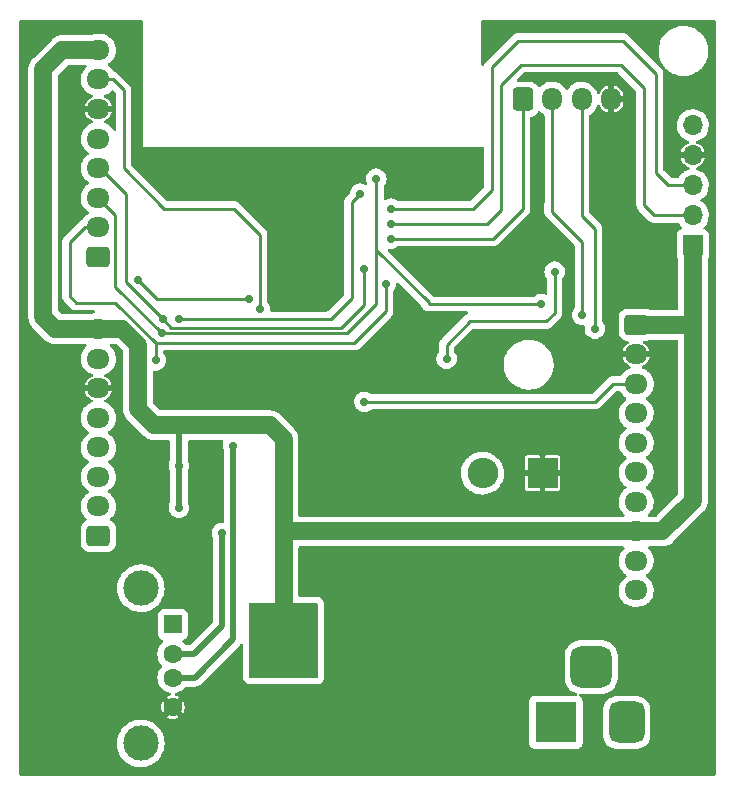
<source format=gbl>
G04 #@! TF.GenerationSoftware,KiCad,Pcbnew,(6.0.1)*
G04 #@! TF.CreationDate,2022-05-20T19:42:18-05:00*
G04 #@! TF.ProjectId,esp32_2,65737033-325f-4322-9e6b-696361645f70,rev?*
G04 #@! TF.SameCoordinates,Original*
G04 #@! TF.FileFunction,Copper,L2,Bot*
G04 #@! TF.FilePolarity,Positive*
%FSLAX46Y46*%
G04 Gerber Fmt 4.6, Leading zero omitted, Abs format (unit mm)*
G04 Created by KiCad (PCBNEW (6.0.1)) date 2022-05-20 19:42:18*
%MOMM*%
%LPD*%
G01*
G04 APERTURE LIST*
G04 Aperture macros list*
%AMRoundRect*
0 Rectangle with rounded corners*
0 $1 Rounding radius*
0 $2 $3 $4 $5 $6 $7 $8 $9 X,Y pos of 4 corners*
0 Add a 4 corners polygon primitive as box body*
4,1,4,$2,$3,$4,$5,$6,$7,$8,$9,$2,$3,0*
0 Add four circle primitives for the rounded corners*
1,1,$1+$1,$2,$3*
1,1,$1+$1,$4,$5*
1,1,$1+$1,$6,$7*
1,1,$1+$1,$8,$9*
0 Add four rect primitives between the rounded corners*
20,1,$1+$1,$2,$3,$4,$5,0*
20,1,$1+$1,$4,$5,$6,$7,0*
20,1,$1+$1,$6,$7,$8,$9,0*
20,1,$1+$1,$8,$9,$2,$3,0*%
G04 Aperture macros list end*
G04 #@! TA.AperFunction,ComponentPad*
%ADD10R,3.500000X3.500000*%
G04 #@! TD*
G04 #@! TA.AperFunction,ComponentPad*
%ADD11RoundRect,0.750000X0.750000X1.000000X-0.750000X1.000000X-0.750000X-1.000000X0.750000X-1.000000X0*%
G04 #@! TD*
G04 #@! TA.AperFunction,ComponentPad*
%ADD12RoundRect,0.875000X0.875000X0.875000X-0.875000X0.875000X-0.875000X-0.875000X0.875000X-0.875000X0*%
G04 #@! TD*
G04 #@! TA.AperFunction,ComponentPad*
%ADD13RoundRect,0.250000X0.725000X-0.600000X0.725000X0.600000X-0.725000X0.600000X-0.725000X-0.600000X0*%
G04 #@! TD*
G04 #@! TA.AperFunction,ComponentPad*
%ADD14O,1.950000X1.700000*%
G04 #@! TD*
G04 #@! TA.AperFunction,ComponentPad*
%ADD15R,2.600000X2.600000*%
G04 #@! TD*
G04 #@! TA.AperFunction,ComponentPad*
%ADD16O,2.600000X2.600000*%
G04 #@! TD*
G04 #@! TA.AperFunction,ComponentPad*
%ADD17RoundRect,0.250000X-0.725000X0.600000X-0.725000X-0.600000X0.725000X-0.600000X0.725000X0.600000X0*%
G04 #@! TD*
G04 #@! TA.AperFunction,ComponentPad*
%ADD18R,1.500000X1.600000*%
G04 #@! TD*
G04 #@! TA.AperFunction,ComponentPad*
%ADD19C,1.600000*%
G04 #@! TD*
G04 #@! TA.AperFunction,ComponentPad*
%ADD20C,3.000000*%
G04 #@! TD*
G04 #@! TA.AperFunction,ComponentPad*
%ADD21RoundRect,0.250000X-0.600000X-0.725000X0.600000X-0.725000X0.600000X0.725000X-0.600000X0.725000X0*%
G04 #@! TD*
G04 #@! TA.AperFunction,ComponentPad*
%ADD22O,1.700000X1.950000*%
G04 #@! TD*
G04 #@! TA.AperFunction,ComponentPad*
%ADD23R,1.700000X1.700000*%
G04 #@! TD*
G04 #@! TA.AperFunction,ComponentPad*
%ADD24O,1.700000X1.700000*%
G04 #@! TD*
G04 #@! TA.AperFunction,ViaPad*
%ADD25C,1.000000*%
G04 #@! TD*
G04 #@! TA.AperFunction,ViaPad*
%ADD26C,0.700000*%
G04 #@! TD*
G04 #@! TA.AperFunction,Conductor*
%ADD27C,1.500000*%
G04 #@! TD*
G04 #@! TA.AperFunction,Conductor*
%ADD28C,0.500000*%
G04 #@! TD*
G04 #@! TA.AperFunction,Conductor*
%ADD29C,0.250000*%
G04 #@! TD*
G04 APERTURE END LIST*
D10*
X171663900Y-87393100D03*
D11*
X177663900Y-87393100D03*
D12*
X174663900Y-82693100D03*
D13*
X132928600Y-47955200D03*
D14*
X132928600Y-45455200D03*
X132928600Y-42955200D03*
X132928600Y-40455200D03*
X132928600Y-37955200D03*
X132928600Y-35455200D03*
X132928600Y-32955200D03*
X132928600Y-30455200D03*
D13*
X132928600Y-71589600D03*
D14*
X132928600Y-69089600D03*
X132928600Y-66589600D03*
X132928600Y-64089600D03*
X132928600Y-61589600D03*
X132928600Y-59089600D03*
X132928600Y-56589600D03*
X132928600Y-54089600D03*
D15*
X170535600Y-66294000D03*
D16*
X165455600Y-66294000D03*
D17*
X178461000Y-53723200D03*
D14*
X178461000Y-56223200D03*
X178461000Y-58723200D03*
X178461000Y-61223200D03*
X178461000Y-63723200D03*
X178461000Y-66223200D03*
X178461000Y-68723200D03*
X178461000Y-71223200D03*
X178461000Y-73723200D03*
X178461000Y-76223200D03*
D18*
X139230900Y-79100000D03*
D19*
X139230900Y-81600000D03*
X139230900Y-83600000D03*
X139230900Y-86100000D03*
D20*
X136520900Y-89170000D03*
X136520900Y-76030000D03*
D21*
X168850000Y-34632500D03*
D22*
X171350000Y-34632500D03*
X173850000Y-34632500D03*
X176350000Y-34632500D03*
D23*
X183253700Y-46990000D03*
D24*
X183253700Y-44450000D03*
X183253700Y-41910000D03*
X183253700Y-39370000D03*
X183253700Y-36830000D03*
D25*
X146871600Y-80458400D03*
D26*
X139735600Y-69204800D03*
D25*
X148614400Y-80458400D03*
X148614400Y-82220800D03*
X150469600Y-80213200D03*
X146862800Y-82194400D03*
X150469600Y-82194400D03*
D26*
X139735600Y-65648800D03*
D25*
X146812000Y-78333600D03*
X150469600Y-78333600D03*
X148640800Y-78333600D03*
D26*
X150012400Y-60147200D03*
D25*
X157073600Y-83667600D03*
D26*
X151587200Y-45872400D03*
D25*
X131318000Y-80568800D03*
X159156400Y-86410800D03*
X128270000Y-82397600D03*
X131368800Y-82194400D03*
X129692400Y-80619600D03*
X164287200Y-86055200D03*
X161747200Y-86156800D03*
X128270000Y-80619600D03*
D26*
X150012400Y-45872400D03*
D25*
X161696400Y-88950800D03*
X164134800Y-83616800D03*
D26*
X150012400Y-47498000D03*
X175818800Y-62534800D03*
D25*
X157073600Y-88950800D03*
D26*
X151841200Y-60147200D03*
X151638000Y-47396400D03*
X151638000Y-48971200D03*
X148386800Y-48971200D03*
D25*
X129692400Y-84023200D03*
X131318000Y-84023200D03*
X164084000Y-88950800D03*
D26*
X152755600Y-60147200D03*
X148386800Y-45872400D03*
D25*
X159156400Y-83667600D03*
X129794000Y-82346800D03*
D26*
X150926800Y-60147200D03*
X150012400Y-48971200D03*
D25*
X128270000Y-84023200D03*
X157073600Y-86512400D03*
X159156400Y-89052400D03*
D26*
X148386800Y-47498000D03*
D25*
X161696400Y-83616800D03*
D26*
X171551600Y-49225200D03*
X162407600Y-56591200D03*
X144322800Y-63957200D03*
X143380700Y-71350900D03*
X174955200Y-54051200D03*
X155448000Y-60248800D03*
X146608800Y-52425600D03*
X157734000Y-45161200D03*
X173888400Y-52882800D03*
X136296400Y-49936400D03*
X145694400Y-51511200D03*
X137769600Y-56743600D03*
X157276800Y-50241200D03*
X138379200Y-53238400D03*
X155448000Y-48971200D03*
X157734000Y-46431200D03*
X157734000Y-43891200D03*
X139750800Y-53238400D03*
X155092400Y-42621200D03*
X170434000Y-51968400D03*
X138277600Y-54457600D03*
X156464000Y-41351200D03*
D27*
X128270000Y-53086000D02*
X128270000Y-32054800D01*
X136296400Y-55422800D02*
X134963200Y-54089600D01*
X182958400Y-53723200D02*
X183253700Y-54018500D01*
X139954000Y-62230000D02*
X137668000Y-62230000D01*
X136296400Y-60858400D02*
X136296400Y-55422800D01*
X148614400Y-63424800D02*
X147419600Y-62230000D01*
X132928600Y-54089600D02*
X129273600Y-54089600D01*
X137668000Y-62230000D02*
X136296400Y-60858400D01*
D28*
X139735600Y-69204800D02*
X139735600Y-65648800D01*
D27*
X129273600Y-54089600D02*
X128270000Y-53086000D01*
X149094400Y-71223200D02*
X148614400Y-71703200D01*
D28*
X139735600Y-62448400D02*
X139954000Y-62230000D01*
D27*
X148614400Y-80458400D02*
X148614400Y-71703200D01*
D28*
X139735600Y-65648800D02*
X139735600Y-62448400D01*
D27*
X183253700Y-46990000D02*
X183253700Y-54018500D01*
X183253700Y-54018500D02*
X183253700Y-68655500D01*
X129869600Y-30455200D02*
X132928600Y-30455200D01*
X148614400Y-71703200D02*
X148614400Y-63424800D01*
X178461000Y-53723200D02*
X182958400Y-53723200D01*
X180686000Y-71223200D02*
X178461000Y-71223200D01*
X134963200Y-54089600D02*
X132928600Y-54089600D01*
X128270000Y-32054800D02*
X129869600Y-30455200D01*
X178461000Y-71223200D02*
X149094400Y-71223200D01*
X183253700Y-68655500D02*
X180686000Y-71223200D01*
X147419600Y-62230000D02*
X139954000Y-62230000D01*
D29*
X164388800Y-53441600D02*
X162407600Y-55422800D01*
X171551600Y-49225200D02*
X171551600Y-52730400D01*
X170840400Y-53441600D02*
X164388800Y-53441600D01*
X171551600Y-52730400D02*
X170840400Y-53441600D01*
X162407600Y-55422800D02*
X162407600Y-56591200D01*
D28*
X141088400Y-83600000D02*
X139230900Y-83600000D01*
X144322800Y-63957200D02*
X144322800Y-80365600D01*
X144322800Y-80365600D02*
X141088400Y-83600000D01*
X143380700Y-79224900D02*
X141005600Y-81600000D01*
X143380700Y-71350900D02*
X143380700Y-79224900D01*
X141005600Y-81600000D02*
X139230900Y-81600000D01*
D29*
X174955200Y-45618400D02*
X174955200Y-54051200D01*
X173850000Y-34632500D02*
X173850000Y-44513200D01*
X173850000Y-44513200D02*
X174955200Y-45618400D01*
X155448000Y-60248800D02*
X174955200Y-60248800D01*
X176480800Y-58723200D02*
X178461000Y-58723200D01*
X174955200Y-60248800D02*
X176480800Y-58723200D01*
X144373600Y-43891200D02*
X146608800Y-46126400D01*
X134148800Y-32955200D02*
X135077200Y-33883600D01*
X146608800Y-46126400D02*
X146608800Y-52222400D01*
X132928600Y-32955200D02*
X134148800Y-32955200D01*
X146608800Y-52222400D02*
X146608800Y-52425600D01*
X135077200Y-40487600D02*
X138480800Y-43891200D01*
X135077200Y-33883600D02*
X135077200Y-40487600D01*
X138480800Y-43891200D02*
X144373600Y-43891200D01*
X177139600Y-31699200D02*
X168706800Y-31699200D01*
X179120800Y-43586400D02*
X179120800Y-33680400D01*
X179120800Y-33680400D02*
X177139600Y-31699200D01*
X165811200Y-45161200D02*
X157734000Y-45161200D01*
X166979600Y-33426400D02*
X166979600Y-43992800D01*
X183253700Y-44450000D02*
X179984400Y-44450000D01*
X166979600Y-43992800D02*
X165811200Y-45161200D01*
X168706800Y-31699200D02*
X166979600Y-33426400D01*
X179984400Y-44450000D02*
X179120800Y-43586400D01*
X171297600Y-44145200D02*
X173888400Y-46736000D01*
X173888400Y-52628800D02*
X173888400Y-52882800D01*
X171350000Y-43584800D02*
X171297600Y-43637200D01*
X171297600Y-43637200D02*
X171297600Y-44145200D01*
X171350000Y-34632500D02*
X171350000Y-43584800D01*
X173888400Y-46736000D02*
X173888400Y-52628800D01*
X145542000Y-51511200D02*
X145694400Y-51511200D01*
X139727600Y-51511200D02*
X137871200Y-51511200D01*
X137871200Y-51511200D02*
X136296400Y-49936400D01*
X139727600Y-51511200D02*
X145542000Y-51511200D01*
X157276800Y-51308000D02*
X157276800Y-50241200D01*
X137769600Y-55270400D02*
X137769600Y-56743600D01*
X131786000Y-45455200D02*
X132928600Y-45455200D01*
X137769600Y-55270400D02*
X134366000Y-51866800D01*
X154584400Y-55270400D02*
X155702000Y-54152800D01*
X157276800Y-52578000D02*
X157276800Y-51308000D01*
X137769600Y-55270400D02*
X154584400Y-55270400D01*
X134366000Y-51866800D02*
X131064000Y-51866800D01*
X130505200Y-46736000D02*
X131786000Y-45455200D01*
X131064000Y-51866800D02*
X130505200Y-51308000D01*
X155702000Y-54152800D02*
X157276800Y-52578000D01*
X130505200Y-51308000D02*
X130505200Y-46736000D01*
X135280400Y-50139600D02*
X137109200Y-51968400D01*
X155448000Y-51968400D02*
X155448000Y-48971200D01*
X139106911Y-53966111D02*
X138379200Y-53238400D01*
X153450289Y-53966111D02*
X155397200Y-52019200D01*
X138379200Y-53238400D02*
X137109200Y-51968400D01*
X135280400Y-42672000D02*
X135280400Y-50139600D01*
X139106911Y-53966111D02*
X153450289Y-53966111D01*
X132928600Y-40455200D02*
X133063600Y-40455200D01*
X155397200Y-52019200D02*
X155448000Y-51968400D01*
X133063600Y-40455200D02*
X135280400Y-42672000D01*
X166370000Y-46431200D02*
X157734000Y-46431200D01*
X168850000Y-43951200D02*
X166370000Y-46431200D01*
X168850000Y-34632500D02*
X168850000Y-43951200D01*
X180136800Y-32461200D02*
X177342800Y-29667200D01*
X180136800Y-40894000D02*
X180136800Y-32461200D01*
X166217600Y-42316400D02*
X164642800Y-43891200D01*
X183253700Y-41910000D02*
X181152800Y-41910000D01*
X177342800Y-29667200D02*
X168452800Y-29667200D01*
X181152800Y-41910000D02*
X180136800Y-40894000D01*
X168452800Y-29667200D02*
X166217600Y-31902400D01*
X166217600Y-31902400D02*
X166217600Y-42316400D01*
X164642800Y-43891200D02*
X157734000Y-43891200D01*
X154381200Y-51460400D02*
X154381200Y-43332400D01*
X154381200Y-51460400D02*
X152603200Y-53238400D01*
X154381200Y-43332400D02*
X155092400Y-42621200D01*
X152603200Y-53238400D02*
X139750800Y-53238400D01*
X170434000Y-51968400D02*
X160883600Y-51968400D01*
X134366000Y-44392600D02*
X132928600Y-42955200D01*
X153974800Y-54457600D02*
X156362400Y-52070000D01*
X160883600Y-51816000D02*
X156464000Y-47396400D01*
X156464000Y-51968400D02*
X156464000Y-47396400D01*
X134366000Y-50546000D02*
X134366000Y-44392600D01*
X156464000Y-47396400D02*
X156464000Y-43942000D01*
X156362400Y-52070000D02*
X156464000Y-51968400D01*
X138277600Y-54457600D02*
X153974800Y-54457600D01*
X138277600Y-54457600D02*
X134366000Y-50546000D01*
X156464000Y-43942000D02*
X156464000Y-41351200D01*
G04 #@! TA.AperFunction,Conductor*
G36*
X136644921Y-27928002D02*
G01*
X136691414Y-27981658D01*
X136702800Y-28034000D01*
X136702800Y-38709600D01*
X165354000Y-38709600D01*
X165354000Y-38701807D01*
X165362876Y-38691564D01*
X165422602Y-38653180D01*
X165493598Y-38653180D01*
X165553324Y-38691564D01*
X165582817Y-38756144D01*
X165584100Y-38774076D01*
X165584100Y-42001806D01*
X165564098Y-42069927D01*
X165547195Y-42090901D01*
X164417300Y-43220795D01*
X164354988Y-43254821D01*
X164328205Y-43257700D01*
X158363569Y-43257700D01*
X158295448Y-43237698D01*
X158289508Y-43233636D01*
X158256349Y-43209544D01*
X158203278Y-43170986D01*
X158170957Y-43147503D01*
X158170956Y-43147502D01*
X158165615Y-43143622D01*
X158159587Y-43140938D01*
X158159585Y-43140937D01*
X158006783Y-43072905D01*
X158006781Y-43072905D01*
X158000752Y-43070220D01*
X157912492Y-43051460D01*
X157830689Y-43034072D01*
X157830685Y-43034072D01*
X157824232Y-43032700D01*
X157643768Y-43032700D01*
X157637315Y-43034072D01*
X157637311Y-43034072D01*
X157555508Y-43051460D01*
X157467248Y-43070220D01*
X157461219Y-43072904D01*
X157461217Y-43072905D01*
X157308416Y-43140937D01*
X157308414Y-43140938D01*
X157302386Y-43143622D01*
X157297045Y-43147503D01*
X157291327Y-43150804D01*
X157290631Y-43149599D01*
X157230701Y-43170986D01*
X157161548Y-43154910D01*
X157112065Y-43103999D01*
X157097500Y-43045192D01*
X157097500Y-41979002D01*
X157117502Y-41910881D01*
X157129864Y-41894691D01*
X157157948Y-41863501D01*
X157157949Y-41863500D01*
X157162367Y-41858593D01*
X157252599Y-41702307D01*
X157290104Y-41586877D01*
X157306325Y-41536954D01*
X157306325Y-41536953D01*
X157308365Y-41530675D01*
X157319093Y-41428612D01*
X157326539Y-41357765D01*
X157327229Y-41351200D01*
X157308365Y-41171725D01*
X157252599Y-41000093D01*
X157162367Y-40843807D01*
X157118617Y-40795217D01*
X157046035Y-40714607D01*
X157046034Y-40714606D01*
X157041613Y-40709696D01*
X156985789Y-40669137D01*
X156900957Y-40607503D01*
X156900956Y-40607502D01*
X156895615Y-40603622D01*
X156889587Y-40600938D01*
X156889585Y-40600937D01*
X156736783Y-40532905D01*
X156736781Y-40532905D01*
X156730752Y-40530220D01*
X156642492Y-40511460D01*
X156560689Y-40494072D01*
X156560685Y-40494072D01*
X156554232Y-40492700D01*
X156373768Y-40492700D01*
X156367315Y-40494072D01*
X156367311Y-40494072D01*
X156285508Y-40511460D01*
X156197248Y-40530220D01*
X156191219Y-40532904D01*
X156191217Y-40532905D01*
X156038416Y-40600937D01*
X156038414Y-40600938D01*
X156032386Y-40603622D01*
X156027045Y-40607502D01*
X156027044Y-40607503D01*
X155891731Y-40705813D01*
X155891729Y-40705815D01*
X155886387Y-40709696D01*
X155881966Y-40714606D01*
X155881965Y-40714607D01*
X155809384Y-40795217D01*
X155765633Y-40843807D01*
X155675401Y-41000093D01*
X155619635Y-41171725D01*
X155600771Y-41351200D01*
X155601461Y-41357765D01*
X155608908Y-41428612D01*
X155619635Y-41530675D01*
X155621675Y-41536953D01*
X155621675Y-41536954D01*
X155672222Y-41692522D01*
X155675401Y-41702307D01*
X155675692Y-41702811D01*
X155684832Y-41770963D01*
X155654727Y-41835261D01*
X155594639Y-41873076D01*
X155523646Y-41872402D01*
X155509041Y-41866955D01*
X155365183Y-41802905D01*
X155365181Y-41802905D01*
X155359152Y-41800220D01*
X155270892Y-41781460D01*
X155189089Y-41764072D01*
X155189085Y-41764072D01*
X155182632Y-41762700D01*
X155002168Y-41762700D01*
X154995715Y-41764072D01*
X154995711Y-41764072D01*
X154913908Y-41781460D01*
X154825648Y-41800220D01*
X154819619Y-41802904D01*
X154819617Y-41802905D01*
X154666816Y-41870937D01*
X154666814Y-41870938D01*
X154660786Y-41873622D01*
X154655445Y-41877502D01*
X154655444Y-41877503D01*
X154520131Y-41975813D01*
X154520129Y-41975815D01*
X154514787Y-41979696D01*
X154510366Y-41984606D01*
X154510365Y-41984607D01*
X154414658Y-42090901D01*
X154394033Y-42113807D01*
X154390732Y-42119525D01*
X154310031Y-42259303D01*
X154303801Y-42270093D01*
X154281225Y-42339575D01*
X154257755Y-42411811D01*
X154248035Y-42441725D01*
X154238747Y-42530099D01*
X154237673Y-42540313D01*
X154210660Y-42605969D01*
X154201459Y-42616237D01*
X154093530Y-42724165D01*
X153988942Y-42828753D01*
X153980663Y-42836287D01*
X153974182Y-42840400D01*
X153931653Y-42885689D01*
X153927557Y-42890051D01*
X153924802Y-42892893D01*
X153905065Y-42912630D01*
X153902585Y-42915827D01*
X153894882Y-42924847D01*
X153864614Y-42957079D01*
X153860795Y-42964025D01*
X153860793Y-42964028D01*
X153854852Y-42974834D01*
X153844001Y-42991353D01*
X153831586Y-43007359D01*
X153828441Y-43014628D01*
X153828438Y-43014632D01*
X153814026Y-43047937D01*
X153808809Y-43058587D01*
X153787505Y-43097340D01*
X153785534Y-43105015D01*
X153785534Y-43105016D01*
X153782467Y-43116962D01*
X153776063Y-43135666D01*
X153768019Y-43154255D01*
X153766780Y-43162078D01*
X153766777Y-43162088D01*
X153761101Y-43197924D01*
X153758695Y-43209544D01*
X153752510Y-43233636D01*
X153747700Y-43252370D01*
X153747700Y-43272624D01*
X153746149Y-43292334D01*
X153742980Y-43312343D01*
X153746445Y-43348993D01*
X153747141Y-43356361D01*
X153747700Y-43368219D01*
X153747700Y-51145806D01*
X153727698Y-51213927D01*
X153710795Y-51234901D01*
X152377700Y-52567995D01*
X152315388Y-52602021D01*
X152288605Y-52604900D01*
X147593121Y-52604900D01*
X147525000Y-52584898D01*
X147478507Y-52531242D01*
X147467811Y-52465729D01*
X147471150Y-52433967D01*
X147472029Y-52425600D01*
X147471169Y-52417420D01*
X147453855Y-52252689D01*
X147453855Y-52252688D01*
X147453165Y-52246125D01*
X147428494Y-52170193D01*
X147399441Y-52080778D01*
X147397399Y-52074493D01*
X147307167Y-51918207D01*
X147274664Y-51882109D01*
X147243947Y-51818101D01*
X147242300Y-51797798D01*
X147242300Y-46205167D01*
X147242827Y-46193984D01*
X147244502Y-46186491D01*
X147242362Y-46118414D01*
X147242300Y-46114455D01*
X147242300Y-46086544D01*
X147241795Y-46082544D01*
X147240862Y-46070701D01*
X147239722Y-46034429D01*
X147239473Y-46026510D01*
X147233822Y-46007058D01*
X147229814Y-45987706D01*
X147228267Y-45975463D01*
X147227274Y-45967603D01*
X147224356Y-45960232D01*
X147211000Y-45926497D01*
X147207155Y-45915270D01*
X147206521Y-45913087D01*
X147194818Y-45872807D01*
X147184507Y-45855372D01*
X147175812Y-45837624D01*
X147168352Y-45818783D01*
X147142364Y-45783013D01*
X147135848Y-45773093D01*
X147117380Y-45741865D01*
X147117378Y-45741862D01*
X147113342Y-45735038D01*
X147099021Y-45720717D01*
X147086180Y-45705683D01*
X147078931Y-45695706D01*
X147074272Y-45689293D01*
X147040195Y-45661102D01*
X147031416Y-45653112D01*
X144877252Y-43498947D01*
X144869712Y-43490661D01*
X144865600Y-43484182D01*
X144815948Y-43437556D01*
X144813107Y-43434802D01*
X144793370Y-43415065D01*
X144790173Y-43412585D01*
X144781151Y-43404880D01*
X144771031Y-43395377D01*
X144748921Y-43374614D01*
X144741975Y-43370795D01*
X144741972Y-43370793D01*
X144731166Y-43364852D01*
X144714647Y-43354001D01*
X144705609Y-43346991D01*
X144698641Y-43341586D01*
X144691372Y-43338441D01*
X144691368Y-43338438D01*
X144658063Y-43324026D01*
X144647413Y-43318809D01*
X144608660Y-43297505D01*
X144589037Y-43292467D01*
X144570334Y-43286063D01*
X144559020Y-43281167D01*
X144559019Y-43281167D01*
X144551745Y-43278019D01*
X144543922Y-43276780D01*
X144543912Y-43276777D01*
X144508076Y-43271101D01*
X144496456Y-43268695D01*
X144461311Y-43259672D01*
X144461310Y-43259672D01*
X144453630Y-43257700D01*
X144433376Y-43257700D01*
X144413665Y-43256149D01*
X144405281Y-43254821D01*
X144393657Y-43252980D01*
X144385765Y-43253726D01*
X144349639Y-43257141D01*
X144337781Y-43257700D01*
X138795395Y-43257700D01*
X138727274Y-43237698D01*
X138706300Y-43220795D01*
X135747605Y-40262100D01*
X135713579Y-40199788D01*
X135710700Y-40173005D01*
X135710700Y-33962367D01*
X135711227Y-33951184D01*
X135712902Y-33943691D01*
X135712443Y-33929069D01*
X135710762Y-33875601D01*
X135710700Y-33871643D01*
X135710700Y-33843744D01*
X135710196Y-33839753D01*
X135709263Y-33827911D01*
X135708891Y-33816055D01*
X135707874Y-33783711D01*
X135705662Y-33776097D01*
X135705661Y-33776092D01*
X135702223Y-33764259D01*
X135698212Y-33744895D01*
X135696667Y-33732664D01*
X135695674Y-33724803D01*
X135692757Y-33717436D01*
X135692756Y-33717431D01*
X135679398Y-33683692D01*
X135675554Y-33672465D01*
X135665430Y-33637622D01*
X135663218Y-33630007D01*
X135652907Y-33612572D01*
X135644212Y-33594824D01*
X135636752Y-33575983D01*
X135625944Y-33561106D01*
X135610764Y-33540213D01*
X135604248Y-33530293D01*
X135585780Y-33499065D01*
X135585778Y-33499062D01*
X135581742Y-33492238D01*
X135567421Y-33477917D01*
X135554580Y-33462883D01*
X135547331Y-33452906D01*
X135542672Y-33446493D01*
X135536567Y-33441442D01*
X135536562Y-33441437D01*
X135508596Y-33418301D01*
X135499818Y-33410313D01*
X134652452Y-32562947D01*
X134644912Y-32554661D01*
X134640800Y-32548182D01*
X134591148Y-32501556D01*
X134588307Y-32498802D01*
X134568570Y-32479065D01*
X134565373Y-32476585D01*
X134556351Y-32468880D01*
X134548505Y-32461512D01*
X134524121Y-32438614D01*
X134517175Y-32434795D01*
X134517172Y-32434793D01*
X134506366Y-32428852D01*
X134489847Y-32418001D01*
X134481397Y-32411447D01*
X134473841Y-32405586D01*
X134466572Y-32402441D01*
X134466568Y-32402438D01*
X134433263Y-32388026D01*
X134422613Y-32382809D01*
X134383860Y-32361505D01*
X134364237Y-32356467D01*
X134345534Y-32350063D01*
X134334220Y-32345167D01*
X134334219Y-32345167D01*
X134326945Y-32342019D01*
X134319119Y-32340779D01*
X134311501Y-32338566D01*
X134312116Y-32336451D01*
X134258163Y-32310877D01*
X134234302Y-32282201D01*
X134157992Y-32156446D01*
X134157991Y-32156445D01*
X134155223Y-32151883D01*
X134117051Y-32107893D01*
X134007623Y-31981788D01*
X134007621Y-31981786D01*
X134004123Y-31977755D01*
X133946943Y-31930870D01*
X133829973Y-31834960D01*
X133829967Y-31834956D01*
X133825845Y-31831576D01*
X133794350Y-31813648D01*
X133745045Y-31762568D01*
X133731183Y-31692938D01*
X133757166Y-31626867D01*
X133786316Y-31599627D01*
X133843166Y-31561353D01*
X133907919Y-31517759D01*
X133916114Y-31509942D01*
X134070878Y-31362303D01*
X134074735Y-31358624D01*
X134212354Y-31173658D01*
X134216433Y-31165637D01*
X134314422Y-30972904D01*
X134316840Y-30968149D01*
X134385207Y-30747973D01*
X134394045Y-30681288D01*
X134414798Y-30524711D01*
X134414798Y-30524706D01*
X134415498Y-30519426D01*
X134406849Y-30289042D01*
X134359507Y-30063409D01*
X134274824Y-29848979D01*
X134256651Y-29819030D01*
X134157990Y-29656443D01*
X134155223Y-29651883D01*
X134085318Y-29571324D01*
X134007623Y-29481788D01*
X134007621Y-29481786D01*
X134004123Y-29477755D01*
X133932697Y-29419189D01*
X133829973Y-29334960D01*
X133829967Y-29334956D01*
X133825845Y-29331576D01*
X133821209Y-29328937D01*
X133821206Y-29328935D01*
X133630129Y-29220168D01*
X133625486Y-29217525D01*
X133408775Y-29138863D01*
X133403526Y-29137914D01*
X133403523Y-29137913D01*
X133185992Y-29098577D01*
X133185985Y-29098576D01*
X133181908Y-29097839D01*
X133164186Y-29097003D01*
X133159244Y-29096770D01*
X133159237Y-29096770D01*
X133157756Y-29096700D01*
X132745710Y-29096700D01*
X132678791Y-29102378D01*
X132579191Y-29110829D01*
X132579187Y-29110830D01*
X132573880Y-29111280D01*
X132568725Y-29112618D01*
X132568719Y-29112619D01*
X132397669Y-29157015D01*
X132350728Y-29169199D01*
X132345860Y-29171392D01*
X132345854Y-29171394D01*
X132314358Y-29185582D01*
X132262608Y-29196700D01*
X129960995Y-29196700D01*
X129944548Y-29195622D01*
X129928083Y-29193454D01*
X129928079Y-29193454D01*
X129922513Y-29192721D01*
X129841112Y-29196560D01*
X129835176Y-29196700D01*
X129812601Y-29196700D01*
X129793581Y-29198397D01*
X129786611Y-29199019D01*
X129781349Y-29199378D01*
X129765168Y-29200141D01*
X129698112Y-29203304D01*
X129692653Y-29204554D01*
X129692648Y-29204555D01*
X129680630Y-29207308D01*
X129663701Y-29209989D01*
X129645838Y-29211583D01*
X129640422Y-29213065D01*
X129640420Y-29213065D01*
X129565467Y-29233570D01*
X129560349Y-29234856D01*
X129484600Y-29252205D01*
X129484598Y-29252206D01*
X129479130Y-29253458D01*
X129468630Y-29257937D01*
X129462633Y-29260494D01*
X129446458Y-29266127D01*
X129434561Y-29269382D01*
X129434557Y-29269383D01*
X129429149Y-29270863D01*
X129424083Y-29273279D01*
X129424084Y-29273279D01*
X129353933Y-29306739D01*
X129349124Y-29308910D01*
X129295985Y-29331576D01*
X129272491Y-29341597D01*
X129257490Y-29351451D01*
X129242575Y-29359854D01*
X129226382Y-29367578D01*
X129221831Y-29370848D01*
X129221828Y-29370850D01*
X129158719Y-29416199D01*
X129154368Y-29419189D01*
X129088590Y-29462396D01*
X129088582Y-29462402D01*
X129084726Y-29464935D01*
X129063938Y-29483457D01*
X129053661Y-29491690D01*
X129043946Y-29498671D01*
X129040044Y-29502698D01*
X128969538Y-29575454D01*
X128968149Y-29576864D01*
X127444737Y-31100275D01*
X127432347Y-31111142D01*
X127414708Y-31124677D01*
X127410938Y-31128820D01*
X127410936Y-31128822D01*
X127359863Y-31184952D01*
X127355764Y-31189248D01*
X127339802Y-31205210D01*
X127338010Y-31207354D01*
X127338002Y-31207362D01*
X127323068Y-31225223D01*
X127319600Y-31229198D01*
X127267288Y-31286688D01*
X127267281Y-31286697D01*
X127263515Y-31290836D01*
X127260538Y-31295582D01*
X127260537Y-31295583D01*
X127253987Y-31306025D01*
X127243911Y-31319893D01*
X127236004Y-31329349D01*
X127235997Y-31329359D01*
X127232406Y-31333654D01*
X127216065Y-31362303D01*
X127191118Y-31406040D01*
X127188408Y-31410568D01*
X127155585Y-31462893D01*
X127144136Y-31481144D01*
X127142043Y-31486349D01*
X127142042Y-31486352D01*
X127137448Y-31497779D01*
X127129988Y-31513211D01*
X127123880Y-31523919D01*
X127123876Y-31523928D01*
X127121101Y-31528793D01*
X127119232Y-31534070D01*
X127119230Y-31534075D01*
X127093285Y-31607342D01*
X127091420Y-31612278D01*
X127077658Y-31646512D01*
X127060344Y-31689583D01*
X127059208Y-31695070D01*
X127059207Y-31695072D01*
X127056706Y-31707149D01*
X127052101Y-31723644D01*
X127046111Y-31740559D01*
X127032714Y-31822370D01*
X127032643Y-31822801D01*
X127031683Y-31827980D01*
X127014787Y-31909567D01*
X127014521Y-31914179D01*
X127014521Y-31914180D01*
X127013185Y-31937348D01*
X127011738Y-31950453D01*
X127010714Y-31956710D01*
X127009806Y-31962257D01*
X127009894Y-31967870D01*
X127009894Y-31967872D01*
X127011484Y-32069064D01*
X127011500Y-32071043D01*
X127011500Y-52994604D01*
X127010422Y-53011051D01*
X127009378Y-53018984D01*
X127007521Y-53033086D01*
X127009194Y-53068554D01*
X127011360Y-53114488D01*
X127011500Y-53120424D01*
X127011500Y-53142999D01*
X127012140Y-53150169D01*
X127013819Y-53168988D01*
X127014178Y-53174248D01*
X127018104Y-53257488D01*
X127019354Y-53262947D01*
X127019355Y-53262952D01*
X127022108Y-53274970D01*
X127024789Y-53291899D01*
X127026383Y-53309762D01*
X127027865Y-53315178D01*
X127027865Y-53315180D01*
X127048370Y-53390133D01*
X127049656Y-53395251D01*
X127068258Y-53476470D01*
X127070460Y-53481632D01*
X127075294Y-53492967D01*
X127080927Y-53509142D01*
X127085663Y-53526451D01*
X127088079Y-53531516D01*
X127121539Y-53601667D01*
X127123710Y-53606476D01*
X127154196Y-53677949D01*
X127156397Y-53683109D01*
X127166251Y-53698110D01*
X127174654Y-53713025D01*
X127182378Y-53729218D01*
X127185648Y-53733769D01*
X127185650Y-53733772D01*
X127230999Y-53796881D01*
X127233989Y-53801232D01*
X127277196Y-53867010D01*
X127277202Y-53867018D01*
X127279735Y-53870874D01*
X127298257Y-53891662D01*
X127306490Y-53901939D01*
X127313471Y-53911654D01*
X127317498Y-53915556D01*
X127390255Y-53986063D01*
X127391665Y-53987452D01*
X128319072Y-54914859D01*
X128329940Y-54927251D01*
X128340062Y-54940443D01*
X128340069Y-54940451D01*
X128343477Y-54944892D01*
X128403426Y-54999441D01*
X128403785Y-54999768D01*
X128408080Y-55003867D01*
X128424011Y-55019798D01*
X128444027Y-55036534D01*
X128447976Y-55039979D01*
X128505479Y-55092303D01*
X128505483Y-55092306D01*
X128509636Y-55096085D01*
X128514391Y-55099068D01*
X128514394Y-55099070D01*
X128524824Y-55105612D01*
X128538697Y-55115691D01*
X128548145Y-55123592D01*
X128548152Y-55123597D01*
X128552454Y-55127194D01*
X128622265Y-55167013D01*
X128624840Y-55168482D01*
X128629368Y-55171192D01*
X128695196Y-55212486D01*
X128695199Y-55212488D01*
X128699944Y-55215464D01*
X128705149Y-55217557D01*
X128705152Y-55217558D01*
X128716579Y-55222152D01*
X128732011Y-55229612D01*
X128742719Y-55235720D01*
X128742728Y-55235724D01*
X128747593Y-55238499D01*
X128752870Y-55240368D01*
X128752875Y-55240370D01*
X128826142Y-55266315D01*
X128831078Y-55268180D01*
X128908383Y-55299256D01*
X128913870Y-55300392D01*
X128913872Y-55300393D01*
X128925949Y-55302894D01*
X128942444Y-55307499D01*
X128959359Y-55313489D01*
X128964896Y-55314396D01*
X128964897Y-55314396D01*
X129041591Y-55326955D01*
X129046781Y-55327917D01*
X129123846Y-55343877D01*
X129123850Y-55343878D01*
X129128367Y-55344813D01*
X129132976Y-55345079D01*
X129132978Y-55345079D01*
X129156148Y-55346415D01*
X129169253Y-55347862D01*
X129175510Y-55348886D01*
X129175517Y-55348886D01*
X129181058Y-55349794D01*
X129186670Y-55349706D01*
X129186672Y-55349706D01*
X129287864Y-55348116D01*
X129289843Y-55348100D01*
X131822235Y-55348100D01*
X131890356Y-55368102D01*
X131936849Y-55421758D01*
X131946953Y-55492032D01*
X131917459Y-55556612D01*
X131909209Y-55565268D01*
X131782465Y-55686176D01*
X131644846Y-55871142D01*
X131642430Y-55875893D01*
X131642428Y-55875897D01*
X131627198Y-55905853D01*
X131540360Y-56076651D01*
X131538778Y-56081745D01*
X131538777Y-56081748D01*
X131489040Y-56241928D01*
X131471993Y-56296827D01*
X131471292Y-56302116D01*
X131455904Y-56418223D01*
X131441702Y-56525374D01*
X131450351Y-56755758D01*
X131451446Y-56760977D01*
X131463399Y-56817943D01*
X131497693Y-56981391D01*
X131499651Y-56986350D01*
X131499652Y-56986352D01*
X131546467Y-57104893D01*
X131582376Y-57195821D01*
X131585143Y-57200380D01*
X131585144Y-57200383D01*
X131666770Y-57334897D01*
X131701977Y-57392917D01*
X131705474Y-57396947D01*
X131825160Y-57534873D01*
X131853077Y-57567045D01*
X131857208Y-57570432D01*
X132027227Y-57709840D01*
X132027233Y-57709844D01*
X132031355Y-57713224D01*
X132035991Y-57715863D01*
X132035994Y-57715865D01*
X132173673Y-57794236D01*
X132231714Y-57827275D01*
X132387168Y-57883702D01*
X132444375Y-57925745D01*
X132469771Y-57992044D01*
X132455291Y-58061549D01*
X132405533Y-58112191D01*
X132401536Y-58114121D01*
X132401540Y-58114129D01*
X132225169Y-58207907D01*
X132214949Y-58214698D01*
X132064928Y-58337051D01*
X132056229Y-58345690D01*
X131932826Y-58494857D01*
X131925966Y-58505028D01*
X131833891Y-58675320D01*
X131829138Y-58686626D01*
X131787143Y-58822292D01*
X131786937Y-58836395D01*
X131793692Y-58839600D01*
X134056486Y-58839600D01*
X134070017Y-58835627D01*
X134071137Y-58827832D01*
X134033596Y-58700279D01*
X134028997Y-58688895D01*
X133939308Y-58517336D01*
X133932594Y-58507075D01*
X133811292Y-58356206D01*
X133802699Y-58347432D01*
X133654413Y-58223005D01*
X133644283Y-58216067D01*
X133474640Y-58122806D01*
X133466150Y-58119167D01*
X133411419Y-58073945D01*
X133389825Y-58006312D01*
X133408224Y-57937741D01*
X133460774Y-57890003D01*
X133484137Y-57881398D01*
X133506472Y-57875601D01*
X133511338Y-57873409D01*
X133511341Y-57873408D01*
X133711802Y-57783107D01*
X133716675Y-57780912D01*
X133907919Y-57652159D01*
X133961833Y-57600728D01*
X134002540Y-57561895D01*
X134074735Y-57493024D01*
X134212354Y-57308058D01*
X134241368Y-57250993D01*
X134314422Y-57107304D01*
X134316840Y-57102549D01*
X134320801Y-57089795D01*
X134383624Y-56887471D01*
X134385207Y-56882373D01*
X134385908Y-56877084D01*
X134414798Y-56659111D01*
X134414798Y-56659106D01*
X134415498Y-56653826D01*
X134412901Y-56584635D01*
X134407049Y-56428773D01*
X134406849Y-56423442D01*
X134359507Y-56197809D01*
X134330355Y-56123992D01*
X134276785Y-55988344D01*
X134276784Y-55988342D01*
X134274824Y-55983379D01*
X134268648Y-55973200D01*
X134157990Y-55790843D01*
X134155223Y-55786283D01*
X134115522Y-55740531D01*
X134007623Y-55616188D01*
X134007621Y-55616186D01*
X134004123Y-55612155D01*
X133999997Y-55608772D01*
X133999993Y-55608768D01*
X133954582Y-55571534D01*
X133914588Y-55512875D01*
X133912656Y-55441904D01*
X133949400Y-55381156D01*
X134013155Y-55349917D01*
X134034473Y-55348100D01*
X134389722Y-55348100D01*
X134457843Y-55368102D01*
X134478818Y-55385005D01*
X135000996Y-55907184D01*
X135035021Y-55969496D01*
X135037900Y-55996279D01*
X135037900Y-60767004D01*
X135036822Y-60783451D01*
X135033921Y-60805486D01*
X135037760Y-60886888D01*
X135037900Y-60892824D01*
X135037900Y-60915399D01*
X135038150Y-60918196D01*
X135040219Y-60941388D01*
X135040578Y-60946648D01*
X135044504Y-61029888D01*
X135045754Y-61035347D01*
X135045755Y-61035352D01*
X135048508Y-61047370D01*
X135051189Y-61064299D01*
X135052783Y-61082162D01*
X135054265Y-61087578D01*
X135054265Y-61087580D01*
X135074770Y-61162533D01*
X135076056Y-61167651D01*
X135086669Y-61213987D01*
X135094658Y-61248870D01*
X135096860Y-61254032D01*
X135101694Y-61265367D01*
X135107327Y-61281542D01*
X135110383Y-61292711D01*
X135112063Y-61298851D01*
X135114479Y-61303916D01*
X135147939Y-61374067D01*
X135150110Y-61378876D01*
X135156807Y-61394577D01*
X135182797Y-61455509D01*
X135192651Y-61470510D01*
X135201054Y-61485425D01*
X135208778Y-61501618D01*
X135212048Y-61506169D01*
X135212050Y-61506172D01*
X135257399Y-61569281D01*
X135260389Y-61573632D01*
X135303596Y-61639410D01*
X135303602Y-61639418D01*
X135306135Y-61643274D01*
X135324657Y-61664062D01*
X135332890Y-61674339D01*
X135339871Y-61684054D01*
X135343898Y-61687956D01*
X135416654Y-61758462D01*
X135418064Y-61759851D01*
X136713475Y-63055263D01*
X136724342Y-63067653D01*
X136737877Y-63085292D01*
X136742023Y-63089065D01*
X136742028Y-63089070D01*
X136798164Y-63140149D01*
X136802459Y-63144247D01*
X136818410Y-63160198D01*
X136838436Y-63176942D01*
X136842391Y-63180392D01*
X136869980Y-63205496D01*
X136894117Y-63227459D01*
X136904036Y-63236485D01*
X136908790Y-63239467D01*
X136919230Y-63246016D01*
X136933090Y-63256085D01*
X136946853Y-63267593D01*
X136951734Y-63270377D01*
X137019218Y-63308869D01*
X137023748Y-63311579D01*
X137094344Y-63355864D01*
X137099548Y-63357956D01*
X137110983Y-63362553D01*
X137126413Y-63370012D01*
X137137119Y-63376119D01*
X137137128Y-63376123D01*
X137141993Y-63378898D01*
X137220538Y-63406712D01*
X137225450Y-63408568D01*
X137302783Y-63439656D01*
X137320361Y-63443296D01*
X137336854Y-63447902D01*
X137353759Y-63453888D01*
X137359293Y-63454794D01*
X137359296Y-63454795D01*
X137435977Y-63467352D01*
X137441149Y-63468311D01*
X137522767Y-63485213D01*
X137538398Y-63486114D01*
X137550563Y-63486816D01*
X137563669Y-63488263D01*
X137569914Y-63489286D01*
X137569921Y-63489287D01*
X137575457Y-63490193D01*
X137581071Y-63490105D01*
X137581073Y-63490105D01*
X137682230Y-63488516D01*
X137684209Y-63488500D01*
X138851100Y-63488500D01*
X138919221Y-63508502D01*
X138965714Y-63562158D01*
X138977100Y-63614500D01*
X138977100Y-65211799D01*
X138960220Y-65274798D01*
X138947001Y-65297693D01*
X138944959Y-65303978D01*
X138898148Y-65448050D01*
X138891235Y-65469325D01*
X138890545Y-65475888D01*
X138890545Y-65475889D01*
X138887512Y-65504742D01*
X138872371Y-65648800D01*
X138891235Y-65828275D01*
X138947001Y-65999907D01*
X138960220Y-66022802D01*
X138977100Y-66085801D01*
X138977100Y-68767799D01*
X138960220Y-68830798D01*
X138947001Y-68853693D01*
X138944959Y-68859978D01*
X138894274Y-69015973D01*
X138891235Y-69025325D01*
X138890545Y-69031888D01*
X138890545Y-69031889D01*
X138881289Y-69119952D01*
X138872371Y-69204800D01*
X138891235Y-69384275D01*
X138947001Y-69555907D01*
X138950304Y-69561629D01*
X138950305Y-69561630D01*
X138976675Y-69607304D01*
X139037233Y-69712193D01*
X139041651Y-69717100D01*
X139041652Y-69717101D01*
X139076846Y-69756188D01*
X139157987Y-69846304D01*
X139163329Y-69850185D01*
X139163331Y-69850187D01*
X139219563Y-69891042D01*
X139303985Y-69952378D01*
X139310013Y-69955062D01*
X139310015Y-69955063D01*
X139395277Y-69993024D01*
X139468848Y-70025780D01*
X139557108Y-70044540D01*
X139638911Y-70061928D01*
X139638915Y-70061928D01*
X139645368Y-70063300D01*
X139825832Y-70063300D01*
X139832285Y-70061928D01*
X139832289Y-70061928D01*
X139914092Y-70044540D01*
X140002352Y-70025780D01*
X140075923Y-69993024D01*
X140161185Y-69955063D01*
X140161187Y-69955062D01*
X140167215Y-69952378D01*
X140251637Y-69891042D01*
X140307869Y-69850187D01*
X140307871Y-69850185D01*
X140313213Y-69846304D01*
X140394354Y-69756188D01*
X140429548Y-69717101D01*
X140429549Y-69717100D01*
X140433967Y-69712193D01*
X140494525Y-69607304D01*
X140520895Y-69561630D01*
X140520896Y-69561629D01*
X140524199Y-69555907D01*
X140579965Y-69384275D01*
X140598829Y-69204800D01*
X140589911Y-69119952D01*
X140580655Y-69031889D01*
X140580655Y-69031888D01*
X140579965Y-69025325D01*
X140576927Y-69015973D01*
X140526241Y-68859978D01*
X140524199Y-68853693D01*
X140510980Y-68830798D01*
X140494100Y-68767799D01*
X140494100Y-66085801D01*
X140510980Y-66022802D01*
X140524199Y-65999907D01*
X140579965Y-65828275D01*
X140598829Y-65648800D01*
X140583688Y-65504742D01*
X140580655Y-65475889D01*
X140580655Y-65475888D01*
X140579965Y-65469325D01*
X140573053Y-65448050D01*
X140526241Y-65303978D01*
X140524199Y-65297693D01*
X140510980Y-65274798D01*
X140494100Y-65211799D01*
X140494100Y-63614500D01*
X140514102Y-63546379D01*
X140567758Y-63499886D01*
X140620100Y-63488500D01*
X143398985Y-63488500D01*
X143467106Y-63508502D01*
X143513599Y-63562158D01*
X143523703Y-63632432D01*
X143518818Y-63653435D01*
X143502705Y-63703028D01*
X143478435Y-63777725D01*
X143459571Y-63957200D01*
X143460261Y-63963765D01*
X143466737Y-64025374D01*
X143478435Y-64136675D01*
X143480475Y-64142953D01*
X143480475Y-64142954D01*
X143484008Y-64153826D01*
X143534201Y-64308307D01*
X143547420Y-64331202D01*
X143564300Y-64394201D01*
X143564300Y-70366400D01*
X143544298Y-70434521D01*
X143490642Y-70481014D01*
X143438300Y-70492400D01*
X143290468Y-70492400D01*
X143284015Y-70493772D01*
X143284011Y-70493772D01*
X143207294Y-70510079D01*
X143113948Y-70529920D01*
X143107919Y-70532604D01*
X143107917Y-70532605D01*
X142955116Y-70600637D01*
X142955114Y-70600638D01*
X142949086Y-70603322D01*
X142943745Y-70607202D01*
X142943744Y-70607203D01*
X142808431Y-70705513D01*
X142808429Y-70705515D01*
X142803087Y-70709396D01*
X142798666Y-70714306D01*
X142798665Y-70714307D01*
X142696106Y-70828211D01*
X142682333Y-70843507D01*
X142592101Y-70999793D01*
X142536335Y-71171425D01*
X142517471Y-71350900D01*
X142536335Y-71530375D01*
X142592101Y-71702007D01*
X142605320Y-71724902D01*
X142622200Y-71787901D01*
X142622200Y-78858530D01*
X142602198Y-78926651D01*
X142585295Y-78947625D01*
X140728324Y-80804595D01*
X140666012Y-80838621D01*
X140639229Y-80841500D01*
X140362767Y-80841500D01*
X140294646Y-80821498D01*
X140259555Y-80787772D01*
X140237098Y-80755700D01*
X140078258Y-80596860D01*
X140044232Y-80534548D01*
X140049297Y-80463733D01*
X140091844Y-80406897D01*
X140123123Y-80389784D01*
X140217565Y-80354379D01*
X140219195Y-80353768D01*
X140219196Y-80353767D01*
X140227605Y-80350615D01*
X140344161Y-80263261D01*
X140431515Y-80146705D01*
X140482645Y-80010316D01*
X140489400Y-79948134D01*
X140489400Y-78251866D01*
X140482645Y-78189684D01*
X140431515Y-78053295D01*
X140344161Y-77936739D01*
X140227605Y-77849385D01*
X140091216Y-77798255D01*
X140029034Y-77791500D01*
X138432766Y-77791500D01*
X138370584Y-77798255D01*
X138234195Y-77849385D01*
X138117639Y-77936739D01*
X138030285Y-78053295D01*
X137979155Y-78189684D01*
X137972400Y-78251866D01*
X137972400Y-79948134D01*
X137979155Y-80010316D01*
X138030285Y-80146705D01*
X138117639Y-80263261D01*
X138234195Y-80350615D01*
X138242604Y-80353767D01*
X138242605Y-80353768D01*
X138244235Y-80354379D01*
X138338677Y-80389783D01*
X138395441Y-80432424D01*
X138420141Y-80498985D01*
X138404934Y-80568334D01*
X138383542Y-80596860D01*
X138224702Y-80755700D01*
X138221545Y-80760208D01*
X138221543Y-80760211D01*
X138199548Y-80791623D01*
X138093377Y-80943251D01*
X138091054Y-80948233D01*
X138091051Y-80948238D01*
X138061477Y-81011661D01*
X137996616Y-81150757D01*
X137995194Y-81156065D01*
X137995193Y-81156067D01*
X137938781Y-81366598D01*
X137937357Y-81371913D01*
X137917402Y-81600000D01*
X137937357Y-81828087D01*
X137996616Y-82049243D01*
X137998939Y-82054224D01*
X137998939Y-82054225D01*
X138091051Y-82251762D01*
X138091054Y-82251767D01*
X138093377Y-82256749D01*
X138224702Y-82444300D01*
X138291307Y-82510905D01*
X138325333Y-82573217D01*
X138320268Y-82644032D01*
X138291307Y-82689095D01*
X138224702Y-82755700D01*
X138093377Y-82943251D01*
X138091054Y-82948233D01*
X138091051Y-82948238D01*
X137998939Y-83145775D01*
X137996616Y-83150757D01*
X137937357Y-83371913D01*
X137917402Y-83600000D01*
X137937357Y-83828087D01*
X137938781Y-83833400D01*
X137938781Y-83833402D01*
X137994827Y-84042565D01*
X137996616Y-84049243D01*
X137998939Y-84054224D01*
X137998939Y-84054225D01*
X138091051Y-84251762D01*
X138091054Y-84251767D01*
X138093377Y-84256749D01*
X138224702Y-84444300D01*
X138386600Y-84606198D01*
X138391108Y-84609355D01*
X138391111Y-84609357D01*
X138469289Y-84664098D01*
X138574151Y-84737523D01*
X138579133Y-84739846D01*
X138579138Y-84739849D01*
X138751659Y-84820296D01*
X138781657Y-84834284D01*
X138786965Y-84835706D01*
X138786967Y-84835707D01*
X138832618Y-84847939D01*
X138980899Y-84887671D01*
X139041520Y-84924622D01*
X139072541Y-84988482D01*
X139064113Y-85058977D01*
X139018910Y-85113724D01*
X138983862Y-85130250D01*
X138860396Y-85166589D01*
X138849018Y-85171186D01*
X138738080Y-85229182D01*
X138727932Y-85238970D01*
X138730385Y-85245931D01*
X139218089Y-85733636D01*
X139232032Y-85741249D01*
X139233866Y-85741118D01*
X139240480Y-85736867D01*
X139726506Y-85250840D01*
X139733263Y-85238465D01*
X139728604Y-85232241D01*
X139625709Y-85176606D01*
X139614404Y-85171854D01*
X139477385Y-85129440D01*
X139418226Y-85090189D01*
X139389678Y-85025185D01*
X139400806Y-84955066D01*
X139448077Y-84902094D01*
X139482032Y-84887368D01*
X139674836Y-84835706D01*
X139680143Y-84834284D01*
X139710141Y-84820296D01*
X139882662Y-84739849D01*
X139882667Y-84739846D01*
X139887649Y-84737523D01*
X139992511Y-84664098D01*
X140070689Y-84609357D01*
X140070692Y-84609355D01*
X140075200Y-84606198D01*
X140237098Y-84444300D01*
X140259555Y-84412229D01*
X140315010Y-84367901D01*
X140362767Y-84358500D01*
X141021330Y-84358500D01*
X141040280Y-84359933D01*
X141054515Y-84362099D01*
X141054519Y-84362099D01*
X141061749Y-84363199D01*
X141069041Y-84362606D01*
X141069044Y-84362606D01*
X141114418Y-84358915D01*
X141124633Y-84358500D01*
X141132693Y-84358500D01*
X141145983Y-84356951D01*
X141160907Y-84355211D01*
X141165282Y-84354778D01*
X141230739Y-84349454D01*
X141230742Y-84349453D01*
X141238037Y-84348860D01*
X141245001Y-84346604D01*
X141250960Y-84345413D01*
X141256815Y-84344029D01*
X141264081Y-84343182D01*
X141332727Y-84318265D01*
X141336855Y-84316848D01*
X141399336Y-84296607D01*
X141399338Y-84296606D01*
X141406299Y-84294351D01*
X141412554Y-84290555D01*
X141418028Y-84288049D01*
X141423458Y-84285330D01*
X141430337Y-84282833D01*
X141463246Y-84261257D01*
X141491376Y-84242814D01*
X141495080Y-84240477D01*
X141557507Y-84202595D01*
X141565884Y-84195197D01*
X141565908Y-84195224D01*
X141568900Y-84192571D01*
X141572133Y-84189868D01*
X141578252Y-84185856D01*
X141631528Y-84129617D01*
X141633906Y-84127175D01*
X144811711Y-80949370D01*
X144826123Y-80936984D01*
X144837718Y-80928451D01*
X144837723Y-80928446D01*
X144843618Y-80924108D01*
X144848357Y-80918530D01*
X144848360Y-80918527D01*
X144877835Y-80883832D01*
X144884765Y-80876316D01*
X144890460Y-80870621D01*
X144908081Y-80848349D01*
X144910872Y-80844945D01*
X144953390Y-80794898D01*
X144953391Y-80794897D01*
X144957644Y-80789891D01*
X144957646Y-80789889D01*
X144958134Y-80789315D01*
X144958232Y-80789398D01*
X145010014Y-80746049D01*
X145080449Y-80737141D01*
X145144519Y-80767728D01*
X145181882Y-80828098D01*
X145186400Y-80861536D01*
X145186400Y-83541600D01*
X145198009Y-83649580D01*
X145198723Y-83652864D01*
X145198724Y-83652868D01*
X145200744Y-83662152D01*
X145209395Y-83701922D01*
X145243693Y-83804972D01*
X145321865Y-83926610D01*
X145324807Y-83930005D01*
X145324809Y-83930008D01*
X145345146Y-83953478D01*
X145368358Y-83980266D01*
X145371752Y-83983207D01*
X145395186Y-84003513D01*
X145477634Y-84074955D01*
X145609160Y-84135021D01*
X145632914Y-84141996D01*
X145672958Y-84153754D01*
X145672962Y-84153755D01*
X145677281Y-84155023D01*
X145681729Y-84155663D01*
X145681736Y-84155664D01*
X145815952Y-84174961D01*
X145815959Y-84174962D01*
X145820400Y-84175600D01*
X151410400Y-84175600D01*
X151518380Y-84163991D01*
X151521664Y-84163277D01*
X151521668Y-84163276D01*
X151546739Y-84157822D01*
X151570722Y-84152605D01*
X151673772Y-84118307D01*
X151795410Y-84040135D01*
X151849066Y-83993642D01*
X151860657Y-83980266D01*
X151937853Y-83891177D01*
X151943755Y-83884366D01*
X152003821Y-83752840D01*
X152023823Y-83684719D01*
X152027068Y-83662152D01*
X152043761Y-83546048D01*
X152043762Y-83546041D01*
X152044400Y-83541600D01*
X152044400Y-77392800D01*
X152032791Y-77284820D01*
X152021405Y-77232478D01*
X151987107Y-77129428D01*
X151908935Y-77007790D01*
X151862442Y-76954134D01*
X151843613Y-76937818D01*
X151835614Y-76930887D01*
X151753166Y-76859445D01*
X151621640Y-76799379D01*
X151597886Y-76792404D01*
X151557842Y-76780646D01*
X151557838Y-76780645D01*
X151553519Y-76779377D01*
X151549071Y-76778737D01*
X151549064Y-76778736D01*
X151414848Y-76759439D01*
X151414841Y-76759438D01*
X151410400Y-76758800D01*
X149998900Y-76758800D01*
X149930779Y-76738798D01*
X149884286Y-76685142D01*
X149872900Y-76632800D01*
X149872900Y-72607700D01*
X149892902Y-72539579D01*
X149946558Y-72493086D01*
X149998900Y-72481700D01*
X177354635Y-72481700D01*
X177422756Y-72501702D01*
X177469249Y-72555358D01*
X177479353Y-72625632D01*
X177449859Y-72690212D01*
X177441609Y-72698868D01*
X177314865Y-72819776D01*
X177177246Y-73004742D01*
X177072760Y-73210251D01*
X177071178Y-73215345D01*
X177071177Y-73215348D01*
X177009115Y-73415220D01*
X177004393Y-73430427D01*
X177003692Y-73435716D01*
X176988304Y-73551823D01*
X176974102Y-73658974D01*
X176982751Y-73889358D01*
X177030093Y-74114991D01*
X177032051Y-74119950D01*
X177032052Y-74119952D01*
X177077974Y-74236232D01*
X177114776Y-74329421D01*
X177117543Y-74333980D01*
X177117544Y-74333983D01*
X177179998Y-74436903D01*
X177234377Y-74526517D01*
X177237874Y-74530547D01*
X177324438Y-74630303D01*
X177385477Y-74700645D01*
X177389608Y-74704032D01*
X177559627Y-74843440D01*
X177559633Y-74843444D01*
X177563755Y-74846824D01*
X177595250Y-74864752D01*
X177644555Y-74915832D01*
X177658417Y-74985462D01*
X177632434Y-75051533D01*
X177603284Y-75078773D01*
X177481681Y-75160641D01*
X177477824Y-75164320D01*
X177477822Y-75164322D01*
X177424501Y-75215188D01*
X177314865Y-75319776D01*
X177177246Y-75504742D01*
X177072760Y-75710251D01*
X177071178Y-75715345D01*
X177071177Y-75715348D01*
X177009115Y-75915220D01*
X177004393Y-75930427D01*
X177003692Y-75935716D01*
X176988304Y-76051823D01*
X176974102Y-76158974D01*
X176982751Y-76389358D01*
X177030093Y-76614991D01*
X177032051Y-76619950D01*
X177032052Y-76619952D01*
X177111196Y-76820355D01*
X177114776Y-76829421D01*
X177234377Y-77026517D01*
X177237874Y-77030547D01*
X177324438Y-77130303D01*
X177385477Y-77200645D01*
X177389608Y-77204032D01*
X177559627Y-77343440D01*
X177559633Y-77343444D01*
X177563755Y-77346824D01*
X177568391Y-77349463D01*
X177568394Y-77349465D01*
X177638640Y-77389451D01*
X177764114Y-77460875D01*
X177980825Y-77539537D01*
X177986074Y-77540486D01*
X177986077Y-77540487D01*
X178203608Y-77579823D01*
X178203615Y-77579824D01*
X178207692Y-77580561D01*
X178225414Y-77581397D01*
X178230356Y-77581630D01*
X178230363Y-77581630D01*
X178231844Y-77581700D01*
X178643890Y-77581700D01*
X178710809Y-77576022D01*
X178810409Y-77567571D01*
X178810413Y-77567570D01*
X178815720Y-77567120D01*
X178820875Y-77565782D01*
X178820881Y-77565781D01*
X179033703Y-77510543D01*
X179033707Y-77510542D01*
X179038872Y-77509201D01*
X179043738Y-77507009D01*
X179043741Y-77507008D01*
X179244202Y-77416707D01*
X179249075Y-77414512D01*
X179440319Y-77285759D01*
X179445843Y-77280490D01*
X179549547Y-77181560D01*
X179607135Y-77126624D01*
X179744754Y-76941658D01*
X179770086Y-76891835D01*
X179804342Y-76824456D01*
X179849240Y-76736149D01*
X179885321Y-76619952D01*
X179916024Y-76521071D01*
X179917607Y-76515973D01*
X179918308Y-76510684D01*
X179947198Y-76292711D01*
X179947198Y-76292706D01*
X179947898Y-76287426D01*
X179939249Y-76057042D01*
X179891907Y-75831409D01*
X179807224Y-75616979D01*
X179687623Y-75419883D01*
X179600755Y-75319776D01*
X179540023Y-75249788D01*
X179540021Y-75249786D01*
X179536523Y-75245755D01*
X179489710Y-75207371D01*
X179362373Y-75102960D01*
X179362367Y-75102956D01*
X179358245Y-75099576D01*
X179326750Y-75081648D01*
X179277445Y-75030568D01*
X179263583Y-74960938D01*
X179289566Y-74894867D01*
X179318716Y-74867627D01*
X179354642Y-74843440D01*
X179440319Y-74785759D01*
X179467410Y-74759916D01*
X179603278Y-74630303D01*
X179607135Y-74626624D01*
X179744754Y-74441658D01*
X179778816Y-74374664D01*
X179843141Y-74248145D01*
X179849240Y-74236149D01*
X179879857Y-74137549D01*
X179916024Y-74021071D01*
X179917607Y-74015973D01*
X179918308Y-74010684D01*
X179947198Y-73792711D01*
X179947198Y-73792706D01*
X179947898Y-73787426D01*
X179939249Y-73557042D01*
X179891907Y-73331409D01*
X179807224Y-73116979D01*
X179687623Y-72919883D01*
X179654012Y-72881150D01*
X179540023Y-72749788D01*
X179540021Y-72749786D01*
X179536523Y-72745755D01*
X179532397Y-72742372D01*
X179532393Y-72742368D01*
X179486982Y-72705134D01*
X179446988Y-72646475D01*
X179445056Y-72575504D01*
X179481800Y-72514756D01*
X179545555Y-72483517D01*
X179566873Y-72481700D01*
X180594604Y-72481700D01*
X180611051Y-72482778D01*
X180627516Y-72484946D01*
X180627520Y-72484946D01*
X180633086Y-72485679D01*
X180714489Y-72481840D01*
X180720424Y-72481700D01*
X180742999Y-72481700D01*
X180768989Y-72479381D01*
X180774248Y-72479022D01*
X180857488Y-72475096D01*
X180862947Y-72473846D01*
X180862952Y-72473845D01*
X180874970Y-72471092D01*
X180891899Y-72468411D01*
X180909762Y-72466817D01*
X180915178Y-72465335D01*
X180915180Y-72465335D01*
X180990133Y-72444830D01*
X180995251Y-72443544D01*
X181071000Y-72426195D01*
X181071002Y-72426194D01*
X181076470Y-72424942D01*
X181086970Y-72420463D01*
X181092967Y-72417906D01*
X181109142Y-72412273D01*
X181121039Y-72409018D01*
X181121043Y-72409017D01*
X181126451Y-72407537D01*
X181201667Y-72371661D01*
X181206476Y-72369490D01*
X181277949Y-72339004D01*
X181277950Y-72339004D01*
X181283109Y-72336803D01*
X181298110Y-72326949D01*
X181313025Y-72318546D01*
X181329218Y-72310822D01*
X181333769Y-72307552D01*
X181333772Y-72307550D01*
X181396881Y-72262201D01*
X181401232Y-72259211D01*
X181467010Y-72216004D01*
X181467018Y-72215998D01*
X181470874Y-72213465D01*
X181491662Y-72194943D01*
X181501939Y-72186710D01*
X181511654Y-72179729D01*
X181586062Y-72102946D01*
X181587451Y-72101536D01*
X184078963Y-69610025D01*
X184091354Y-69599157D01*
X184104548Y-69589033D01*
X184108992Y-69585623D01*
X184163858Y-69525326D01*
X184167957Y-69521031D01*
X184183898Y-69505090D01*
X184200644Y-69485062D01*
X184204089Y-69481113D01*
X184256412Y-69423612D01*
X184256419Y-69423603D01*
X184260185Y-69419464D01*
X184269715Y-69404272D01*
X184279789Y-69390407D01*
X184287697Y-69380949D01*
X184291294Y-69376647D01*
X184332576Y-69304271D01*
X184335286Y-69299742D01*
X184376586Y-69233904D01*
X184376588Y-69233901D01*
X184379564Y-69229156D01*
X184381653Y-69223961D01*
X184381655Y-69223956D01*
X184386257Y-69212508D01*
X184393713Y-69197086D01*
X184399818Y-69186381D01*
X184402598Y-69181507D01*
X184430415Y-69102954D01*
X184432276Y-69098029D01*
X184463356Y-69020717D01*
X184466994Y-69003150D01*
X184471599Y-68986656D01*
X184477589Y-68969741D01*
X184491059Y-68887490D01*
X184492019Y-68882311D01*
X184507976Y-68805258D01*
X184507976Y-68805257D01*
X184508913Y-68800733D01*
X184510515Y-68772952D01*
X184511962Y-68759847D01*
X184512986Y-68753590D01*
X184512986Y-68753586D01*
X184513894Y-68748043D01*
X184512216Y-68641236D01*
X184512200Y-68639257D01*
X184512200Y-54109895D01*
X184513278Y-54093448D01*
X184515446Y-54076983D01*
X184515446Y-54076979D01*
X184516179Y-54071413D01*
X184512340Y-53990011D01*
X184512200Y-53984076D01*
X184512200Y-48184874D01*
X184532202Y-48116753D01*
X184537361Y-48109327D01*
X184554315Y-48086705D01*
X184605445Y-47950316D01*
X184612200Y-47888134D01*
X184612200Y-46091866D01*
X184605445Y-46029684D01*
X184554315Y-45893295D01*
X184466961Y-45776739D01*
X184350405Y-45689385D01*
X184336686Y-45684242D01*
X184231903Y-45644960D01*
X184175139Y-45602318D01*
X184150439Y-45535756D01*
X184165647Y-45466408D01*
X184187193Y-45437727D01*
X184288135Y-45337137D01*
X184291796Y-45333489D01*
X184422153Y-45152077D01*
X184426311Y-45143665D01*
X184518836Y-44956453D01*
X184518837Y-44956451D01*
X184521130Y-44951811D01*
X184586070Y-44738069D01*
X184615229Y-44516590D01*
X184615702Y-44497226D01*
X184616774Y-44453365D01*
X184616774Y-44453361D01*
X184616856Y-44450000D01*
X184598552Y-44227361D01*
X184544131Y-44010702D01*
X184455054Y-43805840D01*
X184365283Y-43667075D01*
X184336522Y-43622617D01*
X184336520Y-43622614D01*
X184333714Y-43618277D01*
X184183370Y-43453051D01*
X184179319Y-43449852D01*
X184179315Y-43449848D01*
X184012114Y-43317800D01*
X184012110Y-43317798D01*
X184008059Y-43314598D01*
X183966753Y-43291796D01*
X183916784Y-43241364D01*
X183902012Y-43171921D01*
X183927128Y-43105516D01*
X183954480Y-43078909D01*
X184019263Y-43032700D01*
X184133560Y-42951173D01*
X184291796Y-42793489D01*
X184294992Y-42789042D01*
X184419135Y-42616277D01*
X184422153Y-42612077D01*
X184426311Y-42603665D01*
X184518836Y-42416453D01*
X184518837Y-42416451D01*
X184521130Y-42411811D01*
X184586070Y-42198069D01*
X184615229Y-41976590D01*
X184616856Y-41910000D01*
X184598552Y-41687361D01*
X184544131Y-41470702D01*
X184455054Y-41265840D01*
X184333714Y-41078277D01*
X184183370Y-40913051D01*
X184179319Y-40909852D01*
X184179315Y-40909848D01*
X184012114Y-40777800D01*
X184012110Y-40777798D01*
X184008059Y-40774598D01*
X183994591Y-40767163D01*
X183899385Y-40714607D01*
X183812489Y-40666638D01*
X183807620Y-40664914D01*
X183807616Y-40664912D01*
X183615748Y-40596968D01*
X183558212Y-40555374D01*
X183532296Y-40489276D01*
X183546230Y-40419660D01*
X183595589Y-40368629D01*
X183623927Y-40356836D01*
X183629311Y-40355333D01*
X183640740Y-40350900D01*
X183813541Y-40263612D01*
X183823900Y-40257038D01*
X183976448Y-40137854D01*
X183985330Y-40129396D01*
X184111827Y-39982848D01*
X184118897Y-39972826D01*
X184214521Y-39804497D01*
X184219510Y-39793291D01*
X184271439Y-39637189D01*
X184271940Y-39623096D01*
X184265752Y-39620000D01*
X182251139Y-39620000D01*
X182237608Y-39623973D01*
X182236458Y-39631975D01*
X182271011Y-39752475D01*
X182275529Y-39763887D01*
X182364014Y-39936060D01*
X182370664Y-39946378D01*
X182490909Y-40098090D01*
X182499432Y-40106916D01*
X182646859Y-40232386D01*
X182656931Y-40239386D01*
X182825920Y-40333830D01*
X182837160Y-40338741D01*
X182896136Y-40357904D01*
X182954742Y-40397978D01*
X182982379Y-40463374D01*
X182970272Y-40533331D01*
X182922266Y-40585637D01*
X182896347Y-40597501D01*
X182725456Y-40653357D01*
X182696369Y-40668499D01*
X182543701Y-40747973D01*
X182527307Y-40756507D01*
X182523174Y-40759610D01*
X182523171Y-40759612D01*
X182403418Y-40849525D01*
X182348665Y-40890635D01*
X182194329Y-41052138D01*
X182191415Y-41056410D01*
X182191414Y-41056411D01*
X182078795Y-41221504D01*
X182023884Y-41266507D01*
X181974707Y-41276500D01*
X181467395Y-41276500D01*
X181399274Y-41256498D01*
X181378299Y-41239595D01*
X180807204Y-40668499D01*
X180773179Y-40606187D01*
X180770300Y-40579404D01*
X180770300Y-36796695D01*
X181890951Y-36796695D01*
X181891248Y-36801848D01*
X181891248Y-36801851D01*
X181896695Y-36896322D01*
X181903810Y-37019715D01*
X181904947Y-37024761D01*
X181904948Y-37024767D01*
X181910206Y-37048097D01*
X181952922Y-37237639D01*
X182036966Y-37444616D01*
X182153687Y-37635088D01*
X182299950Y-37803938D01*
X182471826Y-37946632D01*
X182664700Y-38059338D01*
X182873392Y-38139030D01*
X182878464Y-38140062D01*
X182883421Y-38141502D01*
X182882855Y-38143450D01*
X182937946Y-38172558D01*
X182972823Y-38234397D01*
X182968731Y-38305276D01*
X182926968Y-38362690D01*
X182885659Y-38383741D01*
X182864375Y-38390006D01*
X182852995Y-38394603D01*
X182681436Y-38484292D01*
X182671175Y-38491006D01*
X182520306Y-38612308D01*
X182511532Y-38620901D01*
X182387105Y-38769187D01*
X182380167Y-38779317D01*
X182286904Y-38948964D01*
X182282076Y-38960228D01*
X182236871Y-39102731D01*
X182236567Y-39116831D01*
X182243128Y-39120000D01*
X184256966Y-39120000D01*
X184270497Y-39116027D01*
X184271589Y-39108433D01*
X184230952Y-38973840D01*
X184226278Y-38962499D01*
X184135393Y-38791569D01*
X184128602Y-38781349D01*
X184006249Y-38631328D01*
X183997610Y-38622629D01*
X183848443Y-38499226D01*
X183838272Y-38492366D01*
X183667980Y-38400291D01*
X183656671Y-38395537D01*
X183611883Y-38381673D01*
X183552723Y-38342422D01*
X183524175Y-38277418D01*
X183535303Y-38207299D01*
X183582574Y-38154328D01*
X183612933Y-38140623D01*
X183746118Y-38100665D01*
X183746130Y-38100660D01*
X183751084Y-38099174D01*
X183951694Y-38000896D01*
X184133560Y-37871173D01*
X184291796Y-37713489D01*
X184351294Y-37630689D01*
X184419135Y-37536277D01*
X184422153Y-37532077D01*
X184464029Y-37447348D01*
X184518836Y-37336453D01*
X184518837Y-37336451D01*
X184521130Y-37331811D01*
X184574411Y-37156443D01*
X184584565Y-37123023D01*
X184584565Y-37123021D01*
X184586070Y-37118069D01*
X184615229Y-36896590D01*
X184615311Y-36893240D01*
X184616774Y-36833365D01*
X184616774Y-36833361D01*
X184616856Y-36830000D01*
X184598552Y-36607361D01*
X184544131Y-36390702D01*
X184455054Y-36185840D01*
X184415606Y-36124862D01*
X184336522Y-36002617D01*
X184336520Y-36002614D01*
X184333714Y-35998277D01*
X184183370Y-35833051D01*
X184179319Y-35829852D01*
X184179315Y-35829848D01*
X184012114Y-35697800D01*
X184012110Y-35697798D01*
X184008059Y-35694598D01*
X183812489Y-35586638D01*
X183807620Y-35584914D01*
X183807616Y-35584912D01*
X183606787Y-35513795D01*
X183606783Y-35513794D01*
X183601912Y-35512069D01*
X183596819Y-35511162D01*
X183596816Y-35511161D01*
X183387073Y-35473800D01*
X183387067Y-35473799D01*
X183381984Y-35472894D01*
X183308152Y-35471992D01*
X183163781Y-35470228D01*
X183163779Y-35470228D01*
X183158611Y-35470165D01*
X182937791Y-35503955D01*
X182725456Y-35573357D01*
X182527307Y-35676507D01*
X182523174Y-35679610D01*
X182523171Y-35679612D01*
X182352800Y-35807530D01*
X182348665Y-35810635D01*
X182330305Y-35829848D01*
X182208982Y-35956805D01*
X182194329Y-35972138D01*
X182068443Y-36156680D01*
X182048748Y-36199110D01*
X181987944Y-36330102D01*
X181974388Y-36359305D01*
X181914689Y-36574570D01*
X181890951Y-36796695D01*
X180770300Y-36796695D01*
X180770300Y-32539968D01*
X180770827Y-32528785D01*
X180772502Y-32521292D01*
X180770362Y-32453201D01*
X180770300Y-32449244D01*
X180770300Y-32421344D01*
X180769796Y-32417353D01*
X180768863Y-32405511D01*
X180768767Y-32402438D01*
X180767474Y-32361311D01*
X180765262Y-32353697D01*
X180765261Y-32353692D01*
X180761823Y-32341859D01*
X180757812Y-32322495D01*
X180756267Y-32310264D01*
X180755274Y-32302403D01*
X180752357Y-32295036D01*
X180752356Y-32295031D01*
X180738998Y-32261292D01*
X180735154Y-32250065D01*
X180725030Y-32215222D01*
X180722818Y-32207607D01*
X180712507Y-32190172D01*
X180703812Y-32172424D01*
X180696352Y-32153583D01*
X180670364Y-32117813D01*
X180663848Y-32107893D01*
X180645380Y-32076665D01*
X180645378Y-32076662D01*
X180641342Y-32069838D01*
X180627021Y-32055517D01*
X180614180Y-32040483D01*
X180606931Y-32030506D01*
X180602272Y-32024093D01*
X180568195Y-31995902D01*
X180559416Y-31987912D01*
X179235007Y-30663503D01*
X180364343Y-30663503D01*
X180401868Y-30948534D01*
X180477729Y-31225836D01*
X180479413Y-31229784D01*
X180587262Y-31482630D01*
X180590523Y-31490276D01*
X180628372Y-31553517D01*
X180730557Y-31724255D01*
X180738161Y-31736961D01*
X180917913Y-31961328D01*
X181026346Y-32064227D01*
X181120508Y-32153583D01*
X181126451Y-32159223D01*
X181359917Y-32326986D01*
X181363712Y-32328995D01*
X181363713Y-32328996D01*
X181381788Y-32338566D01*
X181613992Y-32461512D01*
X181661958Y-32479065D01*
X181777349Y-32521292D01*
X181883973Y-32560311D01*
X182164864Y-32621555D01*
X182193441Y-32623804D01*
X182387882Y-32639107D01*
X182387891Y-32639107D01*
X182390339Y-32639300D01*
X182545871Y-32639300D01*
X182548007Y-32639154D01*
X182548018Y-32639154D01*
X182756148Y-32624965D01*
X182756154Y-32624964D01*
X182760425Y-32624673D01*
X182764620Y-32623804D01*
X182764622Y-32623804D01*
X182995039Y-32576087D01*
X183041942Y-32566374D01*
X183312943Y-32470407D01*
X183533698Y-32356467D01*
X183564605Y-32340515D01*
X183564606Y-32340515D01*
X183568412Y-32338550D01*
X183571913Y-32336089D01*
X183571917Y-32336087D01*
X183694313Y-32250065D01*
X183803623Y-32173241D01*
X183938294Y-32048097D01*
X184011079Y-31980461D01*
X184011081Y-31980458D01*
X184014222Y-31977540D01*
X184196313Y-31755068D01*
X184346527Y-31509942D01*
X184359169Y-31481144D01*
X184460357Y-31250630D01*
X184462083Y-31246698D01*
X184479046Y-31187151D01*
X184507854Y-31086019D01*
X184540844Y-30970206D01*
X184581351Y-30685584D01*
X184581445Y-30667751D01*
X184582835Y-30402383D01*
X184582835Y-30402376D01*
X184582857Y-30398097D01*
X184570414Y-30303579D01*
X184545892Y-30117322D01*
X184545332Y-30113066D01*
X184469471Y-29835764D01*
X184359040Y-29576864D01*
X184358363Y-29575276D01*
X184358361Y-29575272D01*
X184356677Y-29571324D01*
X184236696Y-29370850D01*
X184211243Y-29328321D01*
X184211240Y-29328317D01*
X184209039Y-29324639D01*
X184029287Y-29100272D01*
X183820749Y-28902377D01*
X183587283Y-28734614D01*
X183565443Y-28723050D01*
X183542254Y-28710772D01*
X183333208Y-28600088D01*
X183063227Y-28501289D01*
X182782336Y-28440045D01*
X182751285Y-28437601D01*
X182559318Y-28422493D01*
X182559309Y-28422493D01*
X182556861Y-28422300D01*
X182401329Y-28422300D01*
X182399193Y-28422446D01*
X182399182Y-28422446D01*
X182191052Y-28436635D01*
X182191046Y-28436636D01*
X182186775Y-28436927D01*
X182182580Y-28437796D01*
X182182578Y-28437796D01*
X182046016Y-28466077D01*
X181905258Y-28495226D01*
X181634257Y-28591193D01*
X181378788Y-28723050D01*
X181375287Y-28725511D01*
X181375283Y-28725513D01*
X181365194Y-28732604D01*
X181143577Y-28888359D01*
X181128492Y-28902377D01*
X180944337Y-29073505D01*
X180932978Y-29084060D01*
X180750887Y-29306532D01*
X180600673Y-29551658D01*
X180485117Y-29814902D01*
X180483942Y-29819029D01*
X180483941Y-29819030D01*
X180445736Y-29953148D01*
X180406356Y-30091394D01*
X180365849Y-30376016D01*
X180365827Y-30380305D01*
X180365826Y-30380312D01*
X180365070Y-30524711D01*
X180364343Y-30663503D01*
X179235007Y-30663503D01*
X177846452Y-29274947D01*
X177838912Y-29266661D01*
X177834800Y-29260182D01*
X177785148Y-29213556D01*
X177782307Y-29210802D01*
X177762570Y-29191065D01*
X177759373Y-29188585D01*
X177750351Y-29180880D01*
X177746197Y-29176979D01*
X177718121Y-29150614D01*
X177711175Y-29146795D01*
X177711172Y-29146793D01*
X177700366Y-29140852D01*
X177683847Y-29130001D01*
X177683383Y-29129641D01*
X177667841Y-29117586D01*
X177660572Y-29114441D01*
X177660568Y-29114438D01*
X177627263Y-29100026D01*
X177616613Y-29094809D01*
X177577860Y-29073505D01*
X177558237Y-29068467D01*
X177539534Y-29062063D01*
X177528220Y-29057167D01*
X177528219Y-29057167D01*
X177520945Y-29054019D01*
X177513122Y-29052780D01*
X177513112Y-29052777D01*
X177477276Y-29047101D01*
X177465656Y-29044695D01*
X177430511Y-29035672D01*
X177430510Y-29035672D01*
X177422830Y-29033700D01*
X177402576Y-29033700D01*
X177382865Y-29032149D01*
X177370686Y-29030220D01*
X177362857Y-29028980D01*
X177333586Y-29031747D01*
X177318839Y-29033141D01*
X177306981Y-29033700D01*
X168531567Y-29033700D01*
X168520384Y-29033173D01*
X168512891Y-29031498D01*
X168504965Y-29031747D01*
X168504964Y-29031747D01*
X168444814Y-29033638D01*
X168440855Y-29033700D01*
X168412944Y-29033700D01*
X168409010Y-29034197D01*
X168409009Y-29034197D01*
X168408944Y-29034205D01*
X168397107Y-29035138D01*
X168365290Y-29036138D01*
X168360829Y-29036278D01*
X168352910Y-29036527D01*
X168335254Y-29041656D01*
X168333458Y-29042178D01*
X168314106Y-29046186D01*
X168307035Y-29047080D01*
X168294003Y-29048726D01*
X168286634Y-29051643D01*
X168286632Y-29051644D01*
X168252897Y-29065000D01*
X168241669Y-29068845D01*
X168199207Y-29081182D01*
X168192384Y-29085217D01*
X168192382Y-29085218D01*
X168181772Y-29091493D01*
X168164024Y-29100188D01*
X168145183Y-29107648D01*
X168138767Y-29112310D01*
X168138766Y-29112310D01*
X168109413Y-29133636D01*
X168099493Y-29140152D01*
X168068265Y-29158620D01*
X168068262Y-29158622D01*
X168061438Y-29162658D01*
X168047117Y-29176979D01*
X168032084Y-29189819D01*
X168015693Y-29201728D01*
X168007017Y-29212216D01*
X167987502Y-29235805D01*
X167979512Y-29244584D01*
X165825347Y-31398748D01*
X165817061Y-31406288D01*
X165810582Y-31410400D01*
X165805157Y-31416177D01*
X165763957Y-31460051D01*
X165761202Y-31462893D01*
X165741465Y-31482630D01*
X165738985Y-31485827D01*
X165731282Y-31494847D01*
X165701014Y-31527079D01*
X165697195Y-31534025D01*
X165697193Y-31534028D01*
X165691252Y-31544834D01*
X165680401Y-31561353D01*
X165667986Y-31577359D01*
X165664841Y-31584628D01*
X165664838Y-31584632D01*
X165650426Y-31617937D01*
X165645209Y-31628587D01*
X165623905Y-31667340D01*
X165621934Y-31675015D01*
X165621934Y-31675016D01*
X165618867Y-31686962D01*
X165612463Y-31705666D01*
X165608987Y-31713700D01*
X165604419Y-31724255D01*
X165603179Y-31732082D01*
X165600996Y-31739596D01*
X165562782Y-31799430D01*
X165498285Y-31829106D01*
X165427982Y-31819201D01*
X165374195Y-31772861D01*
X165354000Y-31704440D01*
X165354000Y-28034000D01*
X165374002Y-27965879D01*
X165427658Y-27919386D01*
X165480000Y-27908000D01*
X185066000Y-27908000D01*
X185134121Y-27928002D01*
X185180614Y-27981658D01*
X185192000Y-28034000D01*
X185192000Y-91766000D01*
X185171998Y-91834121D01*
X185118342Y-91880614D01*
X185066000Y-91892000D01*
X126334000Y-91892000D01*
X126265879Y-91871998D01*
X126219386Y-91818342D01*
X126208000Y-91766000D01*
X126208000Y-89148918D01*
X134507817Y-89148918D01*
X134523582Y-89422320D01*
X134524407Y-89426525D01*
X134524408Y-89426533D01*
X134538661Y-89499181D01*
X134576305Y-89691053D01*
X134577692Y-89695103D01*
X134577693Y-89695108D01*
X134598505Y-89755895D01*
X134665012Y-89950144D01*
X134788060Y-90194799D01*
X134790486Y-90198328D01*
X134790489Y-90198334D01*
X134940743Y-90416953D01*
X134943174Y-90420490D01*
X135127482Y-90623043D01*
X135337575Y-90798707D01*
X135341216Y-90800991D01*
X135565924Y-90941951D01*
X135565928Y-90941953D01*
X135569564Y-90944234D01*
X135637444Y-90974883D01*
X135815245Y-91055164D01*
X135815249Y-91055166D01*
X135819157Y-91056930D01*
X135823277Y-91058150D01*
X135823276Y-91058150D01*
X136077623Y-91133491D01*
X136077627Y-91133492D01*
X136081736Y-91134709D01*
X136085970Y-91135357D01*
X136085975Y-91135358D01*
X136348198Y-91175483D01*
X136348200Y-91175483D01*
X136352440Y-91176132D01*
X136491812Y-91178322D01*
X136621971Y-91180367D01*
X136621977Y-91180367D01*
X136626262Y-91180434D01*
X136898135Y-91147534D01*
X137163027Y-91078041D01*
X137166987Y-91076401D01*
X137166992Y-91076399D01*
X137289532Y-91025641D01*
X137416036Y-90973241D01*
X137652482Y-90835073D01*
X137867989Y-90666094D01*
X137909709Y-90623043D01*
X138055586Y-90472509D01*
X138058569Y-90469431D01*
X138061102Y-90465983D01*
X138061106Y-90465978D01*
X138218157Y-90252178D01*
X138220695Y-90248723D01*
X138248054Y-90198334D01*
X138349318Y-90011830D01*
X138349319Y-90011828D01*
X138351368Y-90008054D01*
X138448169Y-89751877D01*
X138486570Y-89584210D01*
X138508349Y-89489117D01*
X138508350Y-89489113D01*
X138509307Y-89484933D01*
X138518548Y-89381397D01*
X138533431Y-89214627D01*
X138533431Y-89214625D01*
X138533651Y-89212161D01*
X138533741Y-89203627D01*
X138533871Y-89191234D01*
X169405400Y-89191234D01*
X169412155Y-89253416D01*
X169463285Y-89389805D01*
X169550639Y-89506361D01*
X169667195Y-89593715D01*
X169803584Y-89644845D01*
X169865766Y-89651600D01*
X173462034Y-89651600D01*
X173524216Y-89644845D01*
X173660605Y-89593715D01*
X173777161Y-89506361D01*
X173864515Y-89389805D01*
X173915645Y-89253416D01*
X173922400Y-89191234D01*
X173922400Y-88455642D01*
X175655400Y-88455642D01*
X175666922Y-88597300D01*
X175722790Y-88814894D01*
X175816309Y-89019155D01*
X175944520Y-89203627D01*
X176103373Y-89362480D01*
X176287845Y-89490691D01*
X176492106Y-89584210D01*
X176497538Y-89585605D01*
X176497539Y-89585605D01*
X176508149Y-89588329D01*
X176709700Y-89640078D01*
X176763605Y-89644462D01*
X176848808Y-89651393D01*
X176848818Y-89651393D01*
X176851358Y-89651600D01*
X178476442Y-89651600D01*
X178478982Y-89651393D01*
X178478992Y-89651393D01*
X178564195Y-89644462D01*
X178618100Y-89640078D01*
X178819652Y-89588329D01*
X178830261Y-89585605D01*
X178830262Y-89585605D01*
X178835694Y-89584210D01*
X179039955Y-89490691D01*
X179224427Y-89362480D01*
X179383280Y-89203627D01*
X179511491Y-89019155D01*
X179605010Y-88814894D01*
X179660878Y-88597300D01*
X179672400Y-88455642D01*
X179672400Y-86330558D01*
X179660878Y-86188900D01*
X179637153Y-86096494D01*
X179606405Y-85976739D01*
X179606405Y-85976738D01*
X179605010Y-85971306D01*
X179511491Y-85767045D01*
X179493563Y-85741249D01*
X179474446Y-85713744D01*
X179383280Y-85582573D01*
X179224427Y-85423720D01*
X179039955Y-85295509D01*
X178835694Y-85201990D01*
X178830261Y-85200595D01*
X178623296Y-85147456D01*
X178623295Y-85147456D01*
X178618100Y-85146122D01*
X178549005Y-85140502D01*
X178478992Y-85134807D01*
X178478982Y-85134807D01*
X178476442Y-85134600D01*
X176851358Y-85134600D01*
X176848818Y-85134807D01*
X176848808Y-85134807D01*
X176778795Y-85140502D01*
X176709700Y-85146122D01*
X176704505Y-85147456D01*
X176704504Y-85147456D01*
X176497539Y-85200595D01*
X176492106Y-85201990D01*
X176287845Y-85295509D01*
X176103373Y-85423720D01*
X175944520Y-85582573D01*
X175853354Y-85713744D01*
X175834238Y-85741249D01*
X175816309Y-85767045D01*
X175722790Y-85971306D01*
X175721395Y-85976738D01*
X175721395Y-85976739D01*
X175690648Y-86096494D01*
X175666922Y-86188900D01*
X175655400Y-86330558D01*
X175655400Y-88455642D01*
X173922400Y-88455642D01*
X173922400Y-85594966D01*
X173915645Y-85532784D01*
X173864515Y-85396395D01*
X173777161Y-85279839D01*
X173660605Y-85192485D01*
X173652204Y-85189336D01*
X173649982Y-85188119D01*
X173599836Y-85137860D01*
X173584823Y-85068469D01*
X173609709Y-85001977D01*
X173666593Y-84959495D01*
X173710492Y-84951600D01*
X175631264Y-84951600D01*
X175632937Y-84951509D01*
X175632952Y-84951509D01*
X175684499Y-84948717D01*
X175688857Y-84948481D01*
X175702060Y-84945903D01*
X175914060Y-84904502D01*
X175914061Y-84904502D01*
X175919293Y-84903480D01*
X176138852Y-84820296D01*
X176341256Y-84701309D01*
X176520719Y-84549919D01*
X176672109Y-84370456D01*
X176679388Y-84358075D01*
X176712021Y-84302564D01*
X176791096Y-84168052D01*
X176874280Y-83948493D01*
X176878554Y-83926610D01*
X176918444Y-83722343D01*
X176919281Y-83718057D01*
X176920333Y-83698625D01*
X176922309Y-83662152D01*
X176922309Y-83662137D01*
X176922400Y-83660464D01*
X176922400Y-81725736D01*
X176919281Y-81668143D01*
X176874280Y-81437707D01*
X176791096Y-81218148D01*
X176672109Y-81015744D01*
X176520719Y-80836281D01*
X176341256Y-80684891D01*
X176138852Y-80565904D01*
X175919293Y-80482720D01*
X175688857Y-80437719D01*
X175683127Y-80437409D01*
X175632952Y-80434691D01*
X175632937Y-80434691D01*
X175631264Y-80434600D01*
X173696536Y-80434600D01*
X173694863Y-80434691D01*
X173694848Y-80434691D01*
X173644673Y-80437409D01*
X173638943Y-80437719D01*
X173408507Y-80482720D01*
X173188948Y-80565904D01*
X172986544Y-80684891D01*
X172807081Y-80836281D01*
X172655691Y-81015744D01*
X172536704Y-81218148D01*
X172453520Y-81437707D01*
X172408519Y-81668143D01*
X172405400Y-81725736D01*
X172405400Y-83660464D01*
X172405491Y-83662137D01*
X172405491Y-83662152D01*
X172407467Y-83698625D01*
X172408519Y-83718057D01*
X172409356Y-83722343D01*
X172449247Y-83926610D01*
X172453520Y-83948493D01*
X172536704Y-84168052D01*
X172615779Y-84302564D01*
X172648413Y-84358075D01*
X172655691Y-84370456D01*
X172807081Y-84549919D01*
X172986544Y-84701309D01*
X173188948Y-84820296D01*
X173366778Y-84887670D01*
X173374968Y-84890773D01*
X173431583Y-84933612D01*
X173456051Y-85000260D01*
X173440602Y-85069555D01*
X173390141Y-85119498D01*
X173330327Y-85134600D01*
X169865766Y-85134600D01*
X169803584Y-85141355D01*
X169667195Y-85192485D01*
X169550639Y-85279839D01*
X169463285Y-85396395D01*
X169412155Y-85532784D01*
X169405400Y-85594966D01*
X169405400Y-89191234D01*
X138533871Y-89191234D01*
X138534067Y-89172484D01*
X138534067Y-89172483D01*
X138534093Y-89170000D01*
X138515467Y-88896778D01*
X138498510Y-88814894D01*
X138460801Y-88632809D01*
X138459932Y-88628612D01*
X138368517Y-88370465D01*
X138242913Y-88127112D01*
X138232940Y-88112921D01*
X138087908Y-87906562D01*
X138085445Y-87903057D01*
X137899025Y-87702445D01*
X137895710Y-87699731D01*
X137895706Y-87699728D01*
X137690423Y-87531706D01*
X137687105Y-87528990D01*
X137453604Y-87385901D01*
X137449668Y-87384173D01*
X137206773Y-87277549D01*
X137206769Y-87277548D01*
X137202845Y-87275825D01*
X136939466Y-87200800D01*
X136935224Y-87200196D01*
X136935218Y-87200195D01*
X136734734Y-87171662D01*
X136668343Y-87162213D01*
X136524489Y-87161460D01*
X136398777Y-87160802D01*
X136398771Y-87160802D01*
X136394491Y-87160780D01*
X136390247Y-87161339D01*
X136390243Y-87161339D01*
X136271202Y-87177011D01*
X136122978Y-87196525D01*
X136118838Y-87197658D01*
X136118836Y-87197658D01*
X136045908Y-87217609D01*
X135858828Y-87268788D01*
X135854880Y-87270472D01*
X135610882Y-87374546D01*
X135610878Y-87374548D01*
X135606930Y-87376232D01*
X135587025Y-87388145D01*
X135375625Y-87514664D01*
X135375621Y-87514667D01*
X135371943Y-87516868D01*
X135158218Y-87688094D01*
X134969708Y-87886742D01*
X134809902Y-88109136D01*
X134681757Y-88351161D01*
X134680285Y-88355184D01*
X134680283Y-88355188D01*
X134589114Y-88604317D01*
X134587643Y-88608337D01*
X134529304Y-88875907D01*
X134507817Y-89148918D01*
X126208000Y-89148918D01*
X126208000Y-86961225D01*
X138728847Y-86961225D01*
X138733756Y-86967784D01*
X138823234Y-87017790D01*
X138834474Y-87022701D01*
X139009267Y-87079494D01*
X139021241Y-87082127D01*
X139203744Y-87103890D01*
X139215993Y-87104147D01*
X139399246Y-87090046D01*
X139411326Y-87087915D01*
X139588330Y-87038494D01*
X139599781Y-87034053D01*
X139724209Y-86971201D01*
X139734495Y-86961554D01*
X139732257Y-86954911D01*
X139243711Y-86466364D01*
X139229768Y-86458751D01*
X139227934Y-86458882D01*
X139221320Y-86463133D01*
X138735604Y-86948850D01*
X138728847Y-86961225D01*
X126208000Y-86961225D01*
X126208000Y-86092114D01*
X138226675Y-86092114D01*
X138242053Y-86275252D01*
X138244268Y-86287317D01*
X138294925Y-86463982D01*
X138299440Y-86475386D01*
X138359908Y-86593045D01*
X138369627Y-86603263D01*
X138376427Y-86600919D01*
X138864536Y-86112811D01*
X138870913Y-86101132D01*
X139589651Y-86101132D01*
X139589782Y-86102966D01*
X139594033Y-86109580D01*
X140079649Y-86595195D01*
X140092024Y-86601952D01*
X140098758Y-86596911D01*
X140145819Y-86514068D01*
X140150813Y-86502852D01*
X140208821Y-86328473D01*
X140211541Y-86316502D01*
X140234904Y-86131560D01*
X140235396Y-86124533D01*
X140235690Y-86103523D01*
X140235395Y-86096494D01*
X140217203Y-85910959D01*
X140214820Y-85898924D01*
X140161701Y-85722986D01*
X140157028Y-85711647D01*
X140101584Y-85607370D01*
X140091724Y-85597289D01*
X140084597Y-85599857D01*
X139597264Y-86087189D01*
X139589651Y-86101132D01*
X138870913Y-86101132D01*
X138872149Y-86098868D01*
X138872018Y-86097034D01*
X138867767Y-86090420D01*
X138381913Y-85604567D01*
X138369538Y-85597810D01*
X138363149Y-85602592D01*
X138310283Y-85698757D01*
X138305455Y-85710021D01*
X138249881Y-85885213D01*
X138247333Y-85897201D01*
X138226846Y-86079845D01*
X138226675Y-86092114D01*
X126208000Y-86092114D01*
X126208000Y-76008918D01*
X134507817Y-76008918D01*
X134523582Y-76282320D01*
X134524407Y-76286525D01*
X134524408Y-76286533D01*
X134535027Y-76340657D01*
X134576305Y-76551053D01*
X134577692Y-76555103D01*
X134577693Y-76555108D01*
X134660892Y-76798111D01*
X134665012Y-76810144D01*
X134666939Y-76813975D01*
X134775863Y-77030547D01*
X134788060Y-77054799D01*
X134790486Y-77058328D01*
X134790489Y-77058334D01*
X134907971Y-77229270D01*
X134943174Y-77280490D01*
X135127482Y-77483043D01*
X135130777Y-77485798D01*
X135130778Y-77485799D01*
X135195048Y-77539537D01*
X135337575Y-77658707D01*
X135341216Y-77660991D01*
X135565924Y-77801951D01*
X135565928Y-77801953D01*
X135569564Y-77804234D01*
X135637444Y-77834883D01*
X135815245Y-77915164D01*
X135815249Y-77915166D01*
X135819157Y-77916930D01*
X135823277Y-77918150D01*
X135823276Y-77918150D01*
X136077623Y-77993491D01*
X136077627Y-77993492D01*
X136081736Y-77994709D01*
X136085970Y-77995357D01*
X136085975Y-77995358D01*
X136348198Y-78035483D01*
X136348200Y-78035483D01*
X136352440Y-78036132D01*
X136491812Y-78038322D01*
X136621971Y-78040367D01*
X136621977Y-78040367D01*
X136626262Y-78040434D01*
X136898135Y-78007534D01*
X137163027Y-77938041D01*
X137166987Y-77936401D01*
X137166992Y-77936399D01*
X137364058Y-77854771D01*
X137416036Y-77833241D01*
X137652482Y-77695073D01*
X137867989Y-77526094D01*
X137884360Y-77509201D01*
X138055586Y-77332509D01*
X138058569Y-77329431D01*
X138061102Y-77325983D01*
X138061106Y-77325978D01*
X138218157Y-77112178D01*
X138220695Y-77108723D01*
X138248054Y-77058334D01*
X138349318Y-76871830D01*
X138349319Y-76871828D01*
X138351368Y-76868054D01*
X138448169Y-76611877D01*
X138497937Y-76394577D01*
X138508349Y-76349117D01*
X138508350Y-76349113D01*
X138509307Y-76344933D01*
X138514440Y-76287426D01*
X138533431Y-76074627D01*
X138533431Y-76074625D01*
X138533651Y-76072161D01*
X138534093Y-76030000D01*
X138527305Y-75930427D01*
X138515759Y-75761055D01*
X138515758Y-75761049D01*
X138515467Y-75756778D01*
X138459932Y-75488612D01*
X138368517Y-75230465D01*
X138300960Y-75099576D01*
X138244878Y-74990919D01*
X138244878Y-74990918D01*
X138242913Y-74987112D01*
X138232940Y-74972921D01*
X138141939Y-74843440D01*
X138085445Y-74763057D01*
X138015366Y-74687643D01*
X137901946Y-74565588D01*
X137901943Y-74565585D01*
X137899025Y-74562445D01*
X137895710Y-74559731D01*
X137895706Y-74559728D01*
X137756684Y-74445940D01*
X137687105Y-74388990D01*
X137453604Y-74245901D01*
X137442221Y-74240904D01*
X137206773Y-74137549D01*
X137206769Y-74137548D01*
X137202845Y-74135825D01*
X136939466Y-74060800D01*
X136935224Y-74060196D01*
X136935218Y-74060195D01*
X136734734Y-74031662D01*
X136668343Y-74022213D01*
X136524489Y-74021460D01*
X136398777Y-74020802D01*
X136398771Y-74020802D01*
X136394491Y-74020780D01*
X136390247Y-74021339D01*
X136390243Y-74021339D01*
X136271202Y-74037011D01*
X136122978Y-74056525D01*
X136118838Y-74057658D01*
X136118836Y-74057658D01*
X136045908Y-74077609D01*
X135858828Y-74128788D01*
X135854880Y-74130472D01*
X135610882Y-74234546D01*
X135610878Y-74234548D01*
X135606930Y-74236232D01*
X135587025Y-74248145D01*
X135375625Y-74374664D01*
X135375621Y-74374667D01*
X135371943Y-74376868D01*
X135158218Y-74548094D01*
X135083696Y-74626624D01*
X135017280Y-74696612D01*
X134969708Y-74746742D01*
X134809902Y-74969136D01*
X134681757Y-75211161D01*
X134680285Y-75215184D01*
X134680283Y-75215188D01*
X134605375Y-75419883D01*
X134587643Y-75468337D01*
X134529304Y-75735907D01*
X134507817Y-76008918D01*
X126208000Y-76008918D01*
X126208000Y-69025374D01*
X131441702Y-69025374D01*
X131441902Y-69030703D01*
X131441902Y-69030705D01*
X131444430Y-69098029D01*
X131450351Y-69255758D01*
X131497693Y-69481391D01*
X131499651Y-69486350D01*
X131499652Y-69486352D01*
X131556502Y-69630303D01*
X131582376Y-69695821D01*
X131585143Y-69700380D01*
X131585144Y-69700383D01*
X131636952Y-69785759D01*
X131701977Y-69892917D01*
X131705474Y-69896947D01*
X131848637Y-70061928D01*
X131853077Y-70067045D01*
X131888720Y-70096270D01*
X131928714Y-70154929D01*
X131930646Y-70225899D01*
X131893902Y-70286648D01*
X131875132Y-70300848D01*
X131769202Y-70366400D01*
X131729252Y-70391122D01*
X131604295Y-70516297D01*
X131600455Y-70522527D01*
X131600454Y-70522528D01*
X131594243Y-70532605D01*
X131511485Y-70666862D01*
X131455803Y-70834739D01*
X131455103Y-70841575D01*
X131455102Y-70841578D01*
X131454319Y-70849225D01*
X131445100Y-70939200D01*
X131445100Y-72240000D01*
X131445437Y-72243246D01*
X131445437Y-72243250D01*
X131452699Y-72313235D01*
X131456074Y-72345766D01*
X131458255Y-72352302D01*
X131458255Y-72352304D01*
X131479018Y-72414537D01*
X131512050Y-72513546D01*
X131605122Y-72663948D01*
X131730297Y-72788905D01*
X131736527Y-72792745D01*
X131736528Y-72792746D01*
X131873690Y-72877294D01*
X131880862Y-72881715D01*
X131960605Y-72908164D01*
X132042211Y-72935232D01*
X132042213Y-72935232D01*
X132048739Y-72937397D01*
X132055575Y-72938097D01*
X132055578Y-72938098D01*
X132098631Y-72942509D01*
X132153200Y-72948100D01*
X133704000Y-72948100D01*
X133707246Y-72947763D01*
X133707250Y-72947763D01*
X133802908Y-72937838D01*
X133802912Y-72937837D01*
X133809766Y-72937126D01*
X133816302Y-72934945D01*
X133816304Y-72934945D01*
X133948406Y-72890872D01*
X133977546Y-72881150D01*
X134127948Y-72788078D01*
X134252905Y-72662903D01*
X134256746Y-72656672D01*
X134341875Y-72518568D01*
X134341876Y-72518566D01*
X134345715Y-72512338D01*
X134401397Y-72344461D01*
X134404597Y-72313235D01*
X134409983Y-72260660D01*
X134412100Y-72240000D01*
X134412100Y-70939200D01*
X134411763Y-70935950D01*
X134401838Y-70840292D01*
X134401837Y-70840288D01*
X134401126Y-70833434D01*
X134345150Y-70665654D01*
X134252078Y-70515252D01*
X134126903Y-70390295D01*
X133981260Y-70300519D01*
X133933768Y-70247748D01*
X133922344Y-70177676D01*
X133950618Y-70112552D01*
X133960405Y-70102090D01*
X134040398Y-70025780D01*
X134074735Y-69993024D01*
X134212354Y-69808058D01*
X134223692Y-69785759D01*
X134302729Y-69630303D01*
X134316840Y-69602549D01*
X134333275Y-69549622D01*
X134383624Y-69387471D01*
X134385207Y-69382373D01*
X134386611Y-69371778D01*
X134414798Y-69159111D01*
X134414798Y-69159106D01*
X134415498Y-69153826D01*
X134406849Y-68923442D01*
X134399308Y-68887499D01*
X134360602Y-68703028D01*
X134359507Y-68697809D01*
X134309781Y-68571896D01*
X134276785Y-68488344D01*
X134276784Y-68488342D01*
X134274824Y-68483379D01*
X134245902Y-68435716D01*
X134157990Y-68290843D01*
X134155223Y-68286283D01*
X134068355Y-68186176D01*
X134007623Y-68116188D01*
X134007621Y-68116186D01*
X134004123Y-68112155D01*
X133960043Y-68076012D01*
X133829973Y-67969360D01*
X133829967Y-67969356D01*
X133825845Y-67965976D01*
X133794350Y-67948048D01*
X133745045Y-67896968D01*
X133731183Y-67827338D01*
X133757166Y-67761267D01*
X133786316Y-67734027D01*
X133881772Y-67669762D01*
X133907919Y-67652159D01*
X134074735Y-67493024D01*
X134212354Y-67308058D01*
X134222177Y-67288739D01*
X134302729Y-67130303D01*
X134316840Y-67102549D01*
X134339198Y-67030547D01*
X134383624Y-66887471D01*
X134385207Y-66882373D01*
X134385908Y-66877084D01*
X134414798Y-66659111D01*
X134414798Y-66659106D01*
X134415498Y-66653826D01*
X134406849Y-66423442D01*
X134359507Y-66197809D01*
X134309781Y-66071896D01*
X134276785Y-65988344D01*
X134276784Y-65988342D01*
X134274824Y-65983379D01*
X134245902Y-65935716D01*
X134157990Y-65790843D01*
X134155223Y-65786283D01*
X134068355Y-65686176D01*
X134007623Y-65616188D01*
X134007621Y-65616186D01*
X134004123Y-65612155D01*
X133962570Y-65578084D01*
X133829973Y-65469360D01*
X133829967Y-65469356D01*
X133825845Y-65465976D01*
X133794350Y-65448048D01*
X133745045Y-65396968D01*
X133731183Y-65327338D01*
X133757166Y-65261267D01*
X133786316Y-65234027D01*
X133822242Y-65209840D01*
X133907919Y-65152159D01*
X134074735Y-64993024D01*
X134212354Y-64808058D01*
X134217227Y-64798475D01*
X134302729Y-64630303D01*
X134316840Y-64602549D01*
X134339198Y-64530547D01*
X134383624Y-64387471D01*
X134385207Y-64382373D01*
X134388114Y-64360440D01*
X134414798Y-64159111D01*
X134414798Y-64159106D01*
X134415498Y-64153826D01*
X134406849Y-63923442D01*
X134359507Y-63697809D01*
X134333688Y-63632432D01*
X134276785Y-63488344D01*
X134276784Y-63488342D01*
X134274824Y-63483379D01*
X134267981Y-63472101D01*
X134157990Y-63290843D01*
X134155223Y-63286283D01*
X134129024Y-63256091D01*
X134007623Y-63116188D01*
X134007621Y-63116186D01*
X134004123Y-63112155D01*
X133934738Y-63055263D01*
X133829973Y-62969360D01*
X133829967Y-62969356D01*
X133825845Y-62965976D01*
X133794350Y-62948048D01*
X133745045Y-62896968D01*
X133731183Y-62827338D01*
X133757166Y-62761267D01*
X133786316Y-62734027D01*
X133822651Y-62709565D01*
X133907919Y-62652159D01*
X133924367Y-62636469D01*
X134041459Y-62524768D01*
X134074735Y-62493024D01*
X134212354Y-62308058D01*
X134222177Y-62288739D01*
X134302729Y-62130303D01*
X134316840Y-62102549D01*
X134339198Y-62030547D01*
X134383624Y-61887471D01*
X134385207Y-61882373D01*
X134385908Y-61877084D01*
X134414798Y-61659111D01*
X134414798Y-61659106D01*
X134415498Y-61653826D01*
X134406849Y-61423442D01*
X134400325Y-61392346D01*
X134360602Y-61203028D01*
X134359507Y-61197809D01*
X134357373Y-61192406D01*
X134276785Y-60988344D01*
X134276784Y-60988342D01*
X134274824Y-60983379D01*
X134269611Y-60974787D01*
X134157990Y-60790843D01*
X134155223Y-60786283D01*
X134124151Y-60750475D01*
X134007623Y-60616188D01*
X134007621Y-60616186D01*
X134004123Y-60612155D01*
X133962570Y-60578084D01*
X133829973Y-60469360D01*
X133829967Y-60469356D01*
X133825845Y-60465976D01*
X133821209Y-60463337D01*
X133821206Y-60463335D01*
X133630129Y-60354568D01*
X133625486Y-60351925D01*
X133470032Y-60295498D01*
X133412825Y-60253455D01*
X133387429Y-60187156D01*
X133401909Y-60117651D01*
X133451667Y-60067009D01*
X133455664Y-60065079D01*
X133455660Y-60065071D01*
X133632031Y-59971293D01*
X133642251Y-59964502D01*
X133792272Y-59842149D01*
X133800971Y-59833510D01*
X133924374Y-59684343D01*
X133931234Y-59674172D01*
X134023309Y-59503880D01*
X134028062Y-59492574D01*
X134070057Y-59356908D01*
X134070263Y-59342805D01*
X134063508Y-59339600D01*
X131800714Y-59339600D01*
X131787183Y-59343573D01*
X131786063Y-59351368D01*
X131823604Y-59478921D01*
X131828203Y-59490305D01*
X131917892Y-59661864D01*
X131924606Y-59672125D01*
X132045908Y-59822994D01*
X132054501Y-59831768D01*
X132202787Y-59956195D01*
X132212917Y-59963133D01*
X132382560Y-60056394D01*
X132391050Y-60060033D01*
X132445781Y-60105255D01*
X132467375Y-60172888D01*
X132448976Y-60241459D01*
X132396426Y-60289197D01*
X132373063Y-60297802D01*
X132350728Y-60303599D01*
X132345862Y-60305791D01*
X132345859Y-60305792D01*
X132237580Y-60354568D01*
X132140525Y-60398288D01*
X131949281Y-60527041D01*
X131782465Y-60686176D01*
X131779282Y-60690454D01*
X131752701Y-60726180D01*
X131644846Y-60871142D01*
X131642430Y-60875893D01*
X131642428Y-60875897D01*
X131617296Y-60925329D01*
X131540360Y-61076651D01*
X131538778Y-61081745D01*
X131538777Y-61081748D01*
X131500844Y-61203911D01*
X131471993Y-61296827D01*
X131471292Y-61302116D01*
X131444851Y-61501618D01*
X131441702Y-61525374D01*
X131450351Y-61755758D01*
X131497693Y-61981391D01*
X131499651Y-61986350D01*
X131499652Y-61986352D01*
X131556502Y-62130303D01*
X131582376Y-62195821D01*
X131585143Y-62200380D01*
X131585144Y-62200383D01*
X131634718Y-62282078D01*
X131701977Y-62392917D01*
X131705474Y-62396947D01*
X131815186Y-62523379D01*
X131853077Y-62567045D01*
X131889534Y-62596938D01*
X132027227Y-62709840D01*
X132027233Y-62709844D01*
X132031355Y-62713224D01*
X132062850Y-62731152D01*
X132112155Y-62782232D01*
X132126017Y-62851862D01*
X132100034Y-62917933D01*
X132070884Y-62945173D01*
X131949281Y-63027041D01*
X131782465Y-63186176D01*
X131644846Y-63371142D01*
X131642430Y-63375893D01*
X131642428Y-63375897D01*
X131607276Y-63445036D01*
X131540360Y-63576651D01*
X131538778Y-63581745D01*
X131538777Y-63581748D01*
X131479875Y-63771443D01*
X131471993Y-63796827D01*
X131471292Y-63802116D01*
X131448843Y-63971496D01*
X131441702Y-64025374D01*
X131450351Y-64255758D01*
X131451446Y-64260977D01*
X131464765Y-64324456D01*
X131497693Y-64481391D01*
X131499651Y-64486350D01*
X131499652Y-64486352D01*
X131556502Y-64630303D01*
X131582376Y-64695821D01*
X131585143Y-64700380D01*
X131585144Y-64700383D01*
X131647525Y-64803183D01*
X131701977Y-64892917D01*
X131705474Y-64896947D01*
X131792038Y-64996703D01*
X131853077Y-65067045D01*
X131870889Y-65081650D01*
X132027227Y-65209840D01*
X132027233Y-65209844D01*
X132031355Y-65213224D01*
X132062850Y-65231152D01*
X132112155Y-65282232D01*
X132126017Y-65351862D01*
X132100034Y-65417933D01*
X132070884Y-65445173D01*
X131949281Y-65527041D01*
X131782465Y-65686176D01*
X131644846Y-65871142D01*
X131540360Y-66076651D01*
X131538778Y-66081745D01*
X131538777Y-66081748D01*
X131489057Y-66241872D01*
X131471993Y-66296827D01*
X131471292Y-66302116D01*
X131442467Y-66519604D01*
X131441702Y-66525374D01*
X131450351Y-66755758D01*
X131497693Y-66981391D01*
X131499651Y-66986350D01*
X131499652Y-66986352D01*
X131556502Y-67130303D01*
X131582376Y-67195821D01*
X131585143Y-67200380D01*
X131585144Y-67200383D01*
X131623940Y-67264316D01*
X131701977Y-67392917D01*
X131705474Y-67396947D01*
X131792038Y-67496703D01*
X131853077Y-67567045D01*
X131870889Y-67581650D01*
X132027227Y-67709840D01*
X132027233Y-67709844D01*
X132031355Y-67713224D01*
X132062850Y-67731152D01*
X132112155Y-67782232D01*
X132126017Y-67851862D01*
X132100034Y-67917933D01*
X132070884Y-67945173D01*
X131949281Y-68027041D01*
X131945424Y-68030720D01*
X131945422Y-68030722D01*
X131897946Y-68076012D01*
X131782465Y-68186176D01*
X131644846Y-68371142D01*
X131540360Y-68576651D01*
X131538778Y-68581745D01*
X131538777Y-68581748D01*
X131479406Y-68772952D01*
X131471993Y-68796827D01*
X131471292Y-68802116D01*
X131442541Y-69019046D01*
X131441702Y-69025374D01*
X126208000Y-69025374D01*
X126208000Y-28034000D01*
X126228002Y-27965879D01*
X126281658Y-27919386D01*
X126334000Y-27908000D01*
X136576800Y-27908000D01*
X136644921Y-27928002D01*
G37*
G04 #@! TD.AperFunction*
G04 #@! TA.AperFunction,Conductor*
G36*
X176893127Y-32352702D02*
G01*
X176914101Y-32369605D01*
X178450395Y-33905900D01*
X178484421Y-33968212D01*
X178487300Y-33994995D01*
X178487300Y-43507633D01*
X178486773Y-43518816D01*
X178485098Y-43526309D01*
X178485347Y-43534235D01*
X178485347Y-43534236D01*
X178487238Y-43594386D01*
X178487300Y-43598345D01*
X178487300Y-43626256D01*
X178487797Y-43630190D01*
X178487797Y-43630191D01*
X178487805Y-43630256D01*
X178488738Y-43642093D01*
X178490127Y-43686289D01*
X178495484Y-43704727D01*
X178495778Y-43705739D01*
X178499787Y-43725100D01*
X178502326Y-43745197D01*
X178505245Y-43752568D01*
X178505245Y-43752570D01*
X178518604Y-43786312D01*
X178522449Y-43797542D01*
X178534782Y-43839993D01*
X178538815Y-43846812D01*
X178538817Y-43846817D01*
X178545093Y-43857428D01*
X178553788Y-43875176D01*
X178561248Y-43894017D01*
X178565910Y-43900433D01*
X178565910Y-43900434D01*
X178587236Y-43929787D01*
X178593752Y-43939707D01*
X178610980Y-43968837D01*
X178616258Y-43977762D01*
X178630579Y-43992083D01*
X178643419Y-44007116D01*
X178655328Y-44023507D01*
X178661433Y-44028558D01*
X178661438Y-44028563D01*
X178689404Y-44051699D01*
X178698182Y-44059687D01*
X179480748Y-44842253D01*
X179488288Y-44850539D01*
X179492400Y-44857018D01*
X179498177Y-44862443D01*
X179542051Y-44903643D01*
X179544893Y-44906398D01*
X179564630Y-44926135D01*
X179567827Y-44928615D01*
X179576847Y-44936318D01*
X179609079Y-44966586D01*
X179616025Y-44970405D01*
X179616028Y-44970407D01*
X179626834Y-44976348D01*
X179643353Y-44987199D01*
X179659359Y-44999614D01*
X179666628Y-45002759D01*
X179666632Y-45002762D01*
X179699937Y-45017174D01*
X179710587Y-45022391D01*
X179749340Y-45043695D01*
X179757015Y-45045666D01*
X179757016Y-45045666D01*
X179768962Y-45048733D01*
X179787667Y-45055137D01*
X179806255Y-45063181D01*
X179814078Y-45064420D01*
X179814088Y-45064423D01*
X179849924Y-45070099D01*
X179861544Y-45072505D01*
X179896689Y-45081528D01*
X179904370Y-45083500D01*
X179924624Y-45083500D01*
X179944334Y-45085051D01*
X179964343Y-45088220D01*
X179972235Y-45087474D01*
X180008361Y-45084059D01*
X180020219Y-45083500D01*
X181977974Y-45083500D01*
X182046095Y-45103502D01*
X182085407Y-45143665D01*
X182153687Y-45255088D01*
X182299950Y-45423938D01*
X182303930Y-45427242D01*
X182308681Y-45431187D01*
X182348316Y-45490090D01*
X182349813Y-45561071D01*
X182312697Y-45621593D01*
X182272425Y-45646112D01*
X182207200Y-45670564D01*
X182156995Y-45689385D01*
X182040439Y-45776739D01*
X181953085Y-45893295D01*
X181901955Y-46029684D01*
X181895200Y-46091866D01*
X181895200Y-47888134D01*
X181901955Y-47950316D01*
X181953085Y-48086705D01*
X181970027Y-48109311D01*
X181994874Y-48175815D01*
X181995200Y-48184874D01*
X181995200Y-52338700D01*
X181975198Y-52406821D01*
X181921542Y-52453314D01*
X181869200Y-52464700D01*
X179598985Y-52464700D01*
X179532868Y-52445959D01*
X179514970Y-52434926D01*
X179514967Y-52434924D01*
X179508738Y-52431085D01*
X179383004Y-52389381D01*
X179347389Y-52377568D01*
X179347387Y-52377568D01*
X179340861Y-52375403D01*
X179334025Y-52374703D01*
X179334022Y-52374702D01*
X179285200Y-52369700D01*
X179236400Y-52364700D01*
X177685600Y-52364700D01*
X177682354Y-52365037D01*
X177682350Y-52365037D01*
X177586692Y-52374962D01*
X177586688Y-52374963D01*
X177579834Y-52375674D01*
X177573298Y-52377855D01*
X177573296Y-52377855D01*
X177494925Y-52404002D01*
X177412054Y-52431650D01*
X177261652Y-52524722D01*
X177136695Y-52649897D01*
X177132855Y-52656127D01*
X177132854Y-52656128D01*
X177048215Y-52793438D01*
X177043885Y-52800462D01*
X177038031Y-52818111D01*
X176999073Y-52935568D01*
X176988203Y-52968339D01*
X176987503Y-52975175D01*
X176987502Y-52975178D01*
X176983995Y-53009411D01*
X176977500Y-53072800D01*
X176977500Y-54373600D01*
X176977837Y-54376846D01*
X176977837Y-54376850D01*
X176980479Y-54402307D01*
X176988474Y-54479366D01*
X176990655Y-54485902D01*
X176990655Y-54485904D01*
X177014906Y-54558593D01*
X177044450Y-54647146D01*
X177137522Y-54797548D01*
X177262697Y-54922505D01*
X177268927Y-54926345D01*
X177268928Y-54926346D01*
X177402117Y-55008445D01*
X177413262Y-55015315D01*
X177426778Y-55019798D01*
X177574611Y-55068832D01*
X177574613Y-55068832D01*
X177581139Y-55070997D01*
X177587975Y-55071697D01*
X177587978Y-55071698D01*
X177631031Y-55076109D01*
X177685600Y-55081700D01*
X177740837Y-55081700D01*
X177808958Y-55101702D01*
X177855451Y-55155358D01*
X177865555Y-55225632D01*
X177836061Y-55290212D01*
X177799991Y-55318951D01*
X177757569Y-55341507D01*
X177747349Y-55348298D01*
X177597328Y-55470651D01*
X177588629Y-55479290D01*
X177465226Y-55628457D01*
X177458366Y-55638628D01*
X177366291Y-55808920D01*
X177361538Y-55820226D01*
X177319543Y-55955892D01*
X177319337Y-55969995D01*
X177326092Y-55973200D01*
X179588886Y-55973200D01*
X179602417Y-55969227D01*
X179603537Y-55961432D01*
X179565996Y-55833879D01*
X179561397Y-55822495D01*
X179471708Y-55650936D01*
X179464994Y-55640675D01*
X179343692Y-55489806D01*
X179335099Y-55481032D01*
X179186813Y-55356605D01*
X179176682Y-55349667D01*
X179119289Y-55318115D01*
X179069230Y-55267769D01*
X179054337Y-55198352D01*
X179079338Y-55131903D01*
X179136295Y-55089519D01*
X179179990Y-55081700D01*
X179236400Y-55081700D01*
X179239646Y-55081363D01*
X179239650Y-55081363D01*
X179335308Y-55071438D01*
X179335312Y-55071437D01*
X179342166Y-55070726D01*
X179348702Y-55068545D01*
X179348704Y-55068545D01*
X179500798Y-55017802D01*
X179509946Y-55014750D01*
X179518660Y-55009358D01*
X179532883Y-55000556D01*
X179599186Y-54981700D01*
X181869200Y-54981700D01*
X181937321Y-55001702D01*
X181983814Y-55055358D01*
X181995200Y-55107700D01*
X181995200Y-68082022D01*
X181975198Y-68150143D01*
X181958295Y-68171117D01*
X180201617Y-69927795D01*
X180139305Y-69961821D01*
X180112522Y-69964700D01*
X179567365Y-69964700D01*
X179499244Y-69944698D01*
X179452751Y-69891042D01*
X179442647Y-69820768D01*
X179472141Y-69756188D01*
X179480393Y-69747530D01*
X179607135Y-69626624D01*
X179744754Y-69441658D01*
X179767461Y-69396998D01*
X179816908Y-69299742D01*
X179849240Y-69236149D01*
X179851412Y-69229156D01*
X179916024Y-69021071D01*
X179917607Y-69015973D01*
X179923034Y-68975027D01*
X179947198Y-68792711D01*
X179947198Y-68792706D01*
X179947898Y-68787426D01*
X179946420Y-68748043D01*
X179942335Y-68639257D01*
X179939249Y-68557042D01*
X179891907Y-68331409D01*
X179836241Y-68190454D01*
X179809185Y-68121944D01*
X179809184Y-68121942D01*
X179807224Y-68116979D01*
X179802242Y-68108768D01*
X179690390Y-67924443D01*
X179687623Y-67919883D01*
X179668884Y-67898288D01*
X179540023Y-67749788D01*
X179540021Y-67749786D01*
X179536523Y-67745755D01*
X179459201Y-67682355D01*
X179362373Y-67602960D01*
X179362367Y-67602956D01*
X179358245Y-67599576D01*
X179326750Y-67581648D01*
X179277445Y-67530568D01*
X179263583Y-67460938D01*
X179289566Y-67394867D01*
X179318716Y-67367627D01*
X179354642Y-67343440D01*
X179440319Y-67285759D01*
X179458484Y-67268431D01*
X179572818Y-67159361D01*
X179607135Y-67126624D01*
X179744754Y-66941658D01*
X179849240Y-66736149D01*
X179875702Y-66650930D01*
X179903279Y-66562115D01*
X179917607Y-66515973D01*
X179930563Y-66418223D01*
X179947198Y-66292711D01*
X179947198Y-66292706D01*
X179947898Y-66287426D01*
X179939249Y-66057042D01*
X179922891Y-65979077D01*
X179893002Y-65836628D01*
X179891907Y-65831409D01*
X179863470Y-65759402D01*
X179809185Y-65621944D01*
X179809184Y-65621942D01*
X179807224Y-65616979D01*
X179802242Y-65608768D01*
X179690390Y-65424443D01*
X179687623Y-65419883D01*
X179668884Y-65398288D01*
X179540023Y-65249788D01*
X179540021Y-65249786D01*
X179536523Y-65245755D01*
X179492722Y-65209840D01*
X179362373Y-65102960D01*
X179362367Y-65102956D01*
X179358245Y-65099576D01*
X179326750Y-65081648D01*
X179277445Y-65030568D01*
X179263583Y-64960938D01*
X179289566Y-64894867D01*
X179318716Y-64867627D01*
X179355422Y-64842915D01*
X179440319Y-64785759D01*
X179607135Y-64626624D01*
X179744754Y-64441658D01*
X179768883Y-64394201D01*
X179815748Y-64302022D01*
X179849240Y-64236149D01*
X179885321Y-64119952D01*
X179916024Y-64021071D01*
X179917607Y-64015973D01*
X179926267Y-63950635D01*
X179947198Y-63792711D01*
X179947198Y-63792706D01*
X179947898Y-63787426D01*
X179939249Y-63557042D01*
X179891907Y-63331409D01*
X179883524Y-63310182D01*
X179809185Y-63121944D01*
X179809184Y-63121942D01*
X179807224Y-63116979D01*
X179802242Y-63108768D01*
X179690390Y-62924443D01*
X179687623Y-62919883D01*
X179668884Y-62898288D01*
X179540023Y-62749788D01*
X179540021Y-62749786D01*
X179536523Y-62745755D01*
X179492386Y-62709565D01*
X179362373Y-62602960D01*
X179362367Y-62602956D01*
X179358245Y-62599576D01*
X179326750Y-62581648D01*
X179277445Y-62530568D01*
X179263583Y-62460938D01*
X179289566Y-62394867D01*
X179318716Y-62367627D01*
X179354642Y-62343440D01*
X179440319Y-62285759D01*
X179607135Y-62126624D01*
X179744754Y-61941658D01*
X179849240Y-61736149D01*
X179864205Y-61687956D01*
X179916024Y-61521071D01*
X179917607Y-61515973D01*
X179923634Y-61470500D01*
X179947198Y-61292711D01*
X179947198Y-61292706D01*
X179947898Y-61287426D01*
X179939249Y-61057042D01*
X179891907Y-60831409D01*
X179883886Y-60811098D01*
X179809185Y-60621944D01*
X179809184Y-60621942D01*
X179807224Y-60616979D01*
X179802242Y-60608768D01*
X179690390Y-60424443D01*
X179687623Y-60419883D01*
X179600755Y-60319776D01*
X179540023Y-60249788D01*
X179540021Y-60249786D01*
X179536523Y-60245755D01*
X179494970Y-60211684D01*
X179362373Y-60102960D01*
X179362367Y-60102956D01*
X179358245Y-60099576D01*
X179326750Y-60081648D01*
X179277445Y-60030568D01*
X179263583Y-59960938D01*
X179289566Y-59894867D01*
X179318716Y-59867627D01*
X179371979Y-59831768D01*
X179440319Y-59785759D01*
X179607135Y-59626624D01*
X179621516Y-59607296D01*
X179706871Y-59492574D01*
X179744754Y-59441658D01*
X179750425Y-59430505D01*
X179846822Y-59240904D01*
X179849240Y-59236149D01*
X179862886Y-59192204D01*
X179916024Y-59021071D01*
X179917607Y-59015973D01*
X179933323Y-58897396D01*
X179947198Y-58792711D01*
X179947198Y-58792706D01*
X179947898Y-58787426D01*
X179939249Y-58557042D01*
X179937533Y-58548861D01*
X179893002Y-58336628D01*
X179891907Y-58331409D01*
X179876262Y-58291793D01*
X179809185Y-58121944D01*
X179809184Y-58121942D01*
X179807224Y-58116979D01*
X179801560Y-58107644D01*
X179714955Y-57964924D01*
X179687623Y-57919883D01*
X179600108Y-57819030D01*
X179540023Y-57749788D01*
X179540021Y-57749786D01*
X179536523Y-57745755D01*
X179492722Y-57709840D01*
X179362373Y-57602960D01*
X179362367Y-57602956D01*
X179358245Y-57599576D01*
X179353609Y-57596937D01*
X179353606Y-57596935D01*
X179162529Y-57488168D01*
X179157886Y-57485525D01*
X179002432Y-57429098D01*
X178945225Y-57387055D01*
X178919829Y-57320756D01*
X178934309Y-57251251D01*
X178984067Y-57200609D01*
X178988064Y-57198679D01*
X178988060Y-57198671D01*
X179164431Y-57104893D01*
X179174651Y-57098102D01*
X179324672Y-56975749D01*
X179333371Y-56967110D01*
X179456774Y-56817943D01*
X179463634Y-56807772D01*
X179555709Y-56637480D01*
X179560462Y-56626174D01*
X179602457Y-56490508D01*
X179602663Y-56476405D01*
X179595908Y-56473200D01*
X177333114Y-56473200D01*
X177319583Y-56477173D01*
X177318463Y-56484968D01*
X177356004Y-56612521D01*
X177360603Y-56623905D01*
X177450292Y-56795464D01*
X177457006Y-56805725D01*
X177578308Y-56956594D01*
X177586901Y-56965368D01*
X177735187Y-57089795D01*
X177745317Y-57096733D01*
X177914960Y-57189994D01*
X177923450Y-57193633D01*
X177978181Y-57238855D01*
X177999775Y-57306488D01*
X177981376Y-57375059D01*
X177928826Y-57422797D01*
X177905463Y-57431402D01*
X177883128Y-57437199D01*
X177878262Y-57439391D01*
X177878259Y-57439392D01*
X177771914Y-57487297D01*
X177672925Y-57531888D01*
X177481681Y-57660641D01*
X177314865Y-57819776D01*
X177177246Y-58004742D01*
X177174830Y-58009494D01*
X177174825Y-58009502D01*
X177169078Y-58020806D01*
X177120375Y-58072463D01*
X177056762Y-58089700D01*
X176559567Y-58089700D01*
X176548384Y-58089173D01*
X176540891Y-58087498D01*
X176532965Y-58087747D01*
X176532964Y-58087747D01*
X176472814Y-58089638D01*
X176468855Y-58089700D01*
X176440944Y-58089700D01*
X176437010Y-58090197D01*
X176437009Y-58090197D01*
X176436944Y-58090205D01*
X176425107Y-58091138D01*
X176393290Y-58092138D01*
X176388829Y-58092278D01*
X176380910Y-58092527D01*
X176363254Y-58097656D01*
X176361458Y-58098178D01*
X176342106Y-58102186D01*
X176335035Y-58103080D01*
X176322003Y-58104726D01*
X176314634Y-58107643D01*
X176314632Y-58107644D01*
X176280897Y-58121000D01*
X176269669Y-58124845D01*
X176227207Y-58137182D01*
X176220385Y-58141216D01*
X176220379Y-58141219D01*
X176209768Y-58147494D01*
X176192018Y-58156190D01*
X176180556Y-58160728D01*
X176180551Y-58160731D01*
X176173183Y-58163648D01*
X176166768Y-58168309D01*
X176137425Y-58189627D01*
X176127507Y-58196143D01*
X176108819Y-58207195D01*
X176089437Y-58218658D01*
X176075113Y-58232982D01*
X176060081Y-58245821D01*
X176043693Y-58257728D01*
X176015512Y-58291793D01*
X176007522Y-58300573D01*
X174729700Y-59578395D01*
X174667388Y-59612421D01*
X174640605Y-59615300D01*
X156077569Y-59615300D01*
X156009448Y-59595298D01*
X156003508Y-59591236D01*
X155884957Y-59505103D01*
X155884956Y-59505102D01*
X155879615Y-59501222D01*
X155873587Y-59498538D01*
X155873585Y-59498537D01*
X155720783Y-59430505D01*
X155720781Y-59430505D01*
X155714752Y-59427820D01*
X155626492Y-59409060D01*
X155544689Y-59391672D01*
X155544685Y-59391672D01*
X155538232Y-59390300D01*
X155357768Y-59390300D01*
X155351315Y-59391672D01*
X155351311Y-59391672D01*
X155269508Y-59409060D01*
X155181248Y-59427820D01*
X155175219Y-59430504D01*
X155175217Y-59430505D01*
X155022416Y-59498537D01*
X155022414Y-59498538D01*
X155016386Y-59501222D01*
X155011045Y-59505102D01*
X155011044Y-59505103D01*
X154875731Y-59603413D01*
X154875729Y-59603415D01*
X154870387Y-59607296D01*
X154865966Y-59612206D01*
X154865965Y-59612207D01*
X154783286Y-59704032D01*
X154749633Y-59741407D01*
X154659401Y-59897693D01*
X154603635Y-60069325D01*
X154602945Y-60075888D01*
X154602945Y-60075889D01*
X154598556Y-60117651D01*
X154584771Y-60248800D01*
X154603635Y-60428275D01*
X154605675Y-60434553D01*
X154605675Y-60434554D01*
X154615885Y-60465976D01*
X154659401Y-60599907D01*
X154662704Y-60605629D01*
X154662705Y-60605630D01*
X154672124Y-60621944D01*
X154749633Y-60756193D01*
X154754051Y-60761100D01*
X154754052Y-60761101D01*
X154857415Y-60875897D01*
X154870387Y-60890304D01*
X154875729Y-60894185D01*
X154875731Y-60894187D01*
X154987957Y-60975724D01*
X155016385Y-60996378D01*
X155022413Y-60999062D01*
X155022415Y-60999063D01*
X155175217Y-61067095D01*
X155181248Y-61069780D01*
X155269508Y-61088540D01*
X155351311Y-61105928D01*
X155351315Y-61105928D01*
X155357768Y-61107300D01*
X155538232Y-61107300D01*
X155544685Y-61105928D01*
X155544689Y-61105928D01*
X155626492Y-61088540D01*
X155714752Y-61069780D01*
X155720783Y-61067095D01*
X155873585Y-60999063D01*
X155873587Y-60999062D01*
X155879615Y-60996378D01*
X155909333Y-60974787D01*
X155964652Y-60934595D01*
X156003509Y-60906364D01*
X156070375Y-60882506D01*
X156077569Y-60882300D01*
X174876433Y-60882300D01*
X174887616Y-60882827D01*
X174895109Y-60884502D01*
X174903035Y-60884253D01*
X174903036Y-60884253D01*
X174963186Y-60882362D01*
X174967145Y-60882300D01*
X174995056Y-60882300D01*
X174998991Y-60881803D01*
X174999056Y-60881795D01*
X175010893Y-60880862D01*
X175043151Y-60879848D01*
X175047170Y-60879722D01*
X175055089Y-60879473D01*
X175074543Y-60873821D01*
X175093900Y-60869813D01*
X175106130Y-60868268D01*
X175106131Y-60868268D01*
X175113997Y-60867274D01*
X175121368Y-60864355D01*
X175121370Y-60864355D01*
X175155112Y-60850996D01*
X175166342Y-60847151D01*
X175201183Y-60837029D01*
X175201184Y-60837029D01*
X175208793Y-60834818D01*
X175215612Y-60830785D01*
X175215617Y-60830783D01*
X175226228Y-60824507D01*
X175243976Y-60815812D01*
X175262817Y-60808352D01*
X175274429Y-60799916D01*
X175298587Y-60782364D01*
X175308507Y-60775848D01*
X175339735Y-60757380D01*
X175339738Y-60757378D01*
X175346562Y-60753342D01*
X175360883Y-60739021D01*
X175375917Y-60726180D01*
X175385894Y-60718931D01*
X175392307Y-60714272D01*
X175420498Y-60680195D01*
X175428488Y-60671416D01*
X176706299Y-59393605D01*
X176768611Y-59359579D01*
X176795394Y-59356700D01*
X177060404Y-59356700D01*
X177128525Y-59376702D01*
X177168122Y-59417333D01*
X177234377Y-59526517D01*
X177237874Y-59530547D01*
X177360729Y-59672125D01*
X177385477Y-59700645D01*
X177389608Y-59704032D01*
X177559627Y-59843440D01*
X177559633Y-59843444D01*
X177563755Y-59846824D01*
X177595250Y-59864752D01*
X177644555Y-59915832D01*
X177658417Y-59985462D01*
X177632434Y-60051533D01*
X177603284Y-60078773D01*
X177481681Y-60160641D01*
X177314865Y-60319776D01*
X177177246Y-60504742D01*
X177174830Y-60509493D01*
X177174828Y-60509497D01*
X177164037Y-60530722D01*
X177072760Y-60710251D01*
X177071178Y-60715345D01*
X177071177Y-60715348D01*
X177017912Y-60886888D01*
X177004393Y-60930427D01*
X177003692Y-60935716D01*
X176980951Y-61107300D01*
X176974102Y-61158974D01*
X176974302Y-61164303D01*
X176974302Y-61164305D01*
X176974428Y-61167651D01*
X176982751Y-61389358D01*
X177030093Y-61614991D01*
X177032051Y-61619950D01*
X177032052Y-61619952D01*
X177087013Y-61759120D01*
X177114776Y-61829421D01*
X177117543Y-61833980D01*
X177117544Y-61833983D01*
X177179998Y-61936903D01*
X177234377Y-62026517D01*
X177237874Y-62030547D01*
X177376983Y-62190856D01*
X177385477Y-62200645D01*
X177389608Y-62204032D01*
X177559627Y-62343440D01*
X177559633Y-62343444D01*
X177563755Y-62346824D01*
X177595250Y-62364752D01*
X177644555Y-62415832D01*
X177658417Y-62485462D01*
X177632434Y-62551533D01*
X177603284Y-62578773D01*
X177481681Y-62660641D01*
X177477824Y-62664320D01*
X177477822Y-62664322D01*
X177430107Y-62709840D01*
X177314865Y-62819776D01*
X177177246Y-63004742D01*
X177174830Y-63009493D01*
X177174828Y-63009497D01*
X177125003Y-63107496D01*
X177072760Y-63210251D01*
X177071178Y-63215345D01*
X177071177Y-63215348D01*
X177022968Y-63370605D01*
X177004393Y-63430427D01*
X177003692Y-63435716D01*
X176977620Y-63632432D01*
X176974102Y-63658974D01*
X176982751Y-63889358D01*
X176983846Y-63894577D01*
X176998363Y-63963765D01*
X177030093Y-64114991D01*
X177032051Y-64119950D01*
X177032052Y-64119952D01*
X177106438Y-64308307D01*
X177114776Y-64329421D01*
X177117543Y-64333980D01*
X177117544Y-64333983D01*
X177179998Y-64436903D01*
X177234377Y-64526517D01*
X177237874Y-64530547D01*
X177376983Y-64690856D01*
X177385477Y-64700645D01*
X177397347Y-64710378D01*
X177559627Y-64843440D01*
X177559633Y-64843444D01*
X177563755Y-64846824D01*
X177595250Y-64864752D01*
X177644555Y-64915832D01*
X177658417Y-64985462D01*
X177632434Y-65051533D01*
X177603284Y-65078773D01*
X177481681Y-65160641D01*
X177314865Y-65319776D01*
X177177246Y-65504742D01*
X177174830Y-65509493D01*
X177174828Y-65509497D01*
X177164037Y-65530722D01*
X177072760Y-65710251D01*
X177071178Y-65715345D01*
X177071177Y-65715348D01*
X177024131Y-65866860D01*
X177004393Y-65930427D01*
X177003692Y-65935716D01*
X176988275Y-66052040D01*
X176974102Y-66158974D01*
X176982751Y-66389358D01*
X177030093Y-66614991D01*
X177032051Y-66619950D01*
X177032052Y-66619952D01*
X177083580Y-66750427D01*
X177114776Y-66829421D01*
X177117543Y-66833980D01*
X177117544Y-66833983D01*
X177168856Y-66918542D01*
X177234377Y-67026517D01*
X177237874Y-67030547D01*
X177376983Y-67190856D01*
X177385477Y-67200645D01*
X177389608Y-67204032D01*
X177559627Y-67343440D01*
X177559633Y-67343444D01*
X177563755Y-67346824D01*
X177595250Y-67364752D01*
X177644555Y-67415832D01*
X177658417Y-67485462D01*
X177632434Y-67551533D01*
X177603284Y-67578773D01*
X177481681Y-67660641D01*
X177477824Y-67664320D01*
X177477822Y-67664322D01*
X177468673Y-67673050D01*
X177314865Y-67819776D01*
X177177246Y-68004742D01*
X177174830Y-68009493D01*
X177174828Y-68009497D01*
X177140405Y-68077203D01*
X177072760Y-68210251D01*
X177071178Y-68215345D01*
X177071177Y-68215348D01*
X177024131Y-68366860D01*
X177004393Y-68430427D01*
X177003692Y-68435716D01*
X176976588Y-68640218D01*
X176974102Y-68658974D01*
X176982751Y-68889358D01*
X177030093Y-69114991D01*
X177032051Y-69119950D01*
X177032052Y-69119952D01*
X177103935Y-69301969D01*
X177114776Y-69329421D01*
X177117543Y-69333980D01*
X177117544Y-69333983D01*
X177179998Y-69436903D01*
X177234377Y-69526517D01*
X177237874Y-69530547D01*
X177376983Y-69690856D01*
X177385477Y-69700645D01*
X177389603Y-69704028D01*
X177389607Y-69704032D01*
X177435018Y-69741266D01*
X177475012Y-69799925D01*
X177476944Y-69870896D01*
X177440200Y-69931644D01*
X177376445Y-69962883D01*
X177355127Y-69964700D01*
X149998900Y-69964700D01*
X149930779Y-69944698D01*
X149884286Y-69891042D01*
X149872900Y-69838700D01*
X149872900Y-66246526D01*
X163642650Y-66246526D01*
X163642874Y-66251192D01*
X163642874Y-66251197D01*
X163644779Y-66290851D01*
X163655547Y-66515019D01*
X163707988Y-66778656D01*
X163798820Y-67031646D01*
X163926050Y-67268431D01*
X163928841Y-67272168D01*
X163928845Y-67272175D01*
X164000123Y-67367627D01*
X164086881Y-67483810D01*
X164090190Y-67487090D01*
X164090195Y-67487096D01*
X164256706Y-67652159D01*
X164277780Y-67673050D01*
X164281542Y-67675808D01*
X164281545Y-67675811D01*
X164393899Y-67758192D01*
X164494554Y-67831995D01*
X164498689Y-67834171D01*
X164498693Y-67834173D01*
X164661600Y-67919883D01*
X164732440Y-67957154D01*
X164767393Y-67969360D01*
X164943108Y-68030722D01*
X164986213Y-68045775D01*
X164990806Y-68046647D01*
X165245709Y-68095042D01*
X165245712Y-68095042D01*
X165250298Y-68095913D01*
X165377970Y-68100929D01*
X165514225Y-68106283D01*
X165514230Y-68106283D01*
X165518893Y-68106466D01*
X165623207Y-68095042D01*
X165781444Y-68077713D01*
X165781450Y-68077712D01*
X165786097Y-68077203D01*
X165790621Y-68076012D01*
X166041518Y-68009956D01*
X166041520Y-68009955D01*
X166046041Y-68008765D01*
X166055405Y-68004742D01*
X166288720Y-67904502D01*
X166288722Y-67904501D01*
X166293014Y-67902657D01*
X166420035Y-67824054D01*
X166517617Y-67763669D01*
X166517621Y-67763666D01*
X166521590Y-67761210D01*
X166703147Y-67607511D01*
X169035600Y-67607511D01*
X169036807Y-67619766D01*
X169044783Y-67659864D01*
X169054099Y-67682355D01*
X169084515Y-67727876D01*
X169101724Y-67745085D01*
X169147245Y-67775501D01*
X169169736Y-67784817D01*
X169209834Y-67792793D01*
X169222089Y-67794000D01*
X170267485Y-67794000D01*
X170282724Y-67789525D01*
X170283929Y-67788135D01*
X170285600Y-67780452D01*
X170285600Y-67775885D01*
X170785600Y-67775885D01*
X170790075Y-67791124D01*
X170791465Y-67792329D01*
X170799148Y-67794000D01*
X171849111Y-67794000D01*
X171861366Y-67792793D01*
X171901464Y-67784817D01*
X171923955Y-67775501D01*
X171969476Y-67745085D01*
X171986685Y-67727876D01*
X172017101Y-67682355D01*
X172026417Y-67659864D01*
X172034393Y-67619766D01*
X172035600Y-67607511D01*
X172035600Y-66562115D01*
X172031125Y-66546876D01*
X172029735Y-66545671D01*
X172022052Y-66544000D01*
X170803715Y-66544000D01*
X170788476Y-66548475D01*
X170787271Y-66549865D01*
X170785600Y-66557548D01*
X170785600Y-67775885D01*
X170285600Y-67775885D01*
X170285600Y-66562115D01*
X170281125Y-66546876D01*
X170279735Y-66545671D01*
X170272052Y-66544000D01*
X169053715Y-66544000D01*
X169038476Y-66548475D01*
X169037271Y-66549865D01*
X169035600Y-66557548D01*
X169035600Y-67607511D01*
X166703147Y-67607511D01*
X166726749Y-67587530D01*
X166903982Y-67385434D01*
X166917287Y-67364750D01*
X167046869Y-67163291D01*
X167049397Y-67159361D01*
X167159799Y-66914278D01*
X167196809Y-66783051D01*
X167231493Y-66660072D01*
X167231494Y-66660069D01*
X167232763Y-66655568D01*
X167251195Y-66510684D01*
X167266288Y-66392045D01*
X167266288Y-66392041D01*
X167266686Y-66388915D01*
X167269171Y-66294000D01*
X167250260Y-66039525D01*
X167249596Y-66030592D01*
X167249596Y-66030591D01*
X167249250Y-66025937D01*
X167249238Y-66025885D01*
X169035600Y-66025885D01*
X169040075Y-66041124D01*
X169041465Y-66042329D01*
X169049148Y-66044000D01*
X170267485Y-66044000D01*
X170282724Y-66039525D01*
X170283929Y-66038135D01*
X170285600Y-66030452D01*
X170285600Y-66025885D01*
X170785600Y-66025885D01*
X170790075Y-66041124D01*
X170791465Y-66042329D01*
X170799148Y-66044000D01*
X172017485Y-66044000D01*
X172032724Y-66039525D01*
X172033929Y-66038135D01*
X172035600Y-66030452D01*
X172035600Y-64980489D01*
X172034393Y-64968234D01*
X172026417Y-64928136D01*
X172017101Y-64905645D01*
X171986685Y-64860124D01*
X171969476Y-64842915D01*
X171923955Y-64812499D01*
X171901464Y-64803183D01*
X171861366Y-64795207D01*
X171849111Y-64794000D01*
X170803715Y-64794000D01*
X170788476Y-64798475D01*
X170787271Y-64799865D01*
X170785600Y-64807548D01*
X170785600Y-66025885D01*
X170285600Y-66025885D01*
X170285600Y-64812115D01*
X170281125Y-64796876D01*
X170279735Y-64795671D01*
X170272052Y-64794000D01*
X169222089Y-64794000D01*
X169209834Y-64795207D01*
X169169736Y-64803183D01*
X169147245Y-64812499D01*
X169101724Y-64842915D01*
X169084515Y-64860124D01*
X169054099Y-64905645D01*
X169044783Y-64928136D01*
X169036807Y-64968234D01*
X169035600Y-64980489D01*
X169035600Y-66025885D01*
X167249238Y-66025885D01*
X167239701Y-65983735D01*
X167190961Y-65768331D01*
X167190960Y-65768326D01*
X167189927Y-65763763D01*
X167092502Y-65513238D01*
X166959118Y-65279864D01*
X166944458Y-65261267D01*
X166893016Y-65196014D01*
X166792705Y-65068769D01*
X166596917Y-64884591D01*
X166376057Y-64731374D01*
X166371864Y-64729306D01*
X166139164Y-64614551D01*
X166139161Y-64614550D01*
X166134976Y-64612486D01*
X166118788Y-64607304D01*
X166033221Y-64579914D01*
X165878970Y-64530538D01*
X165874363Y-64529788D01*
X165874360Y-64529787D01*
X165618274Y-64488081D01*
X165618275Y-64488081D01*
X165613663Y-64487330D01*
X165483319Y-64485624D01*
X165349561Y-64483873D01*
X165349558Y-64483873D01*
X165344884Y-64483812D01*
X165078537Y-64520060D01*
X165074051Y-64521368D01*
X165074049Y-64521368D01*
X165056384Y-64526517D01*
X164820474Y-64595278D01*
X164816221Y-64597238D01*
X164816220Y-64597239D01*
X164786234Y-64611063D01*
X164576363Y-64707815D01*
X164572454Y-64710378D01*
X164355481Y-64852631D01*
X164355476Y-64852635D01*
X164351568Y-64855197D01*
X164307122Y-64894867D01*
X164211191Y-64980489D01*
X164151026Y-65034188D01*
X163979144Y-65240854D01*
X163976721Y-65244847D01*
X163855160Y-65445173D01*
X163839696Y-65470656D01*
X163837887Y-65474970D01*
X163837885Y-65474974D01*
X163816052Y-65527041D01*
X163735748Y-65718545D01*
X163669581Y-65979077D01*
X163642650Y-66246526D01*
X149872900Y-66246526D01*
X149872900Y-63516195D01*
X149873978Y-63499748D01*
X149876146Y-63483283D01*
X149876146Y-63483279D01*
X149876879Y-63477713D01*
X149873040Y-63396310D01*
X149872900Y-63390375D01*
X149872900Y-63367801D01*
X149870581Y-63341813D01*
X149870222Y-63336550D01*
X149867101Y-63270377D01*
X149866296Y-63253311D01*
X149865045Y-63247848D01*
X149865044Y-63247842D01*
X149862293Y-63235832D01*
X149859611Y-63218899D01*
X149858516Y-63206632D01*
X149858017Y-63201038D01*
X149855122Y-63190454D01*
X149836027Y-63120659D01*
X149834741Y-63115539D01*
X149817394Y-63039798D01*
X149816142Y-63034330D01*
X149809106Y-63017833D01*
X149803473Y-63001658D01*
X149800218Y-62989761D01*
X149800217Y-62989757D01*
X149798737Y-62984349D01*
X149762861Y-62909133D01*
X149760690Y-62904324D01*
X149730204Y-62832851D01*
X149730204Y-62832850D01*
X149728003Y-62827691D01*
X149718149Y-62812690D01*
X149709743Y-62797770D01*
X149704435Y-62786641D01*
X149702022Y-62781582D01*
X149698754Y-62777034D01*
X149698751Y-62777029D01*
X149653398Y-62713914D01*
X149650409Y-62709565D01*
X149604665Y-62639925D01*
X149586147Y-62619141D01*
X149577898Y-62608845D01*
X149574204Y-62603704D01*
X149570929Y-62599146D01*
X149494177Y-62524768D01*
X149492767Y-62523379D01*
X148374125Y-61404737D01*
X148363257Y-61392346D01*
X148353133Y-61379152D01*
X148349723Y-61374708D01*
X148289426Y-61319842D01*
X148285131Y-61315743D01*
X148269190Y-61299802D01*
X148261580Y-61293439D01*
X148249177Y-61283068D01*
X148245202Y-61279600D01*
X148187712Y-61227288D01*
X148187703Y-61227281D01*
X148183564Y-61223515D01*
X148168373Y-61213986D01*
X148154507Y-61203911D01*
X148145051Y-61196004D01*
X148145041Y-61195997D01*
X148140746Y-61192406D01*
X148068352Y-61151113D01*
X148063832Y-61148408D01*
X147998004Y-61107114D01*
X147998001Y-61107112D01*
X147993256Y-61104136D01*
X147988051Y-61102043D01*
X147988048Y-61102042D01*
X147976621Y-61097448D01*
X147961189Y-61089988D01*
X147950481Y-61083880D01*
X147950472Y-61083876D01*
X147945607Y-61081101D01*
X147940330Y-61079232D01*
X147940325Y-61079230D01*
X147867058Y-61053285D01*
X147862122Y-61051420D01*
X147790016Y-61022434D01*
X147784817Y-61020344D01*
X147779330Y-61019208D01*
X147779328Y-61019207D01*
X147767251Y-61016706D01*
X147750756Y-61012101D01*
X147733841Y-61006111D01*
X147651590Y-60992641D01*
X147646420Y-60991683D01*
X147564833Y-60974787D01*
X147560221Y-60974521D01*
X147560220Y-60974521D01*
X147537052Y-60973185D01*
X147523947Y-60971738D01*
X147517690Y-60970714D01*
X147517686Y-60970714D01*
X147512143Y-60969806D01*
X147506530Y-60969894D01*
X147506528Y-60969894D01*
X147405336Y-60971484D01*
X147403357Y-60971500D01*
X138241478Y-60971500D01*
X138173357Y-60951498D01*
X138152383Y-60934595D01*
X137591805Y-60374017D01*
X137557779Y-60311705D01*
X137554900Y-60284922D01*
X137554900Y-57728100D01*
X137574902Y-57659979D01*
X137628558Y-57613486D01*
X137680900Y-57602100D01*
X137859832Y-57602100D01*
X137866285Y-57600728D01*
X137866289Y-57600728D01*
X137948092Y-57583340D01*
X138036352Y-57564580D01*
X138085419Y-57542734D01*
X138195185Y-57493863D01*
X138195187Y-57493862D01*
X138201215Y-57491178D01*
X138208996Y-57485525D01*
X138341869Y-57388987D01*
X138341871Y-57388985D01*
X138347213Y-57385104D01*
X138412730Y-57312340D01*
X138463548Y-57255901D01*
X138463549Y-57255900D01*
X138467967Y-57250993D01*
X138553122Y-57103501D01*
X138554895Y-57100430D01*
X138554896Y-57100429D01*
X138558199Y-57094707D01*
X138599657Y-56967110D01*
X138611925Y-56929354D01*
X138611925Y-56929353D01*
X138613965Y-56923075D01*
X138632829Y-56743600D01*
X138613965Y-56564125D01*
X138558199Y-56392493D01*
X138550623Y-56379370D01*
X138471270Y-56241928D01*
X138467967Y-56236207D01*
X138435464Y-56200109D01*
X138404747Y-56136101D01*
X138403100Y-56115798D01*
X138403100Y-56029900D01*
X138423102Y-55961779D01*
X138476758Y-55915286D01*
X138529100Y-55903900D01*
X154505633Y-55903900D01*
X154516816Y-55904427D01*
X154524309Y-55906102D01*
X154532235Y-55905853D01*
X154532236Y-55905853D01*
X154592386Y-55903962D01*
X154596345Y-55903900D01*
X154624256Y-55903900D01*
X154628191Y-55903403D01*
X154628256Y-55903395D01*
X154640093Y-55902462D01*
X154672351Y-55901448D01*
X154676370Y-55901322D01*
X154684289Y-55901073D01*
X154703743Y-55895421D01*
X154723100Y-55891413D01*
X154735330Y-55889868D01*
X154735331Y-55889868D01*
X154743197Y-55888874D01*
X154750568Y-55885955D01*
X154750570Y-55885955D01*
X154784312Y-55872596D01*
X154795542Y-55868751D01*
X154830383Y-55858629D01*
X154830384Y-55858629D01*
X154837993Y-55856418D01*
X154844812Y-55852385D01*
X154844817Y-55852383D01*
X154855428Y-55846107D01*
X154873176Y-55837412D01*
X154892017Y-55829952D01*
X154927787Y-55803964D01*
X154937707Y-55797448D01*
X154968935Y-55778980D01*
X154968938Y-55778978D01*
X154975762Y-55774942D01*
X154990083Y-55760621D01*
X155005117Y-55747780D01*
X155015094Y-55740531D01*
X155021507Y-55735872D01*
X155049698Y-55701795D01*
X155057688Y-55693016D01*
X156178135Y-54572570D01*
X156178138Y-54572566D01*
X157669047Y-53081657D01*
X157677337Y-53074113D01*
X157683818Y-53070000D01*
X157730459Y-53020332D01*
X157733213Y-53017491D01*
X157752935Y-52997769D01*
X157755412Y-52994576D01*
X157763117Y-52985555D01*
X157776344Y-52971469D01*
X157793386Y-52953321D01*
X157799242Y-52942669D01*
X157803146Y-52935568D01*
X157814002Y-52919041D01*
X157821557Y-52909302D01*
X157821558Y-52909300D01*
X157826414Y-52903040D01*
X157843974Y-52862460D01*
X157849191Y-52851812D01*
X157866675Y-52820009D01*
X157866676Y-52820007D01*
X157870495Y-52813060D01*
X157875533Y-52793437D01*
X157881937Y-52774734D01*
X157886833Y-52763420D01*
X157886833Y-52763419D01*
X157889981Y-52756145D01*
X157891220Y-52748322D01*
X157891223Y-52748312D01*
X157896899Y-52712476D01*
X157899305Y-52700856D01*
X157908328Y-52665711D01*
X157908328Y-52665710D01*
X157910300Y-52658030D01*
X157910300Y-52637776D01*
X157911851Y-52618065D01*
X157913780Y-52605886D01*
X157915020Y-52598057D01*
X157910859Y-52554038D01*
X157910300Y-52542181D01*
X157910300Y-50869002D01*
X157930302Y-50800881D01*
X157942664Y-50784691D01*
X157970748Y-50753501D01*
X157970749Y-50753500D01*
X157975167Y-50748593D01*
X158034463Y-50645889D01*
X158062095Y-50598030D01*
X158062096Y-50598029D01*
X158065399Y-50592307D01*
X158121165Y-50420675D01*
X158138368Y-50257000D01*
X158165381Y-50191345D01*
X158223603Y-50150715D01*
X158294548Y-50148012D01*
X158352773Y-50181077D01*
X160233362Y-52061666D01*
X160264100Y-52111825D01*
X160298715Y-52218358D01*
X160305836Y-52240275D01*
X160391600Y-52375418D01*
X160508279Y-52484986D01*
X160648540Y-52562095D01*
X160803570Y-52601900D01*
X164123064Y-52601900D01*
X164191185Y-52621902D01*
X164237678Y-52675558D01*
X164247782Y-52745832D01*
X164218288Y-52810412D01*
X164158219Y-52848896D01*
X164135207Y-52855582D01*
X164128381Y-52859619D01*
X164117772Y-52865893D01*
X164100024Y-52874588D01*
X164081183Y-52882048D01*
X164074767Y-52886710D01*
X164074766Y-52886710D01*
X164045413Y-52908036D01*
X164035493Y-52914552D01*
X164004265Y-52933020D01*
X164004262Y-52933022D01*
X163997438Y-52937058D01*
X163983117Y-52951379D01*
X163968084Y-52964219D01*
X163951693Y-52976128D01*
X163936408Y-52994604D01*
X163923502Y-53010205D01*
X163915512Y-53018984D01*
X162015347Y-54919148D01*
X162007061Y-54926688D01*
X162000582Y-54930800D01*
X161995157Y-54936577D01*
X161953957Y-54980451D01*
X161951202Y-54983293D01*
X161931465Y-55003030D01*
X161928985Y-55006227D01*
X161921282Y-55015247D01*
X161891014Y-55047479D01*
X161887195Y-55054425D01*
X161887193Y-55054428D01*
X161881252Y-55065234D01*
X161870401Y-55081753D01*
X161857986Y-55097759D01*
X161854841Y-55105028D01*
X161854838Y-55105032D01*
X161840426Y-55138337D01*
X161835209Y-55148987D01*
X161813905Y-55187740D01*
X161811934Y-55195415D01*
X161811934Y-55195416D01*
X161808867Y-55207362D01*
X161802463Y-55226066D01*
X161794419Y-55244655D01*
X161793180Y-55252478D01*
X161793177Y-55252488D01*
X161787501Y-55288324D01*
X161785095Y-55299944D01*
X161782098Y-55311617D01*
X161774100Y-55342770D01*
X161774100Y-55363024D01*
X161772549Y-55382734D01*
X161769380Y-55402743D01*
X161770126Y-55410635D01*
X161773541Y-55446761D01*
X161774100Y-55458619D01*
X161774100Y-55963398D01*
X161754098Y-56031519D01*
X161741737Y-56047708D01*
X161709233Y-56083807D01*
X161705930Y-56089528D01*
X161640401Y-56203028D01*
X161619001Y-56240093D01*
X161563235Y-56411725D01*
X161544371Y-56591200D01*
X161545061Y-56597765D01*
X161553859Y-56681466D01*
X161563235Y-56770675D01*
X161619001Y-56942307D01*
X161622304Y-56948029D01*
X161622305Y-56948030D01*
X161632315Y-56965368D01*
X161709233Y-57098593D01*
X161713651Y-57103500D01*
X161713652Y-57103501D01*
X161825407Y-57227617D01*
X161829987Y-57232704D01*
X161835329Y-57236585D01*
X161835331Y-57236587D01*
X161939596Y-57312340D01*
X161975985Y-57338778D01*
X161982013Y-57341462D01*
X161982015Y-57341463D01*
X162134817Y-57409495D01*
X162140848Y-57412180D01*
X162220447Y-57429099D01*
X162310911Y-57448328D01*
X162310915Y-57448328D01*
X162317368Y-57449700D01*
X162497832Y-57449700D01*
X162504285Y-57448328D01*
X162504289Y-57448328D01*
X162594753Y-57429099D01*
X162674352Y-57412180D01*
X162680383Y-57409495D01*
X162833185Y-57341463D01*
X162833187Y-57341462D01*
X162839215Y-57338778D01*
X162875604Y-57312340D01*
X162979869Y-57236587D01*
X162979871Y-57236585D01*
X162985213Y-57232704D01*
X162985934Y-57231903D01*
X167257943Y-57231903D01*
X167258502Y-57236147D01*
X167258502Y-57236151D01*
X167258858Y-57238855D01*
X167295468Y-57516934D01*
X167296601Y-57521074D01*
X167296601Y-57521076D01*
X167301397Y-57538606D01*
X167371329Y-57794236D01*
X167373013Y-57798184D01*
X167461788Y-58006312D01*
X167484123Y-58058676D01*
X167549737Y-58168309D01*
X167623641Y-58291793D01*
X167631761Y-58305361D01*
X167811513Y-58529728D01*
X168020051Y-58727623D01*
X168253517Y-58895386D01*
X168257312Y-58897395D01*
X168257313Y-58897396D01*
X168279069Y-58908915D01*
X168507592Y-59029912D01*
X168777573Y-59128711D01*
X169058464Y-59189955D01*
X169087041Y-59192204D01*
X169281482Y-59207507D01*
X169281491Y-59207507D01*
X169283939Y-59207700D01*
X169439471Y-59207700D01*
X169441607Y-59207554D01*
X169441618Y-59207554D01*
X169649748Y-59193365D01*
X169649754Y-59193364D01*
X169654025Y-59193073D01*
X169658220Y-59192204D01*
X169658222Y-59192204D01*
X169794784Y-59163923D01*
X169935542Y-59134774D01*
X170206543Y-59038807D01*
X170462012Y-58906950D01*
X170465513Y-58904489D01*
X170465517Y-58904487D01*
X170624558Y-58792711D01*
X170697223Y-58741641D01*
X170895875Y-58557042D01*
X170904679Y-58548861D01*
X170904681Y-58548858D01*
X170907822Y-58545940D01*
X171089913Y-58323468D01*
X171240127Y-58078342D01*
X171315808Y-57905937D01*
X171353957Y-57819030D01*
X171355683Y-57815098D01*
X171366272Y-57777927D01*
X171401249Y-57655139D01*
X171434444Y-57538606D01*
X171474951Y-57253984D01*
X171475031Y-57238855D01*
X171476435Y-56970783D01*
X171476435Y-56970776D01*
X171476457Y-56966497D01*
X171473273Y-56942307D01*
X171459390Y-56836860D01*
X171438932Y-56681466D01*
X171363071Y-56404164D01*
X171290647Y-56234370D01*
X171251963Y-56143676D01*
X171251961Y-56143672D01*
X171250277Y-56139724D01*
X171153976Y-55978817D01*
X171104843Y-55896721D01*
X171104840Y-55896717D01*
X171102639Y-55893039D01*
X170922887Y-55668672D01*
X170736747Y-55492032D01*
X170717458Y-55473727D01*
X170717455Y-55473725D01*
X170714349Y-55470777D01*
X170496723Y-55314396D01*
X170484372Y-55305521D01*
X170484371Y-55305520D01*
X170480883Y-55303014D01*
X170473786Y-55299256D01*
X170414317Y-55267769D01*
X170226808Y-55168488D01*
X170044307Y-55101702D01*
X169960858Y-55071164D01*
X169960856Y-55071163D01*
X169956827Y-55069689D01*
X169675936Y-55008445D01*
X169644885Y-55006001D01*
X169452918Y-54990893D01*
X169452909Y-54990893D01*
X169450461Y-54990700D01*
X169294929Y-54990700D01*
X169292793Y-54990846D01*
X169292782Y-54990846D01*
X169084652Y-55005035D01*
X169084646Y-55005036D01*
X169080375Y-55005327D01*
X169076180Y-55006196D01*
X169076178Y-55006196D01*
X169001814Y-55021596D01*
X168798858Y-55063626D01*
X168527857Y-55159593D01*
X168524048Y-55161559D01*
X168278445Y-55288324D01*
X168272388Y-55291450D01*
X168268887Y-55293911D01*
X168268883Y-55293913D01*
X168189498Y-55349706D01*
X168037177Y-55456759D01*
X168022092Y-55470777D01*
X167831056Y-55648299D01*
X167826578Y-55652460D01*
X167644487Y-55874932D01*
X167494273Y-56120058D01*
X167492547Y-56123991D01*
X167492546Y-56123992D01*
X167443287Y-56236207D01*
X167378717Y-56383302D01*
X167377542Y-56387429D01*
X167377541Y-56387430D01*
X167373899Y-56400216D01*
X167299956Y-56659794D01*
X167269685Y-56872496D01*
X167260644Y-56936022D01*
X167259449Y-56944416D01*
X167259427Y-56948705D01*
X167259426Y-56948712D01*
X167257965Y-57227617D01*
X167257943Y-57231903D01*
X162985934Y-57231903D01*
X162989793Y-57227617D01*
X163101548Y-57103501D01*
X163101549Y-57103500D01*
X163105967Y-57098593D01*
X163182885Y-56965368D01*
X163192895Y-56948030D01*
X163192896Y-56948029D01*
X163196199Y-56942307D01*
X163251965Y-56770675D01*
X163261342Y-56681466D01*
X163270139Y-56597765D01*
X163270829Y-56591200D01*
X163251965Y-56411725D01*
X163196199Y-56240093D01*
X163174800Y-56203028D01*
X163109270Y-56089528D01*
X163105967Y-56083807D01*
X163073464Y-56047709D01*
X163042747Y-55983701D01*
X163041100Y-55963398D01*
X163041100Y-55737394D01*
X163061102Y-55669273D01*
X163078005Y-55648299D01*
X164614300Y-54112005D01*
X164676612Y-54077979D01*
X164703395Y-54075100D01*
X170761633Y-54075100D01*
X170772816Y-54075627D01*
X170780309Y-54077302D01*
X170788235Y-54077053D01*
X170788236Y-54077053D01*
X170848386Y-54075162D01*
X170852345Y-54075100D01*
X170880256Y-54075100D01*
X170884191Y-54074603D01*
X170884256Y-54074595D01*
X170896093Y-54073662D01*
X170928351Y-54072648D01*
X170932370Y-54072522D01*
X170940289Y-54072273D01*
X170959743Y-54066621D01*
X170979100Y-54062613D01*
X170991330Y-54061068D01*
X170991331Y-54061068D01*
X170999197Y-54060074D01*
X171006568Y-54057155D01*
X171006570Y-54057155D01*
X171040312Y-54043796D01*
X171051542Y-54039951D01*
X171086383Y-54029829D01*
X171086384Y-54029829D01*
X171093993Y-54027618D01*
X171100812Y-54023585D01*
X171100817Y-54023583D01*
X171111428Y-54017307D01*
X171129176Y-54008612D01*
X171148017Y-54001152D01*
X171171521Y-53984076D01*
X171183787Y-53975164D01*
X171193707Y-53968648D01*
X171224935Y-53950180D01*
X171224938Y-53950178D01*
X171231762Y-53946142D01*
X171246083Y-53931821D01*
X171261117Y-53918980D01*
X171271094Y-53911731D01*
X171277507Y-53907072D01*
X171305698Y-53872995D01*
X171313688Y-53864216D01*
X171943847Y-53234057D01*
X171952137Y-53226513D01*
X171958618Y-53222400D01*
X172005259Y-53172732D01*
X172008013Y-53169891D01*
X172027735Y-53150169D01*
X172030219Y-53146967D01*
X172037917Y-53137955D01*
X172062761Y-53111498D01*
X172068186Y-53105721D01*
X172077947Y-53087966D01*
X172088798Y-53071447D01*
X172101214Y-53055441D01*
X172104364Y-53048162D01*
X172118774Y-53014863D01*
X172123991Y-53004213D01*
X172145295Y-52965460D01*
X172150333Y-52945837D01*
X172156737Y-52927134D01*
X172161633Y-52915820D01*
X172161633Y-52915819D01*
X172164781Y-52908545D01*
X172166020Y-52900722D01*
X172166023Y-52900712D01*
X172171699Y-52864876D01*
X172174105Y-52853256D01*
X172183128Y-52818111D01*
X172183128Y-52818110D01*
X172185100Y-52810430D01*
X172185100Y-52790176D01*
X172186651Y-52770465D01*
X172188580Y-52758286D01*
X172189820Y-52750457D01*
X172185659Y-52706438D01*
X172185100Y-52694581D01*
X172185100Y-49853002D01*
X172205102Y-49784881D01*
X172217464Y-49768691D01*
X172245548Y-49737501D01*
X172245549Y-49737500D01*
X172249967Y-49732593D01*
X172340199Y-49576307D01*
X172395965Y-49404675D01*
X172398309Y-49382379D01*
X172414139Y-49231765D01*
X172414829Y-49225200D01*
X172407802Y-49158346D01*
X172396655Y-49052289D01*
X172396655Y-49052288D01*
X172395965Y-49045725D01*
X172340199Y-48874093D01*
X172249967Y-48717807D01*
X172180949Y-48641154D01*
X172133635Y-48588607D01*
X172133634Y-48588606D01*
X172129213Y-48583696D01*
X172109321Y-48569243D01*
X171988557Y-48481503D01*
X171988556Y-48481502D01*
X171983215Y-48477622D01*
X171977187Y-48474938D01*
X171977185Y-48474937D01*
X171824383Y-48406905D01*
X171824381Y-48406905D01*
X171818352Y-48404220D01*
X171730092Y-48385460D01*
X171648289Y-48368072D01*
X171648285Y-48368072D01*
X171641832Y-48366700D01*
X171461368Y-48366700D01*
X171454915Y-48368072D01*
X171454911Y-48368072D01*
X171373108Y-48385460D01*
X171284848Y-48404220D01*
X171278819Y-48406904D01*
X171278817Y-48406905D01*
X171126016Y-48474937D01*
X171126014Y-48474938D01*
X171119986Y-48477622D01*
X171114645Y-48481502D01*
X171114644Y-48481503D01*
X170979331Y-48579813D01*
X170979329Y-48579815D01*
X170973987Y-48583696D01*
X170969566Y-48588606D01*
X170969565Y-48588607D01*
X170922252Y-48641154D01*
X170853233Y-48717807D01*
X170763001Y-48874093D01*
X170707235Y-49045725D01*
X170706545Y-49052288D01*
X170706545Y-49052289D01*
X170695398Y-49158346D01*
X170688371Y-49225200D01*
X170689061Y-49231765D01*
X170704892Y-49382379D01*
X170707235Y-49404675D01*
X170763001Y-49576307D01*
X170853233Y-49732593D01*
X170857651Y-49737500D01*
X170857652Y-49737501D01*
X170885736Y-49768691D01*
X170916453Y-49832699D01*
X170918100Y-49853002D01*
X170918100Y-51050166D01*
X170898098Y-51118287D01*
X170844442Y-51164780D01*
X170774168Y-51174884D01*
X170740852Y-51165273D01*
X170706787Y-51150106D01*
X170706779Y-51150103D01*
X170700752Y-51147420D01*
X170612492Y-51128660D01*
X170530689Y-51111272D01*
X170530685Y-51111272D01*
X170524232Y-51109900D01*
X170343768Y-51109900D01*
X170337315Y-51111272D01*
X170337311Y-51111272D01*
X170255508Y-51128660D01*
X170167248Y-51147420D01*
X170161219Y-51150104D01*
X170161217Y-51150105D01*
X170008416Y-51218137D01*
X170008414Y-51218138D01*
X170002386Y-51220822D01*
X169997045Y-51224702D01*
X169997044Y-51224703D01*
X169878492Y-51310836D01*
X169804431Y-51334900D01*
X161350595Y-51334900D01*
X161282474Y-51314898D01*
X161261500Y-51297995D01*
X157448561Y-47485056D01*
X157414535Y-47422744D01*
X157419600Y-47351929D01*
X157462147Y-47295093D01*
X157528667Y-47270282D01*
X157563852Y-47272714D01*
X157622394Y-47285157D01*
X157643768Y-47289700D01*
X157824232Y-47289700D01*
X157830685Y-47288328D01*
X157830689Y-47288328D01*
X157915588Y-47270282D01*
X158000752Y-47252180D01*
X158008573Y-47248698D01*
X158159585Y-47181463D01*
X158159587Y-47181462D01*
X158165615Y-47178778D01*
X158289509Y-47088764D01*
X158356375Y-47064906D01*
X158363569Y-47064700D01*
X166291233Y-47064700D01*
X166302416Y-47065227D01*
X166309909Y-47066902D01*
X166317835Y-47066653D01*
X166317836Y-47066653D01*
X166377986Y-47064762D01*
X166381945Y-47064700D01*
X166409856Y-47064700D01*
X166413791Y-47064203D01*
X166413856Y-47064195D01*
X166425693Y-47063262D01*
X166457951Y-47062248D01*
X166461970Y-47062122D01*
X166469889Y-47061873D01*
X166489343Y-47056221D01*
X166508700Y-47052213D01*
X166520930Y-47050668D01*
X166520931Y-47050668D01*
X166528797Y-47049674D01*
X166536168Y-47046755D01*
X166536170Y-47046755D01*
X166569912Y-47033396D01*
X166581142Y-47029551D01*
X166615983Y-47019429D01*
X166615984Y-47019429D01*
X166623593Y-47017218D01*
X166630412Y-47013185D01*
X166630417Y-47013183D01*
X166641028Y-47006907D01*
X166658776Y-46998212D01*
X166677617Y-46990752D01*
X166713387Y-46964764D01*
X166723307Y-46958248D01*
X166754535Y-46939780D01*
X166754538Y-46939778D01*
X166761362Y-46935742D01*
X166775683Y-46921421D01*
X166790717Y-46908580D01*
X166800694Y-46901331D01*
X166807107Y-46896672D01*
X166835298Y-46862595D01*
X166843288Y-46853816D01*
X169242247Y-44454857D01*
X169250537Y-44447313D01*
X169257018Y-44443200D01*
X169303659Y-44393532D01*
X169306413Y-44390691D01*
X169326135Y-44370969D01*
X169328612Y-44367776D01*
X169336317Y-44358755D01*
X169343946Y-44350631D01*
X169366586Y-44326521D01*
X169370407Y-44319571D01*
X169376346Y-44308768D01*
X169387202Y-44292241D01*
X169394757Y-44282502D01*
X169394758Y-44282500D01*
X169399614Y-44276240D01*
X169417174Y-44235660D01*
X169422391Y-44225012D01*
X169439875Y-44193209D01*
X169439876Y-44193207D01*
X169443695Y-44186260D01*
X169448733Y-44166637D01*
X169455137Y-44147934D01*
X169460033Y-44136620D01*
X169460033Y-44136619D01*
X169463181Y-44129345D01*
X169464420Y-44121522D01*
X169464423Y-44121512D01*
X169470099Y-44085676D01*
X169472505Y-44074056D01*
X169481528Y-44038911D01*
X169481528Y-44038910D01*
X169483500Y-44031230D01*
X169483500Y-44010976D01*
X169485051Y-43991265D01*
X169486980Y-43979086D01*
X169488220Y-43971257D01*
X169484059Y-43927238D01*
X169483500Y-43915381D01*
X169483500Y-36231356D01*
X169503502Y-36163235D01*
X169557158Y-36116742D01*
X169596496Y-36106029D01*
X169606166Y-36105026D01*
X169612702Y-36102845D01*
X169612704Y-36102845D01*
X169744806Y-36058772D01*
X169773946Y-36049050D01*
X169924348Y-35955978D01*
X170049305Y-35830803D01*
X170139081Y-35685160D01*
X170191852Y-35637668D01*
X170261924Y-35626244D01*
X170327048Y-35654518D01*
X170337510Y-35664305D01*
X170376522Y-35705200D01*
X170446576Y-35778635D01*
X170450854Y-35781818D01*
X170523654Y-35835983D01*
X170631542Y-35916254D01*
X170636294Y-35918670D01*
X170636302Y-35918675D01*
X170647606Y-35924422D01*
X170699263Y-35973125D01*
X170716500Y-36036738D01*
X170716500Y-43348993D01*
X170707667Y-43395296D01*
X170703905Y-43402140D01*
X170698867Y-43421762D01*
X170692463Y-43440466D01*
X170684419Y-43459055D01*
X170683180Y-43466878D01*
X170683177Y-43466888D01*
X170677501Y-43502724D01*
X170675095Y-43514344D01*
X170674515Y-43516605D01*
X170664100Y-43557170D01*
X170664100Y-43577424D01*
X170662549Y-43597134D01*
X170659380Y-43617143D01*
X170660126Y-43625035D01*
X170663541Y-43661161D01*
X170664100Y-43673019D01*
X170664100Y-44066433D01*
X170663573Y-44077616D01*
X170661898Y-44085109D01*
X170662147Y-44093035D01*
X170662147Y-44093036D01*
X170664038Y-44153186D01*
X170664100Y-44157145D01*
X170664100Y-44185056D01*
X170664597Y-44188990D01*
X170664597Y-44188991D01*
X170664605Y-44189056D01*
X170665538Y-44200893D01*
X170666927Y-44245089D01*
X170672389Y-44263888D01*
X170672578Y-44264539D01*
X170676587Y-44283900D01*
X170679126Y-44303997D01*
X170682045Y-44311368D01*
X170682045Y-44311370D01*
X170695404Y-44345112D01*
X170699249Y-44356342D01*
X170704219Y-44373449D01*
X170711582Y-44398793D01*
X170715615Y-44405612D01*
X170715617Y-44405617D01*
X170721893Y-44416228D01*
X170730588Y-44433976D01*
X170738048Y-44452817D01*
X170742710Y-44459233D01*
X170742710Y-44459234D01*
X170764036Y-44488587D01*
X170770552Y-44498507D01*
X170788069Y-44528126D01*
X170793058Y-44536562D01*
X170807379Y-44550883D01*
X170820219Y-44565916D01*
X170832128Y-44582307D01*
X170856039Y-44602088D01*
X170866205Y-44610498D01*
X170874984Y-44618488D01*
X173217995Y-46961499D01*
X173252021Y-47023811D01*
X173254900Y-47050594D01*
X173254900Y-52254998D01*
X173234898Y-52323119D01*
X173222537Y-52339308D01*
X173209298Y-52354011D01*
X173195172Y-52369700D01*
X173190033Y-52375407D01*
X173186730Y-52381128D01*
X173105184Y-52522370D01*
X173099801Y-52531693D01*
X173078238Y-52598057D01*
X173052161Y-52678317D01*
X173044035Y-52703325D01*
X173043345Y-52709888D01*
X173043345Y-52709889D01*
X173025861Y-52876235D01*
X173025171Y-52882800D01*
X173025861Y-52889365D01*
X173039477Y-53018905D01*
X173044035Y-53062275D01*
X173046075Y-53068553D01*
X173046075Y-53068554D01*
X173077225Y-53164424D01*
X173099801Y-53233907D01*
X173103104Y-53239629D01*
X173103105Y-53239630D01*
X173116570Y-53262952D01*
X173190033Y-53390193D01*
X173310787Y-53524304D01*
X173316129Y-53528185D01*
X173316131Y-53528187D01*
X173451443Y-53626497D01*
X173456785Y-53630378D01*
X173462813Y-53633062D01*
X173462815Y-53633063D01*
X173615617Y-53701095D01*
X173621648Y-53703780D01*
X173709908Y-53722540D01*
X173791711Y-53739928D01*
X173791715Y-53739928D01*
X173798168Y-53741300D01*
X173978632Y-53741300D01*
X173978632Y-53742660D01*
X174041337Y-53754126D01*
X174093185Y-53802626D01*
X174110581Y-53871458D01*
X174109982Y-53879836D01*
X174103603Y-53940531D01*
X174091971Y-54051200D01*
X174092661Y-54057765D01*
X174094096Y-54071413D01*
X174110835Y-54230675D01*
X174166601Y-54402307D01*
X174256833Y-54558593D01*
X174377587Y-54692704D01*
X174523585Y-54798778D01*
X174529613Y-54801462D01*
X174529615Y-54801463D01*
X174532441Y-54802721D01*
X174688448Y-54872180D01*
X174776708Y-54890940D01*
X174858511Y-54908328D01*
X174858515Y-54908328D01*
X174864968Y-54909700D01*
X175045432Y-54909700D01*
X175051885Y-54908328D01*
X175051889Y-54908328D01*
X175133692Y-54890940D01*
X175221952Y-54872180D01*
X175377959Y-54802721D01*
X175380785Y-54801463D01*
X175380787Y-54801462D01*
X175386815Y-54798778D01*
X175532813Y-54692704D01*
X175653567Y-54558593D01*
X175743799Y-54402307D01*
X175799565Y-54230675D01*
X175816305Y-54071413D01*
X175817739Y-54057765D01*
X175818429Y-54051200D01*
X175806797Y-53940531D01*
X175800255Y-53878289D01*
X175800255Y-53878288D01*
X175799565Y-53871725D01*
X175743799Y-53700093D01*
X175653567Y-53543807D01*
X175621064Y-53507709D01*
X175590347Y-53443701D01*
X175588700Y-53423398D01*
X175588700Y-45697167D01*
X175589227Y-45685984D01*
X175590902Y-45678491D01*
X175590356Y-45661102D01*
X175588762Y-45610401D01*
X175588700Y-45606443D01*
X175588700Y-45578544D01*
X175588196Y-45574553D01*
X175587263Y-45562711D01*
X175587212Y-45561071D01*
X175585874Y-45518511D01*
X175583662Y-45510897D01*
X175583661Y-45510892D01*
X175580223Y-45499059D01*
X175576212Y-45479695D01*
X175574667Y-45467464D01*
X175573674Y-45459603D01*
X175570757Y-45452236D01*
X175570756Y-45452231D01*
X175557398Y-45418492D01*
X175553554Y-45407265D01*
X175543430Y-45372422D01*
X175541218Y-45364807D01*
X175530907Y-45347372D01*
X175522212Y-45329624D01*
X175514752Y-45310783D01*
X175488764Y-45275013D01*
X175482248Y-45265093D01*
X175463780Y-45233865D01*
X175463778Y-45233862D01*
X175459742Y-45227038D01*
X175445421Y-45212717D01*
X175432580Y-45197683D01*
X175425331Y-45187706D01*
X175420672Y-45181293D01*
X175414568Y-45176243D01*
X175414563Y-45176238D01*
X175386602Y-45153107D01*
X175377821Y-45145117D01*
X174520404Y-44287699D01*
X174486379Y-44225387D01*
X174483500Y-44198604D01*
X174483500Y-36033096D01*
X174503502Y-35964975D01*
X174544134Y-35925377D01*
X174648757Y-35861890D01*
X174653317Y-35859123D01*
X174670144Y-35844521D01*
X174823412Y-35711523D01*
X174823414Y-35711521D01*
X174827445Y-35708023D01*
X174894500Y-35626244D01*
X174970240Y-35533873D01*
X174970244Y-35533867D01*
X174973624Y-35529745D01*
X174982704Y-35513795D01*
X175085032Y-35334029D01*
X175087675Y-35329386D01*
X175144102Y-35173932D01*
X175186145Y-35116725D01*
X175252444Y-35091329D01*
X175321949Y-35105809D01*
X175372591Y-35155567D01*
X175374521Y-35159564D01*
X175374529Y-35159560D01*
X175468307Y-35335931D01*
X175475098Y-35346151D01*
X175597451Y-35496172D01*
X175606090Y-35504871D01*
X175755257Y-35628274D01*
X175765428Y-35635134D01*
X175935720Y-35727209D01*
X175947026Y-35731962D01*
X176082692Y-35773957D01*
X176096795Y-35774163D01*
X176100000Y-35767408D01*
X176100000Y-35760386D01*
X176600000Y-35760386D01*
X176603973Y-35773917D01*
X176611768Y-35775037D01*
X176739321Y-35737496D01*
X176750705Y-35732897D01*
X176922264Y-35643208D01*
X176932525Y-35636494D01*
X177083394Y-35515192D01*
X177092168Y-35506599D01*
X177216595Y-35358313D01*
X177223533Y-35348183D01*
X177316796Y-35178536D01*
X177321624Y-35167272D01*
X177380161Y-34982742D01*
X177382712Y-34970736D01*
X177390590Y-34900502D01*
X177388037Y-34885972D01*
X177375493Y-34882500D01*
X176618115Y-34882500D01*
X176602876Y-34886975D01*
X176601671Y-34888365D01*
X176600000Y-34896048D01*
X176600000Y-35760386D01*
X176100000Y-35760386D01*
X176100000Y-34364385D01*
X176600000Y-34364385D01*
X176604475Y-34379624D01*
X176605865Y-34380829D01*
X176613548Y-34382500D01*
X177374710Y-34382500D01*
X177389137Y-34378264D01*
X177391198Y-34365911D01*
X177385588Y-34308701D01*
X177383205Y-34296664D01*
X177327252Y-34111340D01*
X177322578Y-34099999D01*
X177231693Y-33929069D01*
X177224902Y-33918849D01*
X177102549Y-33768828D01*
X177093910Y-33760129D01*
X176944743Y-33636726D01*
X176934572Y-33629866D01*
X176764280Y-33537791D01*
X176752974Y-33533038D01*
X176617308Y-33491043D01*
X176603205Y-33490837D01*
X176600000Y-33497592D01*
X176600000Y-34364385D01*
X176100000Y-34364385D01*
X176100000Y-33504614D01*
X176096027Y-33491083D01*
X176088232Y-33489963D01*
X175960679Y-33527504D01*
X175949295Y-33532103D01*
X175777736Y-33621792D01*
X175767475Y-33628506D01*
X175616606Y-33749808D01*
X175607832Y-33758401D01*
X175483405Y-33906687D01*
X175476467Y-33916817D01*
X175383206Y-34086460D01*
X175379567Y-34094950D01*
X175334345Y-34149681D01*
X175266712Y-34171275D01*
X175198141Y-34152876D01*
X175150403Y-34100326D01*
X175141798Y-34076963D01*
X175137343Y-34059799D01*
X175136001Y-34054628D01*
X175109139Y-33994995D01*
X175043507Y-33849298D01*
X175041312Y-33844425D01*
X174912559Y-33653181D01*
X174897717Y-33637622D01*
X174824725Y-33561108D01*
X174753424Y-33486365D01*
X174568458Y-33348746D01*
X174563707Y-33346330D01*
X174563703Y-33346328D01*
X174441731Y-33284315D01*
X174362949Y-33244260D01*
X174357855Y-33242678D01*
X174357852Y-33242677D01*
X174147871Y-33177476D01*
X174142773Y-33175893D01*
X174137484Y-33175192D01*
X173919511Y-33146302D01*
X173919506Y-33146302D01*
X173914226Y-33145602D01*
X173908897Y-33145802D01*
X173908895Y-33145802D01*
X173814976Y-33149328D01*
X173683842Y-33154251D01*
X173678623Y-33155346D01*
X173647539Y-33161868D01*
X173458209Y-33201593D01*
X173453250Y-33203551D01*
X173453248Y-33203552D01*
X173248744Y-33284315D01*
X173248742Y-33284316D01*
X173243779Y-33286276D01*
X173239220Y-33289043D01*
X173239217Y-33289044D01*
X173143724Y-33346991D01*
X173046683Y-33405877D01*
X173042653Y-33409374D01*
X172891874Y-33540213D01*
X172872555Y-33556977D01*
X172869168Y-33561108D01*
X172729760Y-33731127D01*
X172729756Y-33731133D01*
X172726376Y-33735255D01*
X172708448Y-33766750D01*
X172657368Y-33816055D01*
X172587738Y-33829917D01*
X172521667Y-33803934D01*
X172494427Y-33774784D01*
X172460778Y-33724803D01*
X172412559Y-33653181D01*
X172397717Y-33637622D01*
X172324725Y-33561108D01*
X172253424Y-33486365D01*
X172068458Y-33348746D01*
X172063707Y-33346330D01*
X172063703Y-33346328D01*
X171941731Y-33284315D01*
X171862949Y-33244260D01*
X171857855Y-33242678D01*
X171857852Y-33242677D01*
X171647871Y-33177476D01*
X171642773Y-33175893D01*
X171637484Y-33175192D01*
X171419511Y-33146302D01*
X171419506Y-33146302D01*
X171414226Y-33145602D01*
X171408897Y-33145802D01*
X171408895Y-33145802D01*
X171314976Y-33149328D01*
X171183842Y-33154251D01*
X171178623Y-33155346D01*
X171147539Y-33161868D01*
X170958209Y-33201593D01*
X170953250Y-33203551D01*
X170953248Y-33203552D01*
X170748744Y-33284315D01*
X170748742Y-33284316D01*
X170743779Y-33286276D01*
X170739220Y-33289043D01*
X170739217Y-33289044D01*
X170643724Y-33346991D01*
X170546683Y-33405877D01*
X170542653Y-33409374D01*
X170391874Y-33540213D01*
X170372555Y-33556977D01*
X170343330Y-33592620D01*
X170284671Y-33632614D01*
X170213701Y-33634546D01*
X170152952Y-33597802D01*
X170138752Y-33579032D01*
X170052332Y-33439380D01*
X170048478Y-33433152D01*
X170029817Y-33414523D01*
X169928483Y-33313366D01*
X169923303Y-33308195D01*
X169917072Y-33304354D01*
X169778968Y-33219225D01*
X169778966Y-33219224D01*
X169772738Y-33215385D01*
X169692995Y-33188936D01*
X169611389Y-33161868D01*
X169611387Y-33161868D01*
X169604861Y-33159703D01*
X169598025Y-33159003D01*
X169598022Y-33159002D01*
X169553162Y-33154406D01*
X169500400Y-33149000D01*
X168457094Y-33149000D01*
X168388973Y-33128998D01*
X168342480Y-33075342D01*
X168332376Y-33005068D01*
X168361870Y-32940488D01*
X168367999Y-32933905D01*
X168932299Y-32369605D01*
X168994611Y-32335579D01*
X169021394Y-32332700D01*
X176825006Y-32332700D01*
X176893127Y-32352702D01*
G37*
G04 #@! TD.AperFunction*
G04 #@! TA.AperFunction,Conductor*
G36*
X131890356Y-31733702D02*
G01*
X131936849Y-31787358D01*
X131946953Y-31857632D01*
X131917459Y-31922212D01*
X131909209Y-31930868D01*
X131782465Y-32051776D01*
X131644846Y-32236742D01*
X131642430Y-32241493D01*
X131642428Y-32241497D01*
X131595310Y-32334173D01*
X131540360Y-32442251D01*
X131538778Y-32447345D01*
X131538777Y-32447348D01*
X131501818Y-32566374D01*
X131471993Y-32662427D01*
X131471292Y-32667716D01*
X131456968Y-32775794D01*
X131441702Y-32890974D01*
X131450351Y-33121358D01*
X131497693Y-33346991D01*
X131499651Y-33351950D01*
X131499652Y-33351952D01*
X131574001Y-33540213D01*
X131582376Y-33561421D01*
X131585143Y-33565980D01*
X131585144Y-33565983D01*
X131623995Y-33630007D01*
X131701977Y-33758517D01*
X131705474Y-33762547D01*
X131827994Y-33903739D01*
X131853077Y-33932645D01*
X131857208Y-33936032D01*
X132027227Y-34075440D01*
X132027233Y-34075444D01*
X132031355Y-34078824D01*
X132035991Y-34081463D01*
X132035994Y-34081465D01*
X132084544Y-34109101D01*
X132231714Y-34192875D01*
X132387168Y-34249302D01*
X132444375Y-34291345D01*
X132469771Y-34357644D01*
X132455291Y-34427149D01*
X132405533Y-34477791D01*
X132401536Y-34479721D01*
X132401540Y-34479729D01*
X132225169Y-34573507D01*
X132214949Y-34580298D01*
X132064928Y-34702651D01*
X132056229Y-34711290D01*
X131932826Y-34860457D01*
X131925966Y-34870628D01*
X131833891Y-35040920D01*
X131829138Y-35052226D01*
X131787143Y-35187892D01*
X131786937Y-35201995D01*
X131793692Y-35205200D01*
X134056486Y-35205200D01*
X134070017Y-35201227D01*
X134071137Y-35193432D01*
X134033596Y-35065879D01*
X134028997Y-35054495D01*
X133939308Y-34882936D01*
X133932594Y-34872675D01*
X133811292Y-34721806D01*
X133802699Y-34713032D01*
X133654413Y-34588605D01*
X133644283Y-34581667D01*
X133474640Y-34488406D01*
X133466150Y-34484767D01*
X133411419Y-34439545D01*
X133389825Y-34371912D01*
X133408224Y-34303341D01*
X133460774Y-34255603D01*
X133484137Y-34246998D01*
X133506472Y-34241201D01*
X133511338Y-34239009D01*
X133511341Y-34239008D01*
X133658229Y-34172840D01*
X133716675Y-34146512D01*
X133907919Y-34017759D01*
X134027443Y-33903739D01*
X134090539Y-33871192D01*
X134161215Y-33877923D01*
X134203509Y-33905813D01*
X134311773Y-34014078D01*
X134406796Y-34109101D01*
X134440821Y-34171413D01*
X134443700Y-34198196D01*
X134443700Y-37176755D01*
X134423698Y-37244876D01*
X134370042Y-37291369D01*
X134299768Y-37301473D01*
X134235188Y-37271979D01*
X134209981Y-37242121D01*
X134157990Y-37156443D01*
X134155223Y-37151883D01*
X134068355Y-37051776D01*
X134007623Y-36981788D01*
X134007621Y-36981786D01*
X134004123Y-36977755D01*
X133909182Y-36899908D01*
X133829973Y-36834960D01*
X133829967Y-36834956D01*
X133825845Y-36831576D01*
X133821209Y-36828937D01*
X133821206Y-36828935D01*
X133630129Y-36720168D01*
X133625486Y-36717525D01*
X133470032Y-36661098D01*
X133412825Y-36619055D01*
X133387429Y-36552756D01*
X133401909Y-36483251D01*
X133451667Y-36432609D01*
X133455664Y-36430679D01*
X133455660Y-36430671D01*
X133632031Y-36336893D01*
X133642251Y-36330102D01*
X133792272Y-36207749D01*
X133800971Y-36199110D01*
X133924374Y-36049943D01*
X133931234Y-36039772D01*
X134023309Y-35869480D01*
X134028062Y-35858174D01*
X134070057Y-35722508D01*
X134070263Y-35708405D01*
X134063508Y-35705200D01*
X131800714Y-35705200D01*
X131787183Y-35709173D01*
X131786063Y-35716968D01*
X131823604Y-35844521D01*
X131828203Y-35855905D01*
X131917892Y-36027464D01*
X131924606Y-36037725D01*
X132045908Y-36188594D01*
X132054501Y-36197368D01*
X132202787Y-36321795D01*
X132212917Y-36328733D01*
X132382560Y-36421994D01*
X132391050Y-36425633D01*
X132445781Y-36470855D01*
X132467375Y-36538488D01*
X132448976Y-36607059D01*
X132396426Y-36654797D01*
X132373063Y-36663402D01*
X132350728Y-36669199D01*
X132345862Y-36671391D01*
X132345859Y-36671392D01*
X132237580Y-36720168D01*
X132140525Y-36763888D01*
X131949281Y-36892641D01*
X131782465Y-37051776D01*
X131644846Y-37236742D01*
X131642430Y-37241493D01*
X131642428Y-37241497D01*
X131594150Y-37336453D01*
X131540360Y-37442251D01*
X131538778Y-37447345D01*
X131538777Y-37447348D01*
X131512468Y-37532077D01*
X131471993Y-37662427D01*
X131471292Y-37667716D01*
X131453238Y-37803938D01*
X131441702Y-37890974D01*
X131450351Y-38121358D01*
X131497693Y-38346991D01*
X131499651Y-38351950D01*
X131499652Y-38351952D01*
X131555105Y-38492366D01*
X131582376Y-38561421D01*
X131585143Y-38565980D01*
X131585144Y-38565983D01*
X131624797Y-38631328D01*
X131701977Y-38758517D01*
X131705474Y-38762547D01*
X131792038Y-38862303D01*
X131853077Y-38932645D01*
X131886717Y-38960228D01*
X132027227Y-39075440D01*
X132027233Y-39075444D01*
X132031355Y-39078824D01*
X132062850Y-39096752D01*
X132112155Y-39147832D01*
X132126017Y-39217462D01*
X132100034Y-39283533D01*
X132070884Y-39310773D01*
X131949281Y-39392641D01*
X131782465Y-39551776D01*
X131644846Y-39736742D01*
X131642430Y-39741493D01*
X131642428Y-39741497D01*
X131592603Y-39839496D01*
X131540360Y-39942251D01*
X131471993Y-40162427D01*
X131471292Y-40167716D01*
X131444664Y-40368629D01*
X131441702Y-40390974D01*
X131441902Y-40396303D01*
X131441902Y-40396305D01*
X131444420Y-40463374D01*
X131450351Y-40621358D01*
X131497693Y-40846991D01*
X131499651Y-40851950D01*
X131499652Y-40851952D01*
X131523782Y-40913051D01*
X131582376Y-41061421D01*
X131701977Y-41258517D01*
X131705474Y-41262547D01*
X131788100Y-41357765D01*
X131853077Y-41432645D01*
X131857208Y-41436032D01*
X132027227Y-41575440D01*
X132027233Y-41575444D01*
X132031355Y-41578824D01*
X132062850Y-41596752D01*
X132112155Y-41647832D01*
X132126017Y-41717462D01*
X132100034Y-41783533D01*
X132070884Y-41810773D01*
X131949281Y-41892641D01*
X131945424Y-41896320D01*
X131945422Y-41896322D01*
X131909453Y-41930635D01*
X131782465Y-42051776D01*
X131644846Y-42236742D01*
X131642430Y-42241493D01*
X131642428Y-42241497D01*
X131624694Y-42276378D01*
X131540360Y-42442251D01*
X131538778Y-42447345D01*
X131538777Y-42447348D01*
X131484469Y-42622247D01*
X131471993Y-42662427D01*
X131471292Y-42667716D01*
X131442635Y-42883938D01*
X131441702Y-42890974D01*
X131441902Y-42896303D01*
X131441902Y-42896305D01*
X131444184Y-42957079D01*
X131450351Y-43121358D01*
X131497693Y-43346991D01*
X131499651Y-43351950D01*
X131499652Y-43351952D01*
X131579811Y-43554925D01*
X131582376Y-43561421D01*
X131585143Y-43565980D01*
X131585144Y-43565983D01*
X131658148Y-43686289D01*
X131701977Y-43758517D01*
X131705474Y-43762547D01*
X131809820Y-43882795D01*
X131853077Y-43932645D01*
X131857208Y-43936032D01*
X132027227Y-44075440D01*
X132027233Y-44075444D01*
X132031355Y-44078824D01*
X132062850Y-44096752D01*
X132112155Y-44147832D01*
X132126017Y-44217462D01*
X132100034Y-44283533D01*
X132070884Y-44310773D01*
X131949281Y-44392641D01*
X131945424Y-44396320D01*
X131945422Y-44396322D01*
X131906218Y-44433721D01*
X131782465Y-44551776D01*
X131779282Y-44556054D01*
X131777911Y-44557897D01*
X131644846Y-44736742D01*
X131642430Y-44741494D01*
X131642425Y-44741502D01*
X131610066Y-44805147D01*
X131561363Y-44856804D01*
X131546941Y-44863009D01*
X131547293Y-44863823D01*
X131540022Y-44866969D01*
X131532407Y-44869182D01*
X131525581Y-44873219D01*
X131514972Y-44879493D01*
X131497224Y-44888188D01*
X131478383Y-44895648D01*
X131471967Y-44900310D01*
X131471966Y-44900310D01*
X131442613Y-44921636D01*
X131432693Y-44928152D01*
X131401465Y-44946620D01*
X131401462Y-44946622D01*
X131394638Y-44950658D01*
X131380317Y-44964979D01*
X131365284Y-44977819D01*
X131348893Y-44989728D01*
X131326188Y-45017174D01*
X131320702Y-45023805D01*
X131312712Y-45032584D01*
X130112947Y-46232348D01*
X130104661Y-46239888D01*
X130098182Y-46244000D01*
X130092757Y-46249777D01*
X130051557Y-46293651D01*
X130048802Y-46296493D01*
X130029065Y-46316230D01*
X130026585Y-46319427D01*
X130018882Y-46328447D01*
X129988614Y-46360679D01*
X129984795Y-46367625D01*
X129984793Y-46367628D01*
X129978852Y-46378434D01*
X129968001Y-46394953D01*
X129955586Y-46410959D01*
X129952441Y-46418228D01*
X129952438Y-46418232D01*
X129938026Y-46451537D01*
X129932809Y-46462187D01*
X129911505Y-46500940D01*
X129909534Y-46508615D01*
X129909534Y-46508616D01*
X129906467Y-46520562D01*
X129900063Y-46539266D01*
X129892019Y-46557855D01*
X129890780Y-46565678D01*
X129890777Y-46565688D01*
X129885101Y-46601524D01*
X129882695Y-46613144D01*
X129873672Y-46648289D01*
X129871700Y-46655970D01*
X129871700Y-46676224D01*
X129870149Y-46695934D01*
X129866980Y-46715943D01*
X129867726Y-46723835D01*
X129871141Y-46759961D01*
X129871700Y-46771819D01*
X129871700Y-51229233D01*
X129871173Y-51240416D01*
X129869498Y-51247909D01*
X129869747Y-51255835D01*
X129869747Y-51255836D01*
X129871638Y-51315986D01*
X129871700Y-51319945D01*
X129871700Y-51347856D01*
X129872197Y-51351790D01*
X129872197Y-51351791D01*
X129872205Y-51351856D01*
X129873138Y-51363693D01*
X129874527Y-51407889D01*
X129880178Y-51427339D01*
X129884187Y-51446700D01*
X129886726Y-51466797D01*
X129889645Y-51474168D01*
X129889645Y-51474170D01*
X129903004Y-51507912D01*
X129906849Y-51519142D01*
X129919182Y-51561593D01*
X129923215Y-51568412D01*
X129923217Y-51568417D01*
X129929493Y-51579028D01*
X129938188Y-51596776D01*
X129945648Y-51615617D01*
X129950310Y-51622033D01*
X129950310Y-51622034D01*
X129971636Y-51651387D01*
X129978152Y-51661307D01*
X130000658Y-51699362D01*
X130014979Y-51713683D01*
X130027819Y-51728716D01*
X130039728Y-51745107D01*
X130045834Y-51750158D01*
X130073805Y-51773298D01*
X130082584Y-51781288D01*
X130560343Y-52259047D01*
X130567887Y-52267337D01*
X130572000Y-52273818D01*
X130577777Y-52279243D01*
X130621667Y-52320458D01*
X130624509Y-52323213D01*
X130644231Y-52342935D01*
X130647355Y-52345358D01*
X130647359Y-52345362D01*
X130647424Y-52345412D01*
X130656445Y-52353117D01*
X130688679Y-52383386D01*
X130695627Y-52387205D01*
X130695629Y-52387207D01*
X130706432Y-52393146D01*
X130722959Y-52404002D01*
X130732698Y-52411557D01*
X130732700Y-52411558D01*
X130738960Y-52416414D01*
X130779540Y-52433974D01*
X130790188Y-52439191D01*
X130815878Y-52453314D01*
X130828940Y-52460495D01*
X130836616Y-52462466D01*
X130836619Y-52462467D01*
X130848562Y-52465533D01*
X130867267Y-52471937D01*
X130885855Y-52479981D01*
X130893678Y-52481220D01*
X130893688Y-52481223D01*
X130929524Y-52486899D01*
X130941144Y-52489305D01*
X130976289Y-52498328D01*
X130983970Y-52500300D01*
X131004224Y-52500300D01*
X131023934Y-52501851D01*
X131043943Y-52505020D01*
X131051835Y-52504274D01*
X131087961Y-52500859D01*
X131099819Y-52500300D01*
X132532290Y-52500300D01*
X132600411Y-52520302D01*
X132646904Y-52573958D01*
X132657008Y-52644232D01*
X132627514Y-52708812D01*
X132563944Y-52748259D01*
X132350728Y-52803599D01*
X132345860Y-52805792D01*
X132345854Y-52805794D01*
X132314358Y-52819982D01*
X132262608Y-52831100D01*
X129847078Y-52831100D01*
X129778957Y-52811098D01*
X129757983Y-52794195D01*
X129565405Y-52601617D01*
X129531379Y-52539305D01*
X129528500Y-52512522D01*
X129528500Y-32628278D01*
X129548502Y-32560157D01*
X129565405Y-32539182D01*
X130353984Y-31750604D01*
X130416296Y-31716579D01*
X130443079Y-31713700D01*
X131822235Y-31713700D01*
X131890356Y-31733702D01*
G37*
G04 #@! TD.AperFunction*
G04 #@! TA.AperFunction,Conductor*
G36*
X151478521Y-77286802D02*
G01*
X151525014Y-77340458D01*
X151536400Y-77392800D01*
X151536400Y-83541600D01*
X151516398Y-83609721D01*
X151462742Y-83656214D01*
X151410400Y-83667600D01*
X145820400Y-83667600D01*
X145752279Y-83647598D01*
X145705786Y-83593942D01*
X145694400Y-83541600D01*
X145694400Y-77392800D01*
X145714402Y-77324679D01*
X145768058Y-77278186D01*
X145820400Y-77266800D01*
X151410400Y-77266800D01*
X151478521Y-77286802D01*
G37*
G04 #@! TD.AperFunction*
M02*

</source>
